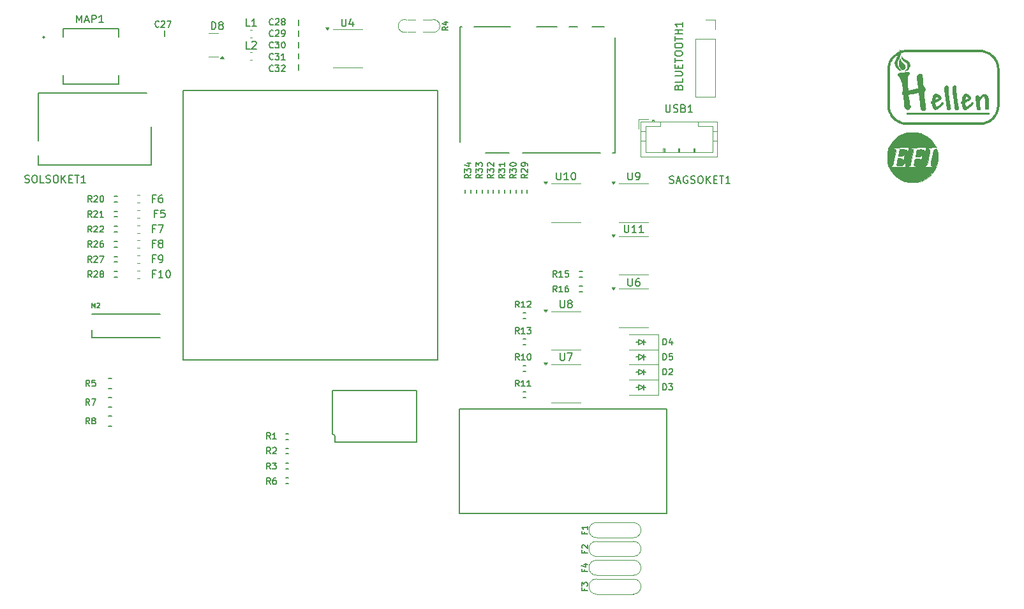
<source format=gbr>
%TF.GenerationSoftware,KiCad,Pcbnew,8.0.7*%
%TF.CreationDate,2024-12-26T23:24:23+03:00*%
%TF.ProjectId,uaefi,75616566-692e-46b6-9963-61645f706362,D*%
%TF.SameCoordinates,Original*%
%TF.FileFunction,Legend,Top*%
%TF.FilePolarity,Positive*%
%FSLAX46Y46*%
G04 Gerber Fmt 4.6, Leading zero omitted, Abs format (unit mm)*
G04 Created by KiCad (PCBNEW 8.0.7) date 2024-12-26 23:24:23*
%MOMM*%
%LPD*%
G01*
G04 APERTURE LIST*
%ADD10C,0.170000*%
%ADD11C,0.150000*%
%ADD12C,0.127000*%
%ADD13C,0.200000*%
%ADD14C,0.203200*%
%ADD15C,0.120000*%
%ADD16C,0.099060*%
%ADD17C,0.002540*%
%ADD18C,0.000000*%
G04 APERTURE END LIST*
D10*
X106655651Y-46282712D02*
X106616603Y-46321760D01*
X106616603Y-46321760D02*
X106499460Y-46360807D01*
X106499460Y-46360807D02*
X106421365Y-46360807D01*
X106421365Y-46360807D02*
X106304222Y-46321760D01*
X106304222Y-46321760D02*
X106226127Y-46243664D01*
X106226127Y-46243664D02*
X106187079Y-46165569D01*
X106187079Y-46165569D02*
X106148031Y-46009378D01*
X106148031Y-46009378D02*
X106148031Y-45892235D01*
X106148031Y-45892235D02*
X106187079Y-45736045D01*
X106187079Y-45736045D02*
X106226127Y-45657949D01*
X106226127Y-45657949D02*
X106304222Y-45579854D01*
X106304222Y-45579854D02*
X106421365Y-45540806D01*
X106421365Y-45540806D02*
X106499460Y-45540806D01*
X106499460Y-45540806D02*
X106616603Y-45579854D01*
X106616603Y-45579854D02*
X106655651Y-45618902D01*
X106968032Y-45618902D02*
X107007080Y-45579854D01*
X107007080Y-45579854D02*
X107085175Y-45540806D01*
X107085175Y-45540806D02*
X107280414Y-45540806D01*
X107280414Y-45540806D02*
X107358509Y-45579854D01*
X107358509Y-45579854D02*
X107397557Y-45618902D01*
X107397557Y-45618902D02*
X107436604Y-45696997D01*
X107436604Y-45696997D02*
X107436604Y-45775092D01*
X107436604Y-45775092D02*
X107397557Y-45892235D01*
X107397557Y-45892235D02*
X106928985Y-46360807D01*
X106928985Y-46360807D02*
X107436604Y-46360807D01*
X107905176Y-45892235D02*
X107827081Y-45853188D01*
X107827081Y-45853188D02*
X107788033Y-45814140D01*
X107788033Y-45814140D02*
X107748985Y-45736045D01*
X107748985Y-45736045D02*
X107748985Y-45696997D01*
X107748985Y-45696997D02*
X107788033Y-45618902D01*
X107788033Y-45618902D02*
X107827081Y-45579854D01*
X107827081Y-45579854D02*
X107905176Y-45540806D01*
X107905176Y-45540806D02*
X108061367Y-45540806D01*
X108061367Y-45540806D02*
X108139462Y-45579854D01*
X108139462Y-45579854D02*
X108178510Y-45618902D01*
X108178510Y-45618902D02*
X108217557Y-45696997D01*
X108217557Y-45696997D02*
X108217557Y-45736045D01*
X108217557Y-45736045D02*
X108178510Y-45814140D01*
X108178510Y-45814140D02*
X108139462Y-45853188D01*
X108139462Y-45853188D02*
X108061367Y-45892235D01*
X108061367Y-45892235D02*
X107905176Y-45892235D01*
X107905176Y-45892235D02*
X107827081Y-45931283D01*
X107827081Y-45931283D02*
X107788033Y-45970331D01*
X107788033Y-45970331D02*
X107748985Y-46048426D01*
X107748985Y-46048426D02*
X107748985Y-46204617D01*
X107748985Y-46204617D02*
X107788033Y-46282712D01*
X107788033Y-46282712D02*
X107827081Y-46321760D01*
X107827081Y-46321760D02*
X107905176Y-46360807D01*
X107905176Y-46360807D02*
X108061367Y-46360807D01*
X108061367Y-46360807D02*
X108139462Y-46321760D01*
X108139462Y-46321760D02*
X108178510Y-46282712D01*
X108178510Y-46282712D02*
X108217557Y-46204617D01*
X108217557Y-46204617D02*
X108217557Y-46048426D01*
X108217557Y-46048426D02*
X108178510Y-45970331D01*
X108178510Y-45970331D02*
X108139462Y-45931283D01*
X108139462Y-45931283D02*
X108061367Y-45892235D01*
X139275651Y-83890808D02*
X139002318Y-83500332D01*
X138807080Y-83890808D02*
X138807080Y-83070808D01*
X138807080Y-83070808D02*
X139119461Y-83070808D01*
X139119461Y-83070808D02*
X139197556Y-83109856D01*
X139197556Y-83109856D02*
X139236603Y-83148903D01*
X139236603Y-83148903D02*
X139275651Y-83226999D01*
X139275651Y-83226999D02*
X139275651Y-83344141D01*
X139275651Y-83344141D02*
X139236603Y-83422237D01*
X139236603Y-83422237D02*
X139197556Y-83461284D01*
X139197556Y-83461284D02*
X139119461Y-83500332D01*
X139119461Y-83500332D02*
X138807080Y-83500332D01*
X140056603Y-83890808D02*
X139588032Y-83890808D01*
X139822318Y-83890808D02*
X139822318Y-83070808D01*
X139822318Y-83070808D02*
X139744222Y-83187951D01*
X139744222Y-83187951D02*
X139666127Y-83266046D01*
X139666127Y-83266046D02*
X139588032Y-83305094D01*
X140368984Y-83148903D02*
X140408032Y-83109856D01*
X140408032Y-83109856D02*
X140486127Y-83070808D01*
X140486127Y-83070808D02*
X140681365Y-83070808D01*
X140681365Y-83070808D02*
X140759460Y-83109856D01*
X140759460Y-83109856D02*
X140798508Y-83148903D01*
X140798508Y-83148903D02*
X140837555Y-83226999D01*
X140837555Y-83226999D02*
X140837555Y-83305094D01*
X140837555Y-83305094D02*
X140798508Y-83422237D01*
X140798508Y-83422237D02*
X140329936Y-83890808D01*
X140329936Y-83890808D02*
X140837555Y-83890808D01*
D11*
X90954166Y-69431009D02*
X90620833Y-69431009D01*
X90620833Y-69954819D02*
X90620833Y-68954819D01*
X90620833Y-68954819D02*
X91097023Y-68954819D01*
X91906547Y-68954819D02*
X91716071Y-68954819D01*
X91716071Y-68954819D02*
X91620833Y-69002438D01*
X91620833Y-69002438D02*
X91573214Y-69050057D01*
X91573214Y-69050057D02*
X91477976Y-69192914D01*
X91477976Y-69192914D02*
X91430357Y-69383390D01*
X91430357Y-69383390D02*
X91430357Y-69764342D01*
X91430357Y-69764342D02*
X91477976Y-69859580D01*
X91477976Y-69859580D02*
X91525595Y-69907200D01*
X91525595Y-69907200D02*
X91620833Y-69954819D01*
X91620833Y-69954819D02*
X91811309Y-69954819D01*
X91811309Y-69954819D02*
X91906547Y-69907200D01*
X91906547Y-69907200D02*
X91954166Y-69859580D01*
X91954166Y-69859580D02*
X92001785Y-69764342D01*
X92001785Y-69764342D02*
X92001785Y-69526247D01*
X92001785Y-69526247D02*
X91954166Y-69431009D01*
X91954166Y-69431009D02*
X91906547Y-69383390D01*
X91906547Y-69383390D02*
X91811309Y-69335771D01*
X91811309Y-69335771D02*
X91620833Y-69335771D01*
X91620833Y-69335771D02*
X91525595Y-69383390D01*
X91525595Y-69383390D02*
X91477976Y-69431009D01*
X91477976Y-69431009D02*
X91430357Y-69526247D01*
D10*
X134390808Y-66224348D02*
X134000332Y-66497681D01*
X134390808Y-66692919D02*
X133570808Y-66692919D01*
X133570808Y-66692919D02*
X133570808Y-66380538D01*
X133570808Y-66380538D02*
X133609856Y-66302443D01*
X133609856Y-66302443D02*
X133648903Y-66263396D01*
X133648903Y-66263396D02*
X133726999Y-66224348D01*
X133726999Y-66224348D02*
X133844141Y-66224348D01*
X133844141Y-66224348D02*
X133922237Y-66263396D01*
X133922237Y-66263396D02*
X133961284Y-66302443D01*
X133961284Y-66302443D02*
X134000332Y-66380538D01*
X134000332Y-66380538D02*
X134000332Y-66692919D01*
X133570808Y-65951015D02*
X133570808Y-65443396D01*
X133570808Y-65443396D02*
X133883189Y-65716729D01*
X133883189Y-65716729D02*
X133883189Y-65599586D01*
X133883189Y-65599586D02*
X133922237Y-65521491D01*
X133922237Y-65521491D02*
X133961284Y-65482443D01*
X133961284Y-65482443D02*
X134039380Y-65443396D01*
X134039380Y-65443396D02*
X134234618Y-65443396D01*
X134234618Y-65443396D02*
X134312713Y-65482443D01*
X134312713Y-65482443D02*
X134351761Y-65521491D01*
X134351761Y-65521491D02*
X134390808Y-65599586D01*
X134390808Y-65599586D02*
X134390808Y-65833872D01*
X134390808Y-65833872D02*
X134351761Y-65911967D01*
X134351761Y-65911967D02*
X134312713Y-65951015D01*
X133570808Y-65170063D02*
X133570808Y-64662444D01*
X133570808Y-64662444D02*
X133883189Y-64935777D01*
X133883189Y-64935777D02*
X133883189Y-64818634D01*
X133883189Y-64818634D02*
X133922237Y-64740539D01*
X133922237Y-64740539D02*
X133961284Y-64701491D01*
X133961284Y-64701491D02*
X134039380Y-64662444D01*
X134039380Y-64662444D02*
X134234618Y-64662444D01*
X134234618Y-64662444D02*
X134312713Y-64701491D01*
X134312713Y-64701491D02*
X134351761Y-64740539D01*
X134351761Y-64740539D02*
X134390808Y-64818634D01*
X134390808Y-64818634D02*
X134390808Y-65052920D01*
X134390808Y-65052920D02*
X134351761Y-65131015D01*
X134351761Y-65131015D02*
X134312713Y-65170063D01*
D11*
X160431009Y-54619047D02*
X160478628Y-54476190D01*
X160478628Y-54476190D02*
X160526247Y-54428571D01*
X160526247Y-54428571D02*
X160621485Y-54380952D01*
X160621485Y-54380952D02*
X160764342Y-54380952D01*
X160764342Y-54380952D02*
X160859580Y-54428571D01*
X160859580Y-54428571D02*
X160907200Y-54476190D01*
X160907200Y-54476190D02*
X160954819Y-54571428D01*
X160954819Y-54571428D02*
X160954819Y-54952380D01*
X160954819Y-54952380D02*
X159954819Y-54952380D01*
X159954819Y-54952380D02*
X159954819Y-54619047D01*
X159954819Y-54619047D02*
X160002438Y-54523809D01*
X160002438Y-54523809D02*
X160050057Y-54476190D01*
X160050057Y-54476190D02*
X160145295Y-54428571D01*
X160145295Y-54428571D02*
X160240533Y-54428571D01*
X160240533Y-54428571D02*
X160335771Y-54476190D01*
X160335771Y-54476190D02*
X160383390Y-54523809D01*
X160383390Y-54523809D02*
X160431009Y-54619047D01*
X160431009Y-54619047D02*
X160431009Y-54952380D01*
X160954819Y-53476190D02*
X160954819Y-53952380D01*
X160954819Y-53952380D02*
X159954819Y-53952380D01*
X159954819Y-53142856D02*
X160764342Y-53142856D01*
X160764342Y-53142856D02*
X160859580Y-53095237D01*
X160859580Y-53095237D02*
X160907200Y-53047618D01*
X160907200Y-53047618D02*
X160954819Y-52952380D01*
X160954819Y-52952380D02*
X160954819Y-52761904D01*
X160954819Y-52761904D02*
X160907200Y-52666666D01*
X160907200Y-52666666D02*
X160859580Y-52619047D01*
X160859580Y-52619047D02*
X160764342Y-52571428D01*
X160764342Y-52571428D02*
X159954819Y-52571428D01*
X160431009Y-52095237D02*
X160431009Y-51761904D01*
X160954819Y-51619047D02*
X160954819Y-52095237D01*
X160954819Y-52095237D02*
X159954819Y-52095237D01*
X159954819Y-52095237D02*
X159954819Y-51619047D01*
X159954819Y-51333332D02*
X159954819Y-50761904D01*
X160954819Y-51047618D02*
X159954819Y-51047618D01*
X159954819Y-50238094D02*
X159954819Y-50047618D01*
X159954819Y-50047618D02*
X160002438Y-49952380D01*
X160002438Y-49952380D02*
X160097676Y-49857142D01*
X160097676Y-49857142D02*
X160288152Y-49809523D01*
X160288152Y-49809523D02*
X160621485Y-49809523D01*
X160621485Y-49809523D02*
X160811961Y-49857142D01*
X160811961Y-49857142D02*
X160907200Y-49952380D01*
X160907200Y-49952380D02*
X160954819Y-50047618D01*
X160954819Y-50047618D02*
X160954819Y-50238094D01*
X160954819Y-50238094D02*
X160907200Y-50333332D01*
X160907200Y-50333332D02*
X160811961Y-50428570D01*
X160811961Y-50428570D02*
X160621485Y-50476189D01*
X160621485Y-50476189D02*
X160288152Y-50476189D01*
X160288152Y-50476189D02*
X160097676Y-50428570D01*
X160097676Y-50428570D02*
X160002438Y-50333332D01*
X160002438Y-50333332D02*
X159954819Y-50238094D01*
X159954819Y-49190475D02*
X159954819Y-48999999D01*
X159954819Y-48999999D02*
X160002438Y-48904761D01*
X160002438Y-48904761D02*
X160097676Y-48809523D01*
X160097676Y-48809523D02*
X160288152Y-48761904D01*
X160288152Y-48761904D02*
X160621485Y-48761904D01*
X160621485Y-48761904D02*
X160811961Y-48809523D01*
X160811961Y-48809523D02*
X160907200Y-48904761D01*
X160907200Y-48904761D02*
X160954819Y-48999999D01*
X160954819Y-48999999D02*
X160954819Y-49190475D01*
X160954819Y-49190475D02*
X160907200Y-49285713D01*
X160907200Y-49285713D02*
X160811961Y-49380951D01*
X160811961Y-49380951D02*
X160621485Y-49428570D01*
X160621485Y-49428570D02*
X160288152Y-49428570D01*
X160288152Y-49428570D02*
X160097676Y-49380951D01*
X160097676Y-49380951D02*
X160002438Y-49285713D01*
X160002438Y-49285713D02*
X159954819Y-49190475D01*
X159954819Y-48476189D02*
X159954819Y-47904761D01*
X160954819Y-48190475D02*
X159954819Y-48190475D01*
X160954819Y-47571427D02*
X159954819Y-47571427D01*
X160431009Y-47571427D02*
X160431009Y-46999999D01*
X160954819Y-46999999D02*
X159954819Y-46999999D01*
X160954819Y-45999999D02*
X160954819Y-46571427D01*
X160954819Y-46285713D02*
X159954819Y-46285713D01*
X159954819Y-46285713D02*
X160097676Y-46380951D01*
X160097676Y-46380951D02*
X160192914Y-46476189D01*
X160192914Y-46476189D02*
X160240533Y-46571427D01*
D10*
X139275651Y-90890808D02*
X139002318Y-90500332D01*
X138807080Y-90890808D02*
X138807080Y-90070808D01*
X138807080Y-90070808D02*
X139119461Y-90070808D01*
X139119461Y-90070808D02*
X139197556Y-90109856D01*
X139197556Y-90109856D02*
X139236603Y-90148903D01*
X139236603Y-90148903D02*
X139275651Y-90226999D01*
X139275651Y-90226999D02*
X139275651Y-90344141D01*
X139275651Y-90344141D02*
X139236603Y-90422237D01*
X139236603Y-90422237D02*
X139197556Y-90461284D01*
X139197556Y-90461284D02*
X139119461Y-90500332D01*
X139119461Y-90500332D02*
X138807080Y-90500332D01*
X140056603Y-90890808D02*
X139588032Y-90890808D01*
X139822318Y-90890808D02*
X139822318Y-90070808D01*
X139822318Y-90070808D02*
X139744222Y-90187951D01*
X139744222Y-90187951D02*
X139666127Y-90266046D01*
X139666127Y-90266046D02*
X139588032Y-90305094D01*
X140564222Y-90070808D02*
X140642317Y-90070808D01*
X140642317Y-90070808D02*
X140720413Y-90109856D01*
X140720413Y-90109856D02*
X140759460Y-90148903D01*
X140759460Y-90148903D02*
X140798508Y-90226999D01*
X140798508Y-90226999D02*
X140837555Y-90383189D01*
X140837555Y-90383189D02*
X140837555Y-90578427D01*
X140837555Y-90578427D02*
X140798508Y-90734618D01*
X140798508Y-90734618D02*
X140759460Y-90812713D01*
X140759460Y-90812713D02*
X140720413Y-90851761D01*
X140720413Y-90851761D02*
X140642317Y-90890808D01*
X140642317Y-90890808D02*
X140564222Y-90890808D01*
X140564222Y-90890808D02*
X140486127Y-90851761D01*
X140486127Y-90851761D02*
X140447079Y-90812713D01*
X140447079Y-90812713D02*
X140408032Y-90734618D01*
X140408032Y-90734618D02*
X140368984Y-90578427D01*
X140368984Y-90578427D02*
X140368984Y-90383189D01*
X140368984Y-90383189D02*
X140408032Y-90226999D01*
X140408032Y-90226999D02*
X140447079Y-90148903D01*
X140447079Y-90148903D02*
X140486127Y-90109856D01*
X140486127Y-90109856D02*
X140564222Y-90070808D01*
D11*
X103545833Y-46524819D02*
X103069643Y-46524819D01*
X103069643Y-46524819D02*
X103069643Y-45524819D01*
X104402976Y-46524819D02*
X103831548Y-46524819D01*
X104117262Y-46524819D02*
X104117262Y-45524819D01*
X104117262Y-45524819D02*
X104022024Y-45667676D01*
X104022024Y-45667676D02*
X103926786Y-45762914D01*
X103926786Y-45762914D02*
X103831548Y-45810533D01*
X158761905Y-56954819D02*
X158761905Y-57764342D01*
X158761905Y-57764342D02*
X158809524Y-57859580D01*
X158809524Y-57859580D02*
X158857143Y-57907200D01*
X158857143Y-57907200D02*
X158952381Y-57954819D01*
X158952381Y-57954819D02*
X159142857Y-57954819D01*
X159142857Y-57954819D02*
X159238095Y-57907200D01*
X159238095Y-57907200D02*
X159285714Y-57859580D01*
X159285714Y-57859580D02*
X159333333Y-57764342D01*
X159333333Y-57764342D02*
X159333333Y-56954819D01*
X159761905Y-57907200D02*
X159904762Y-57954819D01*
X159904762Y-57954819D02*
X160142857Y-57954819D01*
X160142857Y-57954819D02*
X160238095Y-57907200D01*
X160238095Y-57907200D02*
X160285714Y-57859580D01*
X160285714Y-57859580D02*
X160333333Y-57764342D01*
X160333333Y-57764342D02*
X160333333Y-57669104D01*
X160333333Y-57669104D02*
X160285714Y-57573866D01*
X160285714Y-57573866D02*
X160238095Y-57526247D01*
X160238095Y-57526247D02*
X160142857Y-57478628D01*
X160142857Y-57478628D02*
X159952381Y-57431009D01*
X159952381Y-57431009D02*
X159857143Y-57383390D01*
X159857143Y-57383390D02*
X159809524Y-57335771D01*
X159809524Y-57335771D02*
X159761905Y-57240533D01*
X159761905Y-57240533D02*
X159761905Y-57145295D01*
X159761905Y-57145295D02*
X159809524Y-57050057D01*
X159809524Y-57050057D02*
X159857143Y-57002438D01*
X159857143Y-57002438D02*
X159952381Y-56954819D01*
X159952381Y-56954819D02*
X160190476Y-56954819D01*
X160190476Y-56954819D02*
X160333333Y-57002438D01*
X161095238Y-57431009D02*
X161238095Y-57478628D01*
X161238095Y-57478628D02*
X161285714Y-57526247D01*
X161285714Y-57526247D02*
X161333333Y-57621485D01*
X161333333Y-57621485D02*
X161333333Y-57764342D01*
X161333333Y-57764342D02*
X161285714Y-57859580D01*
X161285714Y-57859580D02*
X161238095Y-57907200D01*
X161238095Y-57907200D02*
X161142857Y-57954819D01*
X161142857Y-57954819D02*
X160761905Y-57954819D01*
X160761905Y-57954819D02*
X160761905Y-56954819D01*
X160761905Y-56954819D02*
X161095238Y-56954819D01*
X161095238Y-56954819D02*
X161190476Y-57002438D01*
X161190476Y-57002438D02*
X161238095Y-57050057D01*
X161238095Y-57050057D02*
X161285714Y-57145295D01*
X161285714Y-57145295D02*
X161285714Y-57240533D01*
X161285714Y-57240533D02*
X161238095Y-57335771D01*
X161238095Y-57335771D02*
X161190476Y-57383390D01*
X161190476Y-57383390D02*
X161095238Y-57431009D01*
X161095238Y-57431009D02*
X160761905Y-57431009D01*
X162285714Y-57954819D02*
X161714286Y-57954819D01*
X162000000Y-57954819D02*
X162000000Y-56954819D01*
X162000000Y-56954819D02*
X161904762Y-57097676D01*
X161904762Y-57097676D02*
X161809524Y-57192914D01*
X161809524Y-57192914D02*
X161714286Y-57240533D01*
D10*
X106655651Y-50902757D02*
X106616603Y-50941805D01*
X106616603Y-50941805D02*
X106499460Y-50980852D01*
X106499460Y-50980852D02*
X106421365Y-50980852D01*
X106421365Y-50980852D02*
X106304222Y-50941805D01*
X106304222Y-50941805D02*
X106226127Y-50863709D01*
X106226127Y-50863709D02*
X106187079Y-50785614D01*
X106187079Y-50785614D02*
X106148031Y-50629423D01*
X106148031Y-50629423D02*
X106148031Y-50512280D01*
X106148031Y-50512280D02*
X106187079Y-50356090D01*
X106187079Y-50356090D02*
X106226127Y-50277994D01*
X106226127Y-50277994D02*
X106304222Y-50199899D01*
X106304222Y-50199899D02*
X106421365Y-50160851D01*
X106421365Y-50160851D02*
X106499460Y-50160851D01*
X106499460Y-50160851D02*
X106616603Y-50199899D01*
X106616603Y-50199899D02*
X106655651Y-50238947D01*
X106928985Y-50160851D02*
X107436604Y-50160851D01*
X107436604Y-50160851D02*
X107163271Y-50473233D01*
X107163271Y-50473233D02*
X107280414Y-50473233D01*
X107280414Y-50473233D02*
X107358509Y-50512280D01*
X107358509Y-50512280D02*
X107397557Y-50551328D01*
X107397557Y-50551328D02*
X107436604Y-50629423D01*
X107436604Y-50629423D02*
X107436604Y-50824662D01*
X107436604Y-50824662D02*
X107397557Y-50902757D01*
X107397557Y-50902757D02*
X107358509Y-50941805D01*
X107358509Y-50941805D02*
X107280414Y-50980852D01*
X107280414Y-50980852D02*
X107046128Y-50980852D01*
X107046128Y-50980852D02*
X106968032Y-50941805D01*
X106968032Y-50941805D02*
X106928985Y-50902757D01*
X108217557Y-50980852D02*
X107748985Y-50980852D01*
X107983271Y-50980852D02*
X107983271Y-50160851D01*
X107983271Y-50160851D02*
X107905176Y-50277994D01*
X107905176Y-50277994D02*
X107827081Y-50356090D01*
X107827081Y-50356090D02*
X107748985Y-50395137D01*
X82275652Y-99390807D02*
X82002318Y-99000331D01*
X81807080Y-99390807D02*
X81807080Y-98570806D01*
X81807080Y-98570806D02*
X82119461Y-98570806D01*
X82119461Y-98570806D02*
X82197557Y-98609854D01*
X82197557Y-98609854D02*
X82236604Y-98648902D01*
X82236604Y-98648902D02*
X82275652Y-98726997D01*
X82275652Y-98726997D02*
X82275652Y-98844140D01*
X82275652Y-98844140D02*
X82236604Y-98922235D01*
X82236604Y-98922235D02*
X82197557Y-98961283D01*
X82197557Y-98961283D02*
X82119461Y-99000331D01*
X82119461Y-99000331D02*
X81807080Y-99000331D01*
X82744224Y-98922235D02*
X82666129Y-98883188D01*
X82666129Y-98883188D02*
X82627081Y-98844140D01*
X82627081Y-98844140D02*
X82588033Y-98766045D01*
X82588033Y-98766045D02*
X82588033Y-98726997D01*
X82588033Y-98726997D02*
X82627081Y-98648902D01*
X82627081Y-98648902D02*
X82666129Y-98609854D01*
X82666129Y-98609854D02*
X82744224Y-98570806D01*
X82744224Y-98570806D02*
X82900415Y-98570806D01*
X82900415Y-98570806D02*
X82978510Y-98609854D01*
X82978510Y-98609854D02*
X83017558Y-98648902D01*
X83017558Y-98648902D02*
X83056605Y-98726997D01*
X83056605Y-98726997D02*
X83056605Y-98766045D01*
X83056605Y-98766045D02*
X83017558Y-98844140D01*
X83017558Y-98844140D02*
X82978510Y-98883188D01*
X82978510Y-98883188D02*
X82900415Y-98922235D01*
X82900415Y-98922235D02*
X82744224Y-98922235D01*
X82744224Y-98922235D02*
X82666129Y-98961283D01*
X82666129Y-98961283D02*
X82627081Y-99000331D01*
X82627081Y-99000331D02*
X82588033Y-99078426D01*
X82588033Y-99078426D02*
X82588033Y-99234617D01*
X82588033Y-99234617D02*
X82627081Y-99312712D01*
X82627081Y-99312712D02*
X82666129Y-99351760D01*
X82666129Y-99351760D02*
X82744224Y-99390807D01*
X82744224Y-99390807D02*
X82900415Y-99390807D01*
X82900415Y-99390807D02*
X82978510Y-99351760D01*
X82978510Y-99351760D02*
X83017558Y-99312712D01*
X83017558Y-99312712D02*
X83056605Y-99234617D01*
X83056605Y-99234617D02*
X83056605Y-99078426D01*
X83056605Y-99078426D02*
X83017558Y-99000331D01*
X83017558Y-99000331D02*
X82978510Y-98961283D01*
X82978510Y-98961283D02*
X82900415Y-98922235D01*
X106655651Y-47802727D02*
X106616603Y-47841775D01*
X106616603Y-47841775D02*
X106499460Y-47880822D01*
X106499460Y-47880822D02*
X106421365Y-47880822D01*
X106421365Y-47880822D02*
X106304222Y-47841775D01*
X106304222Y-47841775D02*
X106226127Y-47763679D01*
X106226127Y-47763679D02*
X106187079Y-47685584D01*
X106187079Y-47685584D02*
X106148031Y-47529393D01*
X106148031Y-47529393D02*
X106148031Y-47412250D01*
X106148031Y-47412250D02*
X106187079Y-47256060D01*
X106187079Y-47256060D02*
X106226127Y-47177964D01*
X106226127Y-47177964D02*
X106304222Y-47099869D01*
X106304222Y-47099869D02*
X106421365Y-47060821D01*
X106421365Y-47060821D02*
X106499460Y-47060821D01*
X106499460Y-47060821D02*
X106616603Y-47099869D01*
X106616603Y-47099869D02*
X106655651Y-47138917D01*
X106968032Y-47138917D02*
X107007080Y-47099869D01*
X107007080Y-47099869D02*
X107085175Y-47060821D01*
X107085175Y-47060821D02*
X107280414Y-47060821D01*
X107280414Y-47060821D02*
X107358509Y-47099869D01*
X107358509Y-47099869D02*
X107397557Y-47138917D01*
X107397557Y-47138917D02*
X107436604Y-47217012D01*
X107436604Y-47217012D02*
X107436604Y-47295107D01*
X107436604Y-47295107D02*
X107397557Y-47412250D01*
X107397557Y-47412250D02*
X106928985Y-47880822D01*
X106928985Y-47880822D02*
X107436604Y-47880822D01*
X107827081Y-47880822D02*
X107983271Y-47880822D01*
X107983271Y-47880822D02*
X108061367Y-47841775D01*
X108061367Y-47841775D02*
X108100414Y-47802727D01*
X108100414Y-47802727D02*
X108178510Y-47685584D01*
X108178510Y-47685584D02*
X108217557Y-47529393D01*
X108217557Y-47529393D02*
X108217557Y-47217012D01*
X108217557Y-47217012D02*
X108178510Y-47138917D01*
X108178510Y-47138917D02*
X108139462Y-47099869D01*
X108139462Y-47099869D02*
X108061367Y-47060821D01*
X108061367Y-47060821D02*
X107905176Y-47060821D01*
X107905176Y-47060821D02*
X107827081Y-47099869D01*
X107827081Y-47099869D02*
X107788033Y-47138917D01*
X107788033Y-47138917D02*
X107748985Y-47217012D01*
X107748985Y-47217012D02*
X107748985Y-47412250D01*
X107748985Y-47412250D02*
X107788033Y-47490346D01*
X107788033Y-47490346D02*
X107827081Y-47529393D01*
X107827081Y-47529393D02*
X107905176Y-47568441D01*
X107905176Y-47568441D02*
X108061367Y-47568441D01*
X108061367Y-47568441D02*
X108139462Y-47529393D01*
X108139462Y-47529393D02*
X108178510Y-47490346D01*
X108178510Y-47490346D02*
X108217557Y-47412250D01*
X106655651Y-49352742D02*
X106616603Y-49391790D01*
X106616603Y-49391790D02*
X106499460Y-49430837D01*
X106499460Y-49430837D02*
X106421365Y-49430837D01*
X106421365Y-49430837D02*
X106304222Y-49391790D01*
X106304222Y-49391790D02*
X106226127Y-49313694D01*
X106226127Y-49313694D02*
X106187079Y-49235599D01*
X106187079Y-49235599D02*
X106148031Y-49079408D01*
X106148031Y-49079408D02*
X106148031Y-48962265D01*
X106148031Y-48962265D02*
X106187079Y-48806075D01*
X106187079Y-48806075D02*
X106226127Y-48727979D01*
X106226127Y-48727979D02*
X106304222Y-48649884D01*
X106304222Y-48649884D02*
X106421365Y-48610836D01*
X106421365Y-48610836D02*
X106499460Y-48610836D01*
X106499460Y-48610836D02*
X106616603Y-48649884D01*
X106616603Y-48649884D02*
X106655651Y-48688932D01*
X106928985Y-48610836D02*
X107436604Y-48610836D01*
X107436604Y-48610836D02*
X107163271Y-48923218D01*
X107163271Y-48923218D02*
X107280414Y-48923218D01*
X107280414Y-48923218D02*
X107358509Y-48962265D01*
X107358509Y-48962265D02*
X107397557Y-49001313D01*
X107397557Y-49001313D02*
X107436604Y-49079408D01*
X107436604Y-49079408D02*
X107436604Y-49274647D01*
X107436604Y-49274647D02*
X107397557Y-49352742D01*
X107397557Y-49352742D02*
X107358509Y-49391790D01*
X107358509Y-49391790D02*
X107280414Y-49430837D01*
X107280414Y-49430837D02*
X107046128Y-49430837D01*
X107046128Y-49430837D02*
X106968032Y-49391790D01*
X106968032Y-49391790D02*
X106928985Y-49352742D01*
X107944224Y-48610836D02*
X108022319Y-48610836D01*
X108022319Y-48610836D02*
X108100414Y-48649884D01*
X108100414Y-48649884D02*
X108139462Y-48688932D01*
X108139462Y-48688932D02*
X108178510Y-48767027D01*
X108178510Y-48767027D02*
X108217557Y-48923218D01*
X108217557Y-48923218D02*
X108217557Y-49118456D01*
X108217557Y-49118456D02*
X108178510Y-49274647D01*
X108178510Y-49274647D02*
X108139462Y-49352742D01*
X108139462Y-49352742D02*
X108100414Y-49391790D01*
X108100414Y-49391790D02*
X108022319Y-49430837D01*
X108022319Y-49430837D02*
X107944224Y-49430837D01*
X107944224Y-49430837D02*
X107866128Y-49391790D01*
X107866128Y-49391790D02*
X107827081Y-49352742D01*
X107827081Y-49352742D02*
X107788033Y-49274647D01*
X107788033Y-49274647D02*
X107748985Y-49118456D01*
X107748985Y-49118456D02*
X107748985Y-48923218D01*
X107748985Y-48923218D02*
X107788033Y-48767027D01*
X107788033Y-48767027D02*
X107827081Y-48688932D01*
X107827081Y-48688932D02*
X107866128Y-48649884D01*
X107866128Y-48649884D02*
X107944224Y-48610836D01*
D11*
X153738095Y-65954819D02*
X153738095Y-66764342D01*
X153738095Y-66764342D02*
X153785714Y-66859580D01*
X153785714Y-66859580D02*
X153833333Y-66907200D01*
X153833333Y-66907200D02*
X153928571Y-66954819D01*
X153928571Y-66954819D02*
X154119047Y-66954819D01*
X154119047Y-66954819D02*
X154214285Y-66907200D01*
X154214285Y-66907200D02*
X154261904Y-66859580D01*
X154261904Y-66859580D02*
X154309523Y-66764342D01*
X154309523Y-66764342D02*
X154309523Y-65954819D01*
X154833333Y-66954819D02*
X155023809Y-66954819D01*
X155023809Y-66954819D02*
X155119047Y-66907200D01*
X155119047Y-66907200D02*
X155166666Y-66859580D01*
X155166666Y-66859580D02*
X155261904Y-66716723D01*
X155261904Y-66716723D02*
X155309523Y-66526247D01*
X155309523Y-66526247D02*
X155309523Y-66145295D01*
X155309523Y-66145295D02*
X155261904Y-66050057D01*
X155261904Y-66050057D02*
X155214285Y-66002438D01*
X155214285Y-66002438D02*
X155119047Y-65954819D01*
X155119047Y-65954819D02*
X154928571Y-65954819D01*
X154928571Y-65954819D02*
X154833333Y-66002438D01*
X154833333Y-66002438D02*
X154785714Y-66050057D01*
X154785714Y-66050057D02*
X154738095Y-66145295D01*
X154738095Y-66145295D02*
X154738095Y-66383390D01*
X154738095Y-66383390D02*
X154785714Y-66478628D01*
X154785714Y-66478628D02*
X154833333Y-66526247D01*
X154833333Y-66526247D02*
X154928571Y-66573866D01*
X154928571Y-66573866D02*
X155119047Y-66573866D01*
X155119047Y-66573866D02*
X155214285Y-66526247D01*
X155214285Y-66526247D02*
X155261904Y-66478628D01*
X155261904Y-66478628D02*
X155309523Y-66383390D01*
X153738095Y-80054819D02*
X153738095Y-80864342D01*
X153738095Y-80864342D02*
X153785714Y-80959580D01*
X153785714Y-80959580D02*
X153833333Y-81007200D01*
X153833333Y-81007200D02*
X153928571Y-81054819D01*
X153928571Y-81054819D02*
X154119047Y-81054819D01*
X154119047Y-81054819D02*
X154214285Y-81007200D01*
X154214285Y-81007200D02*
X154261904Y-80959580D01*
X154261904Y-80959580D02*
X154309523Y-80864342D01*
X154309523Y-80864342D02*
X154309523Y-80054819D01*
X155214285Y-80054819D02*
X155023809Y-80054819D01*
X155023809Y-80054819D02*
X154928571Y-80102438D01*
X154928571Y-80102438D02*
X154880952Y-80150057D01*
X154880952Y-80150057D02*
X154785714Y-80292914D01*
X154785714Y-80292914D02*
X154738095Y-80483390D01*
X154738095Y-80483390D02*
X154738095Y-80864342D01*
X154738095Y-80864342D02*
X154785714Y-80959580D01*
X154785714Y-80959580D02*
X154833333Y-81007200D01*
X154833333Y-81007200D02*
X154928571Y-81054819D01*
X154928571Y-81054819D02*
X155119047Y-81054819D01*
X155119047Y-81054819D02*
X155214285Y-81007200D01*
X155214285Y-81007200D02*
X155261904Y-80959580D01*
X155261904Y-80959580D02*
X155309523Y-80864342D01*
X155309523Y-80864342D02*
X155309523Y-80626247D01*
X155309523Y-80626247D02*
X155261904Y-80531009D01*
X155261904Y-80531009D02*
X155214285Y-80483390D01*
X155214285Y-80483390D02*
X155119047Y-80435771D01*
X155119047Y-80435771D02*
X154928571Y-80435771D01*
X154928571Y-80435771D02*
X154833333Y-80483390D01*
X154833333Y-80483390D02*
X154785714Y-80531009D01*
X154785714Y-80531009D02*
X154738095Y-80626247D01*
D10*
X140390808Y-66224348D02*
X140000332Y-66497681D01*
X140390808Y-66692919D02*
X139570808Y-66692919D01*
X139570808Y-66692919D02*
X139570808Y-66380538D01*
X139570808Y-66380538D02*
X139609856Y-66302443D01*
X139609856Y-66302443D02*
X139648903Y-66263396D01*
X139648903Y-66263396D02*
X139726999Y-66224348D01*
X139726999Y-66224348D02*
X139844141Y-66224348D01*
X139844141Y-66224348D02*
X139922237Y-66263396D01*
X139922237Y-66263396D02*
X139961284Y-66302443D01*
X139961284Y-66302443D02*
X140000332Y-66380538D01*
X140000332Y-66380538D02*
X140000332Y-66692919D01*
X139648903Y-65911967D02*
X139609856Y-65872919D01*
X139609856Y-65872919D02*
X139570808Y-65794824D01*
X139570808Y-65794824D02*
X139570808Y-65599586D01*
X139570808Y-65599586D02*
X139609856Y-65521491D01*
X139609856Y-65521491D02*
X139648903Y-65482443D01*
X139648903Y-65482443D02*
X139726999Y-65443396D01*
X139726999Y-65443396D02*
X139805094Y-65443396D01*
X139805094Y-65443396D02*
X139922237Y-65482443D01*
X139922237Y-65482443D02*
X140390808Y-65951015D01*
X140390808Y-65951015D02*
X140390808Y-65443396D01*
X140390808Y-65052920D02*
X140390808Y-64896729D01*
X140390808Y-64896729D02*
X140351761Y-64818634D01*
X140351761Y-64818634D02*
X140312713Y-64779586D01*
X140312713Y-64779586D02*
X140195570Y-64701491D01*
X140195570Y-64701491D02*
X140039380Y-64662444D01*
X140039380Y-64662444D02*
X139726999Y-64662444D01*
X139726999Y-64662444D02*
X139648903Y-64701491D01*
X139648903Y-64701491D02*
X139609856Y-64740539D01*
X139609856Y-64740539D02*
X139570808Y-64818634D01*
X139570808Y-64818634D02*
X139570808Y-64974825D01*
X139570808Y-64974825D02*
X139609856Y-65052920D01*
X139609856Y-65052920D02*
X139648903Y-65091967D01*
X139648903Y-65091967D02*
X139726999Y-65131015D01*
X139726999Y-65131015D02*
X139922237Y-65131015D01*
X139922237Y-65131015D02*
X140000332Y-65091967D01*
X140000332Y-65091967D02*
X140039380Y-65052920D01*
X140039380Y-65052920D02*
X140078427Y-64974825D01*
X140078427Y-64974825D02*
X140078427Y-64818634D01*
X140078427Y-64818634D02*
X140039380Y-64740539D01*
X140039380Y-64740539D02*
X140000332Y-64701491D01*
X140000332Y-64701491D02*
X139922237Y-64662444D01*
X158394762Y-90870508D02*
X158394762Y-90050508D01*
X158394762Y-90050508D02*
X158590000Y-90050508D01*
X158590000Y-90050508D02*
X158707143Y-90089556D01*
X158707143Y-90089556D02*
X158785238Y-90167651D01*
X158785238Y-90167651D02*
X158824285Y-90245746D01*
X158824285Y-90245746D02*
X158863333Y-90401937D01*
X158863333Y-90401937D02*
X158863333Y-90519080D01*
X158863333Y-90519080D02*
X158824285Y-90675270D01*
X158824285Y-90675270D02*
X158785238Y-90753365D01*
X158785238Y-90753365D02*
X158707143Y-90831461D01*
X158707143Y-90831461D02*
X158590000Y-90870508D01*
X158590000Y-90870508D02*
X158394762Y-90870508D01*
X159605238Y-90050508D02*
X159214762Y-90050508D01*
X159214762Y-90050508D02*
X159175714Y-90440984D01*
X159175714Y-90440984D02*
X159214762Y-90401937D01*
X159214762Y-90401937D02*
X159292857Y-90362889D01*
X159292857Y-90362889D02*
X159488095Y-90362889D01*
X159488095Y-90362889D02*
X159566190Y-90401937D01*
X159566190Y-90401937D02*
X159605238Y-90440984D01*
X159605238Y-90440984D02*
X159644285Y-90519080D01*
X159644285Y-90519080D02*
X159644285Y-90714318D01*
X159644285Y-90714318D02*
X159605238Y-90792413D01*
X159605238Y-90792413D02*
X159566190Y-90831461D01*
X159566190Y-90831461D02*
X159488095Y-90870508D01*
X159488095Y-90870508D02*
X159292857Y-90870508D01*
X159292857Y-90870508D02*
X159214762Y-90831461D01*
X159214762Y-90831461D02*
X159175714Y-90792413D01*
X82275652Y-96890807D02*
X82002318Y-96500331D01*
X81807080Y-96890807D02*
X81807080Y-96070806D01*
X81807080Y-96070806D02*
X82119461Y-96070806D01*
X82119461Y-96070806D02*
X82197557Y-96109854D01*
X82197557Y-96109854D02*
X82236604Y-96148902D01*
X82236604Y-96148902D02*
X82275652Y-96226997D01*
X82275652Y-96226997D02*
X82275652Y-96344140D01*
X82275652Y-96344140D02*
X82236604Y-96422235D01*
X82236604Y-96422235D02*
X82197557Y-96461283D01*
X82197557Y-96461283D02*
X82119461Y-96500331D01*
X82119461Y-96500331D02*
X81807080Y-96500331D01*
X82548986Y-96070806D02*
X83095653Y-96070806D01*
X83095653Y-96070806D02*
X82744224Y-96890807D01*
D11*
X82616741Y-83905573D02*
X82616741Y-83305573D01*
X82616741Y-83305573D02*
X82816741Y-83734144D01*
X82816741Y-83734144D02*
X83016741Y-83305573D01*
X83016741Y-83305573D02*
X83016741Y-83905573D01*
X83273883Y-83362716D02*
X83302455Y-83334144D01*
X83302455Y-83334144D02*
X83359598Y-83305573D01*
X83359598Y-83305573D02*
X83502455Y-83305573D01*
X83502455Y-83305573D02*
X83559598Y-83334144D01*
X83559598Y-83334144D02*
X83588169Y-83362716D01*
X83588169Y-83362716D02*
X83616740Y-83419859D01*
X83616740Y-83419859D02*
X83616740Y-83477002D01*
X83616740Y-83477002D02*
X83588169Y-83562716D01*
X83588169Y-83562716D02*
X83245312Y-83905573D01*
X83245312Y-83905573D02*
X83616740Y-83905573D01*
D10*
X82563151Y-71890808D02*
X82289818Y-71500332D01*
X82094580Y-71890808D02*
X82094580Y-71070808D01*
X82094580Y-71070808D02*
X82406961Y-71070808D01*
X82406961Y-71070808D02*
X82485056Y-71109856D01*
X82485056Y-71109856D02*
X82524103Y-71148903D01*
X82524103Y-71148903D02*
X82563151Y-71226999D01*
X82563151Y-71226999D02*
X82563151Y-71344141D01*
X82563151Y-71344141D02*
X82524103Y-71422237D01*
X82524103Y-71422237D02*
X82485056Y-71461284D01*
X82485056Y-71461284D02*
X82406961Y-71500332D01*
X82406961Y-71500332D02*
X82094580Y-71500332D01*
X82875532Y-71148903D02*
X82914580Y-71109856D01*
X82914580Y-71109856D02*
X82992675Y-71070808D01*
X82992675Y-71070808D02*
X83187913Y-71070808D01*
X83187913Y-71070808D02*
X83266008Y-71109856D01*
X83266008Y-71109856D02*
X83305056Y-71148903D01*
X83305056Y-71148903D02*
X83344103Y-71226999D01*
X83344103Y-71226999D02*
X83344103Y-71305094D01*
X83344103Y-71305094D02*
X83305056Y-71422237D01*
X83305056Y-71422237D02*
X82836484Y-71890808D01*
X82836484Y-71890808D02*
X83344103Y-71890808D01*
X84125055Y-71890808D02*
X83656484Y-71890808D01*
X83890770Y-71890808D02*
X83890770Y-71070808D01*
X83890770Y-71070808D02*
X83812674Y-71187951D01*
X83812674Y-71187951D02*
X83734579Y-71266046D01*
X83734579Y-71266046D02*
X83656484Y-71305094D01*
X137390808Y-66224348D02*
X137000332Y-66497681D01*
X137390808Y-66692919D02*
X136570808Y-66692919D01*
X136570808Y-66692919D02*
X136570808Y-66380538D01*
X136570808Y-66380538D02*
X136609856Y-66302443D01*
X136609856Y-66302443D02*
X136648903Y-66263396D01*
X136648903Y-66263396D02*
X136726999Y-66224348D01*
X136726999Y-66224348D02*
X136844141Y-66224348D01*
X136844141Y-66224348D02*
X136922237Y-66263396D01*
X136922237Y-66263396D02*
X136961284Y-66302443D01*
X136961284Y-66302443D02*
X137000332Y-66380538D01*
X137000332Y-66380538D02*
X137000332Y-66692919D01*
X136570808Y-65951015D02*
X136570808Y-65443396D01*
X136570808Y-65443396D02*
X136883189Y-65716729D01*
X136883189Y-65716729D02*
X136883189Y-65599586D01*
X136883189Y-65599586D02*
X136922237Y-65521491D01*
X136922237Y-65521491D02*
X136961284Y-65482443D01*
X136961284Y-65482443D02*
X137039380Y-65443396D01*
X137039380Y-65443396D02*
X137234618Y-65443396D01*
X137234618Y-65443396D02*
X137312713Y-65482443D01*
X137312713Y-65482443D02*
X137351761Y-65521491D01*
X137351761Y-65521491D02*
X137390808Y-65599586D01*
X137390808Y-65599586D02*
X137390808Y-65833872D01*
X137390808Y-65833872D02*
X137351761Y-65911967D01*
X137351761Y-65911967D02*
X137312713Y-65951015D01*
X137390808Y-64662444D02*
X137390808Y-65131015D01*
X137390808Y-64896729D02*
X136570808Y-64896729D01*
X136570808Y-64896729D02*
X136687951Y-64974825D01*
X136687951Y-64974825D02*
X136766046Y-65052920D01*
X136766046Y-65052920D02*
X136805094Y-65131015D01*
X158394762Y-88870508D02*
X158394762Y-88050508D01*
X158394762Y-88050508D02*
X158590000Y-88050508D01*
X158590000Y-88050508D02*
X158707143Y-88089556D01*
X158707143Y-88089556D02*
X158785238Y-88167651D01*
X158785238Y-88167651D02*
X158824285Y-88245746D01*
X158824285Y-88245746D02*
X158863333Y-88401937D01*
X158863333Y-88401937D02*
X158863333Y-88519080D01*
X158863333Y-88519080D02*
X158824285Y-88675270D01*
X158824285Y-88675270D02*
X158785238Y-88753365D01*
X158785238Y-88753365D02*
X158707143Y-88831461D01*
X158707143Y-88831461D02*
X158590000Y-88870508D01*
X158590000Y-88870508D02*
X158394762Y-88870508D01*
X159566190Y-88323841D02*
X159566190Y-88870508D01*
X159370952Y-88011461D02*
X159175714Y-88597175D01*
X159175714Y-88597175D02*
X159683333Y-88597175D01*
X91485651Y-46572582D02*
X91446603Y-46611630D01*
X91446603Y-46611630D02*
X91329460Y-46650677D01*
X91329460Y-46650677D02*
X91251365Y-46650677D01*
X91251365Y-46650677D02*
X91134222Y-46611630D01*
X91134222Y-46611630D02*
X91056127Y-46533534D01*
X91056127Y-46533534D02*
X91017079Y-46455439D01*
X91017079Y-46455439D02*
X90978031Y-46299248D01*
X90978031Y-46299248D02*
X90978031Y-46182105D01*
X90978031Y-46182105D02*
X91017079Y-46025915D01*
X91017079Y-46025915D02*
X91056127Y-45947819D01*
X91056127Y-45947819D02*
X91134222Y-45869724D01*
X91134222Y-45869724D02*
X91251365Y-45830676D01*
X91251365Y-45830676D02*
X91329460Y-45830676D01*
X91329460Y-45830676D02*
X91446603Y-45869724D01*
X91446603Y-45869724D02*
X91485651Y-45908772D01*
X91798032Y-45908772D02*
X91837080Y-45869724D01*
X91837080Y-45869724D02*
X91915175Y-45830676D01*
X91915175Y-45830676D02*
X92110414Y-45830676D01*
X92110414Y-45830676D02*
X92188509Y-45869724D01*
X92188509Y-45869724D02*
X92227557Y-45908772D01*
X92227557Y-45908772D02*
X92266604Y-45986867D01*
X92266604Y-45986867D02*
X92266604Y-46064962D01*
X92266604Y-46064962D02*
X92227557Y-46182105D01*
X92227557Y-46182105D02*
X91758985Y-46650677D01*
X91758985Y-46650677D02*
X92266604Y-46650677D01*
X92539938Y-45830676D02*
X93086605Y-45830676D01*
X93086605Y-45830676D02*
X92735176Y-46650677D01*
D11*
X153261905Y-72954819D02*
X153261905Y-73764342D01*
X153261905Y-73764342D02*
X153309524Y-73859580D01*
X153309524Y-73859580D02*
X153357143Y-73907200D01*
X153357143Y-73907200D02*
X153452381Y-73954819D01*
X153452381Y-73954819D02*
X153642857Y-73954819D01*
X153642857Y-73954819D02*
X153738095Y-73907200D01*
X153738095Y-73907200D02*
X153785714Y-73859580D01*
X153785714Y-73859580D02*
X153833333Y-73764342D01*
X153833333Y-73764342D02*
X153833333Y-72954819D01*
X154833333Y-73954819D02*
X154261905Y-73954819D01*
X154547619Y-73954819D02*
X154547619Y-72954819D01*
X154547619Y-72954819D02*
X154452381Y-73097676D01*
X154452381Y-73097676D02*
X154357143Y-73192914D01*
X154357143Y-73192914D02*
X154261905Y-73240533D01*
X155785714Y-73954819D02*
X155214286Y-73954819D01*
X155500000Y-73954819D02*
X155500000Y-72954819D01*
X155500000Y-72954819D02*
X155404762Y-73097676D01*
X155404762Y-73097676D02*
X155309524Y-73192914D01*
X155309524Y-73192914D02*
X155214286Y-73240533D01*
D12*
X147946768Y-113753999D02*
X147946768Y-114007999D01*
X148345911Y-114007999D02*
X147583911Y-114007999D01*
X147583911Y-114007999D02*
X147583911Y-113645142D01*
X148345911Y-112955713D02*
X148345911Y-113391142D01*
X148345911Y-113173427D02*
X147583911Y-113173427D01*
X147583911Y-113173427D02*
X147692768Y-113245999D01*
X147692768Y-113245999D02*
X147765340Y-113318570D01*
X147765340Y-113318570D02*
X147801626Y-113391142D01*
D11*
X115738095Y-45554819D02*
X115738095Y-46364342D01*
X115738095Y-46364342D02*
X115785714Y-46459580D01*
X115785714Y-46459580D02*
X115833333Y-46507200D01*
X115833333Y-46507200D02*
X115928571Y-46554819D01*
X115928571Y-46554819D02*
X116119047Y-46554819D01*
X116119047Y-46554819D02*
X116214285Y-46507200D01*
X116214285Y-46507200D02*
X116261904Y-46459580D01*
X116261904Y-46459580D02*
X116309523Y-46364342D01*
X116309523Y-46364342D02*
X116309523Y-45554819D01*
X117214285Y-45888152D02*
X117214285Y-46554819D01*
X116976190Y-45507200D02*
X116738095Y-46221485D01*
X116738095Y-46221485D02*
X117357142Y-46221485D01*
X98474405Y-46954819D02*
X98474405Y-45954819D01*
X98474405Y-45954819D02*
X98712500Y-45954819D01*
X98712500Y-45954819D02*
X98855357Y-46002438D01*
X98855357Y-46002438D02*
X98950595Y-46097676D01*
X98950595Y-46097676D02*
X98998214Y-46192914D01*
X98998214Y-46192914D02*
X99045833Y-46383390D01*
X99045833Y-46383390D02*
X99045833Y-46526247D01*
X99045833Y-46526247D02*
X98998214Y-46716723D01*
X98998214Y-46716723D02*
X98950595Y-46811961D01*
X98950595Y-46811961D02*
X98855357Y-46907200D01*
X98855357Y-46907200D02*
X98712500Y-46954819D01*
X98712500Y-46954819D02*
X98474405Y-46954819D01*
X99617262Y-46383390D02*
X99522024Y-46335771D01*
X99522024Y-46335771D02*
X99474405Y-46288152D01*
X99474405Y-46288152D02*
X99426786Y-46192914D01*
X99426786Y-46192914D02*
X99426786Y-46145295D01*
X99426786Y-46145295D02*
X99474405Y-46050057D01*
X99474405Y-46050057D02*
X99522024Y-46002438D01*
X99522024Y-46002438D02*
X99617262Y-45954819D01*
X99617262Y-45954819D02*
X99807738Y-45954819D01*
X99807738Y-45954819D02*
X99902976Y-46002438D01*
X99902976Y-46002438D02*
X99950595Y-46050057D01*
X99950595Y-46050057D02*
X99998214Y-46145295D01*
X99998214Y-46145295D02*
X99998214Y-46192914D01*
X99998214Y-46192914D02*
X99950595Y-46288152D01*
X99950595Y-46288152D02*
X99902976Y-46335771D01*
X99902976Y-46335771D02*
X99807738Y-46383390D01*
X99807738Y-46383390D02*
X99617262Y-46383390D01*
X99617262Y-46383390D02*
X99522024Y-46431009D01*
X99522024Y-46431009D02*
X99474405Y-46478628D01*
X99474405Y-46478628D02*
X99426786Y-46573866D01*
X99426786Y-46573866D02*
X99426786Y-46764342D01*
X99426786Y-46764342D02*
X99474405Y-46859580D01*
X99474405Y-46859580D02*
X99522024Y-46907200D01*
X99522024Y-46907200D02*
X99617262Y-46954819D01*
X99617262Y-46954819D02*
X99807738Y-46954819D01*
X99807738Y-46954819D02*
X99902976Y-46907200D01*
X99902976Y-46907200D02*
X99950595Y-46859580D01*
X99950595Y-46859580D02*
X99998214Y-46764342D01*
X99998214Y-46764342D02*
X99998214Y-46573866D01*
X99998214Y-46573866D02*
X99950595Y-46478628D01*
X99950595Y-46478628D02*
X99902976Y-46431009D01*
X99902976Y-46431009D02*
X99807738Y-46383390D01*
X103545833Y-49524819D02*
X103069643Y-49524819D01*
X103069643Y-49524819D02*
X103069643Y-48524819D01*
X103831548Y-48620057D02*
X103879167Y-48572438D01*
X103879167Y-48572438D02*
X103974405Y-48524819D01*
X103974405Y-48524819D02*
X104212500Y-48524819D01*
X104212500Y-48524819D02*
X104307738Y-48572438D01*
X104307738Y-48572438D02*
X104355357Y-48620057D01*
X104355357Y-48620057D02*
X104402976Y-48715295D01*
X104402976Y-48715295D02*
X104402976Y-48810533D01*
X104402976Y-48810533D02*
X104355357Y-48953390D01*
X104355357Y-48953390D02*
X103783929Y-49524819D01*
X103783929Y-49524819D02*
X104402976Y-49524819D01*
X144738095Y-89954819D02*
X144738095Y-90764342D01*
X144738095Y-90764342D02*
X144785714Y-90859580D01*
X144785714Y-90859580D02*
X144833333Y-90907200D01*
X144833333Y-90907200D02*
X144928571Y-90954819D01*
X144928571Y-90954819D02*
X145119047Y-90954819D01*
X145119047Y-90954819D02*
X145214285Y-90907200D01*
X145214285Y-90907200D02*
X145261904Y-90859580D01*
X145261904Y-90859580D02*
X145309523Y-90764342D01*
X145309523Y-90764342D02*
X145309523Y-89954819D01*
X145690476Y-89954819D02*
X146357142Y-89954819D01*
X146357142Y-89954819D02*
X145928571Y-90954819D01*
X90954166Y-73431009D02*
X90620833Y-73431009D01*
X90620833Y-73954819D02*
X90620833Y-72954819D01*
X90620833Y-72954819D02*
X91097023Y-72954819D01*
X91382738Y-72954819D02*
X92049404Y-72954819D01*
X92049404Y-72954819D02*
X91620833Y-73954819D01*
D12*
X129845911Y-46626999D02*
X129483054Y-46880999D01*
X129845911Y-47062428D02*
X129083911Y-47062428D01*
X129083911Y-47062428D02*
X129083911Y-46772142D01*
X129083911Y-46772142D02*
X129120197Y-46699571D01*
X129120197Y-46699571D02*
X129156483Y-46663285D01*
X129156483Y-46663285D02*
X129229054Y-46626999D01*
X129229054Y-46626999D02*
X129337911Y-46626999D01*
X129337911Y-46626999D02*
X129410483Y-46663285D01*
X129410483Y-46663285D02*
X129446768Y-46699571D01*
X129446768Y-46699571D02*
X129483054Y-46772142D01*
X129483054Y-46772142D02*
X129483054Y-47062428D01*
X129337911Y-45973857D02*
X129845911Y-45973857D01*
X129047626Y-46155285D02*
X129591911Y-46336714D01*
X129591911Y-46336714D02*
X129591911Y-45864999D01*
D10*
X106275651Y-103339854D02*
X106002318Y-102949378D01*
X105807080Y-103339854D02*
X105807080Y-102519854D01*
X105807080Y-102519854D02*
X106119461Y-102519854D01*
X106119461Y-102519854D02*
X106197556Y-102558902D01*
X106197556Y-102558902D02*
X106236603Y-102597949D01*
X106236603Y-102597949D02*
X106275651Y-102676045D01*
X106275651Y-102676045D02*
X106275651Y-102793187D01*
X106275651Y-102793187D02*
X106236603Y-102871283D01*
X106236603Y-102871283D02*
X106197556Y-102910330D01*
X106197556Y-102910330D02*
X106119461Y-102949378D01*
X106119461Y-102949378D02*
X105807080Y-102949378D01*
X106588032Y-102597949D02*
X106627080Y-102558902D01*
X106627080Y-102558902D02*
X106705175Y-102519854D01*
X106705175Y-102519854D02*
X106900413Y-102519854D01*
X106900413Y-102519854D02*
X106978508Y-102558902D01*
X106978508Y-102558902D02*
X107017556Y-102597949D01*
X107017556Y-102597949D02*
X107056603Y-102676045D01*
X107056603Y-102676045D02*
X107056603Y-102754140D01*
X107056603Y-102754140D02*
X107017556Y-102871283D01*
X107017556Y-102871283D02*
X106548984Y-103339854D01*
X106548984Y-103339854D02*
X107056603Y-103339854D01*
X106275651Y-107390808D02*
X106002318Y-107000332D01*
X105807080Y-107390808D02*
X105807080Y-106570808D01*
X105807080Y-106570808D02*
X106119461Y-106570808D01*
X106119461Y-106570808D02*
X106197556Y-106609856D01*
X106197556Y-106609856D02*
X106236603Y-106648903D01*
X106236603Y-106648903D02*
X106275651Y-106726999D01*
X106275651Y-106726999D02*
X106275651Y-106844141D01*
X106275651Y-106844141D02*
X106236603Y-106922237D01*
X106236603Y-106922237D02*
X106197556Y-106961284D01*
X106197556Y-106961284D02*
X106119461Y-107000332D01*
X106119461Y-107000332D02*
X105807080Y-107000332D01*
X106978508Y-106570808D02*
X106822318Y-106570808D01*
X106822318Y-106570808D02*
X106744222Y-106609856D01*
X106744222Y-106609856D02*
X106705175Y-106648903D01*
X106705175Y-106648903D02*
X106627080Y-106766046D01*
X106627080Y-106766046D02*
X106588032Y-106922237D01*
X106588032Y-106922237D02*
X106588032Y-107234618D01*
X106588032Y-107234618D02*
X106627080Y-107312713D01*
X106627080Y-107312713D02*
X106666127Y-107351761D01*
X106666127Y-107351761D02*
X106744222Y-107390808D01*
X106744222Y-107390808D02*
X106900413Y-107390808D01*
X106900413Y-107390808D02*
X106978508Y-107351761D01*
X106978508Y-107351761D02*
X107017556Y-107312713D01*
X107017556Y-107312713D02*
X107056603Y-107234618D01*
X107056603Y-107234618D02*
X107056603Y-107039380D01*
X107056603Y-107039380D02*
X107017556Y-106961284D01*
X107017556Y-106961284D02*
X106978508Y-106922237D01*
X106978508Y-106922237D02*
X106900413Y-106883189D01*
X106900413Y-106883189D02*
X106744222Y-106883189D01*
X106744222Y-106883189D02*
X106666127Y-106922237D01*
X106666127Y-106922237D02*
X106627080Y-106961284D01*
X106627080Y-106961284D02*
X106588032Y-107039380D01*
X82563151Y-69890808D02*
X82289818Y-69500332D01*
X82094580Y-69890808D02*
X82094580Y-69070808D01*
X82094580Y-69070808D02*
X82406961Y-69070808D01*
X82406961Y-69070808D02*
X82485056Y-69109856D01*
X82485056Y-69109856D02*
X82524103Y-69148903D01*
X82524103Y-69148903D02*
X82563151Y-69226999D01*
X82563151Y-69226999D02*
X82563151Y-69344141D01*
X82563151Y-69344141D02*
X82524103Y-69422237D01*
X82524103Y-69422237D02*
X82485056Y-69461284D01*
X82485056Y-69461284D02*
X82406961Y-69500332D01*
X82406961Y-69500332D02*
X82094580Y-69500332D01*
X82875532Y-69148903D02*
X82914580Y-69109856D01*
X82914580Y-69109856D02*
X82992675Y-69070808D01*
X82992675Y-69070808D02*
X83187913Y-69070808D01*
X83187913Y-69070808D02*
X83266008Y-69109856D01*
X83266008Y-69109856D02*
X83305056Y-69148903D01*
X83305056Y-69148903D02*
X83344103Y-69226999D01*
X83344103Y-69226999D02*
X83344103Y-69305094D01*
X83344103Y-69305094D02*
X83305056Y-69422237D01*
X83305056Y-69422237D02*
X82836484Y-69890808D01*
X82836484Y-69890808D02*
X83344103Y-69890808D01*
X83851722Y-69070808D02*
X83929817Y-69070808D01*
X83929817Y-69070808D02*
X84007913Y-69109856D01*
X84007913Y-69109856D02*
X84046960Y-69148903D01*
X84046960Y-69148903D02*
X84086008Y-69226999D01*
X84086008Y-69226999D02*
X84125055Y-69383189D01*
X84125055Y-69383189D02*
X84125055Y-69578427D01*
X84125055Y-69578427D02*
X84086008Y-69734618D01*
X84086008Y-69734618D02*
X84046960Y-69812713D01*
X84046960Y-69812713D02*
X84007913Y-69851761D01*
X84007913Y-69851761D02*
X83929817Y-69890808D01*
X83929817Y-69890808D02*
X83851722Y-69890808D01*
X83851722Y-69890808D02*
X83773627Y-69851761D01*
X83773627Y-69851761D02*
X83734579Y-69812713D01*
X83734579Y-69812713D02*
X83695532Y-69734618D01*
X83695532Y-69734618D02*
X83656484Y-69578427D01*
X83656484Y-69578427D02*
X83656484Y-69383189D01*
X83656484Y-69383189D02*
X83695532Y-69226999D01*
X83695532Y-69226999D02*
X83734579Y-69148903D01*
X83734579Y-69148903D02*
X83773627Y-69109856D01*
X83773627Y-69109856D02*
X83851722Y-69070808D01*
X138890808Y-66224348D02*
X138500332Y-66497681D01*
X138890808Y-66692919D02*
X138070808Y-66692919D01*
X138070808Y-66692919D02*
X138070808Y-66380538D01*
X138070808Y-66380538D02*
X138109856Y-66302443D01*
X138109856Y-66302443D02*
X138148903Y-66263396D01*
X138148903Y-66263396D02*
X138226999Y-66224348D01*
X138226999Y-66224348D02*
X138344141Y-66224348D01*
X138344141Y-66224348D02*
X138422237Y-66263396D01*
X138422237Y-66263396D02*
X138461284Y-66302443D01*
X138461284Y-66302443D02*
X138500332Y-66380538D01*
X138500332Y-66380538D02*
X138500332Y-66692919D01*
X138070808Y-65951015D02*
X138070808Y-65443396D01*
X138070808Y-65443396D02*
X138383189Y-65716729D01*
X138383189Y-65716729D02*
X138383189Y-65599586D01*
X138383189Y-65599586D02*
X138422237Y-65521491D01*
X138422237Y-65521491D02*
X138461284Y-65482443D01*
X138461284Y-65482443D02*
X138539380Y-65443396D01*
X138539380Y-65443396D02*
X138734618Y-65443396D01*
X138734618Y-65443396D02*
X138812713Y-65482443D01*
X138812713Y-65482443D02*
X138851761Y-65521491D01*
X138851761Y-65521491D02*
X138890808Y-65599586D01*
X138890808Y-65599586D02*
X138890808Y-65833872D01*
X138890808Y-65833872D02*
X138851761Y-65911967D01*
X138851761Y-65911967D02*
X138812713Y-65951015D01*
X138070808Y-64935777D02*
X138070808Y-64857682D01*
X138070808Y-64857682D02*
X138109856Y-64779586D01*
X138109856Y-64779586D02*
X138148903Y-64740539D01*
X138148903Y-64740539D02*
X138226999Y-64701491D01*
X138226999Y-64701491D02*
X138383189Y-64662444D01*
X138383189Y-64662444D02*
X138578427Y-64662444D01*
X138578427Y-64662444D02*
X138734618Y-64701491D01*
X138734618Y-64701491D02*
X138812713Y-64740539D01*
X138812713Y-64740539D02*
X138851761Y-64779586D01*
X138851761Y-64779586D02*
X138890808Y-64857682D01*
X138890808Y-64857682D02*
X138890808Y-64935777D01*
X138890808Y-64935777D02*
X138851761Y-65013872D01*
X138851761Y-65013872D02*
X138812713Y-65052920D01*
X138812713Y-65052920D02*
X138734618Y-65091967D01*
X138734618Y-65091967D02*
X138578427Y-65131015D01*
X138578427Y-65131015D02*
X138383189Y-65131015D01*
X138383189Y-65131015D02*
X138226999Y-65091967D01*
X138226999Y-65091967D02*
X138148903Y-65052920D01*
X138148903Y-65052920D02*
X138109856Y-65013872D01*
X138109856Y-65013872D02*
X138070808Y-64935777D01*
X144275651Y-79839854D02*
X144002318Y-79449378D01*
X143807080Y-79839854D02*
X143807080Y-79019854D01*
X143807080Y-79019854D02*
X144119461Y-79019854D01*
X144119461Y-79019854D02*
X144197556Y-79058902D01*
X144197556Y-79058902D02*
X144236603Y-79097949D01*
X144236603Y-79097949D02*
X144275651Y-79176045D01*
X144275651Y-79176045D02*
X144275651Y-79293187D01*
X144275651Y-79293187D02*
X144236603Y-79371283D01*
X144236603Y-79371283D02*
X144197556Y-79410330D01*
X144197556Y-79410330D02*
X144119461Y-79449378D01*
X144119461Y-79449378D02*
X143807080Y-79449378D01*
X145056603Y-79839854D02*
X144588032Y-79839854D01*
X144822318Y-79839854D02*
X144822318Y-79019854D01*
X144822318Y-79019854D02*
X144744222Y-79136997D01*
X144744222Y-79136997D02*
X144666127Y-79215092D01*
X144666127Y-79215092D02*
X144588032Y-79254140D01*
X145798508Y-79019854D02*
X145408032Y-79019854D01*
X145408032Y-79019854D02*
X145368984Y-79410330D01*
X145368984Y-79410330D02*
X145408032Y-79371283D01*
X145408032Y-79371283D02*
X145486127Y-79332235D01*
X145486127Y-79332235D02*
X145681365Y-79332235D01*
X145681365Y-79332235D02*
X145759460Y-79371283D01*
X145759460Y-79371283D02*
X145798508Y-79410330D01*
X145798508Y-79410330D02*
X145837555Y-79488426D01*
X145837555Y-79488426D02*
X145837555Y-79683664D01*
X145837555Y-79683664D02*
X145798508Y-79761759D01*
X145798508Y-79761759D02*
X145759460Y-79800807D01*
X145759460Y-79800807D02*
X145681365Y-79839854D01*
X145681365Y-79839854D02*
X145486127Y-79839854D01*
X145486127Y-79839854D02*
X145408032Y-79800807D01*
X145408032Y-79800807D02*
X145368984Y-79761759D01*
X139275651Y-94390808D02*
X139002318Y-94000332D01*
X138807080Y-94390808D02*
X138807080Y-93570808D01*
X138807080Y-93570808D02*
X139119461Y-93570808D01*
X139119461Y-93570808D02*
X139197556Y-93609856D01*
X139197556Y-93609856D02*
X139236603Y-93648903D01*
X139236603Y-93648903D02*
X139275651Y-93726999D01*
X139275651Y-93726999D02*
X139275651Y-93844141D01*
X139275651Y-93844141D02*
X139236603Y-93922237D01*
X139236603Y-93922237D02*
X139197556Y-93961284D01*
X139197556Y-93961284D02*
X139119461Y-94000332D01*
X139119461Y-94000332D02*
X138807080Y-94000332D01*
X140056603Y-94390808D02*
X139588032Y-94390808D01*
X139822318Y-94390808D02*
X139822318Y-93570808D01*
X139822318Y-93570808D02*
X139744222Y-93687951D01*
X139744222Y-93687951D02*
X139666127Y-93766046D01*
X139666127Y-93766046D02*
X139588032Y-93805094D01*
X140837555Y-94390808D02*
X140368984Y-94390808D01*
X140603270Y-94390808D02*
X140603270Y-93570808D01*
X140603270Y-93570808D02*
X140525174Y-93687951D01*
X140525174Y-93687951D02*
X140447079Y-93766046D01*
X140447079Y-93766046D02*
X140368984Y-93805094D01*
X82563151Y-75890808D02*
X82289818Y-75500332D01*
X82094580Y-75890808D02*
X82094580Y-75070808D01*
X82094580Y-75070808D02*
X82406961Y-75070808D01*
X82406961Y-75070808D02*
X82485056Y-75109856D01*
X82485056Y-75109856D02*
X82524103Y-75148903D01*
X82524103Y-75148903D02*
X82563151Y-75226999D01*
X82563151Y-75226999D02*
X82563151Y-75344141D01*
X82563151Y-75344141D02*
X82524103Y-75422237D01*
X82524103Y-75422237D02*
X82485056Y-75461284D01*
X82485056Y-75461284D02*
X82406961Y-75500332D01*
X82406961Y-75500332D02*
X82094580Y-75500332D01*
X82875532Y-75148903D02*
X82914580Y-75109856D01*
X82914580Y-75109856D02*
X82992675Y-75070808D01*
X82992675Y-75070808D02*
X83187913Y-75070808D01*
X83187913Y-75070808D02*
X83266008Y-75109856D01*
X83266008Y-75109856D02*
X83305056Y-75148903D01*
X83305056Y-75148903D02*
X83344103Y-75226999D01*
X83344103Y-75226999D02*
X83344103Y-75305094D01*
X83344103Y-75305094D02*
X83305056Y-75422237D01*
X83305056Y-75422237D02*
X82836484Y-75890808D01*
X82836484Y-75890808D02*
X83344103Y-75890808D01*
X84046960Y-75070808D02*
X83890770Y-75070808D01*
X83890770Y-75070808D02*
X83812674Y-75109856D01*
X83812674Y-75109856D02*
X83773627Y-75148903D01*
X83773627Y-75148903D02*
X83695532Y-75266046D01*
X83695532Y-75266046D02*
X83656484Y-75422237D01*
X83656484Y-75422237D02*
X83656484Y-75734618D01*
X83656484Y-75734618D02*
X83695532Y-75812713D01*
X83695532Y-75812713D02*
X83734579Y-75851761D01*
X83734579Y-75851761D02*
X83812674Y-75890808D01*
X83812674Y-75890808D02*
X83968865Y-75890808D01*
X83968865Y-75890808D02*
X84046960Y-75851761D01*
X84046960Y-75851761D02*
X84086008Y-75812713D01*
X84086008Y-75812713D02*
X84125055Y-75734618D01*
X84125055Y-75734618D02*
X84125055Y-75539380D01*
X84125055Y-75539380D02*
X84086008Y-75461284D01*
X84086008Y-75461284D02*
X84046960Y-75422237D01*
X84046960Y-75422237D02*
X83968865Y-75383189D01*
X83968865Y-75383189D02*
X83812674Y-75383189D01*
X83812674Y-75383189D02*
X83734579Y-75422237D01*
X83734579Y-75422237D02*
X83695532Y-75461284D01*
X83695532Y-75461284D02*
X83656484Y-75539380D01*
X82563151Y-79890808D02*
X82289818Y-79500332D01*
X82094580Y-79890808D02*
X82094580Y-79070808D01*
X82094580Y-79070808D02*
X82406961Y-79070808D01*
X82406961Y-79070808D02*
X82485056Y-79109856D01*
X82485056Y-79109856D02*
X82524103Y-79148903D01*
X82524103Y-79148903D02*
X82563151Y-79226999D01*
X82563151Y-79226999D02*
X82563151Y-79344141D01*
X82563151Y-79344141D02*
X82524103Y-79422237D01*
X82524103Y-79422237D02*
X82485056Y-79461284D01*
X82485056Y-79461284D02*
X82406961Y-79500332D01*
X82406961Y-79500332D02*
X82094580Y-79500332D01*
X82875532Y-79148903D02*
X82914580Y-79109856D01*
X82914580Y-79109856D02*
X82992675Y-79070808D01*
X82992675Y-79070808D02*
X83187913Y-79070808D01*
X83187913Y-79070808D02*
X83266008Y-79109856D01*
X83266008Y-79109856D02*
X83305056Y-79148903D01*
X83305056Y-79148903D02*
X83344103Y-79226999D01*
X83344103Y-79226999D02*
X83344103Y-79305094D01*
X83344103Y-79305094D02*
X83305056Y-79422237D01*
X83305056Y-79422237D02*
X82836484Y-79890808D01*
X82836484Y-79890808D02*
X83344103Y-79890808D01*
X83812674Y-79422237D02*
X83734579Y-79383189D01*
X83734579Y-79383189D02*
X83695532Y-79344141D01*
X83695532Y-79344141D02*
X83656484Y-79266046D01*
X83656484Y-79266046D02*
X83656484Y-79226999D01*
X83656484Y-79226999D02*
X83695532Y-79148903D01*
X83695532Y-79148903D02*
X83734579Y-79109856D01*
X83734579Y-79109856D02*
X83812674Y-79070808D01*
X83812674Y-79070808D02*
X83968865Y-79070808D01*
X83968865Y-79070808D02*
X84046960Y-79109856D01*
X84046960Y-79109856D02*
X84086008Y-79148903D01*
X84086008Y-79148903D02*
X84125055Y-79226999D01*
X84125055Y-79226999D02*
X84125055Y-79266046D01*
X84125055Y-79266046D02*
X84086008Y-79344141D01*
X84086008Y-79344141D02*
X84046960Y-79383189D01*
X84046960Y-79383189D02*
X83968865Y-79422237D01*
X83968865Y-79422237D02*
X83812674Y-79422237D01*
X83812674Y-79422237D02*
X83734579Y-79461284D01*
X83734579Y-79461284D02*
X83695532Y-79500332D01*
X83695532Y-79500332D02*
X83656484Y-79578427D01*
X83656484Y-79578427D02*
X83656484Y-79734618D01*
X83656484Y-79734618D02*
X83695532Y-79812713D01*
X83695532Y-79812713D02*
X83734579Y-79851761D01*
X83734579Y-79851761D02*
X83812674Y-79890808D01*
X83812674Y-79890808D02*
X83968865Y-79890808D01*
X83968865Y-79890808D02*
X84046960Y-79851761D01*
X84046960Y-79851761D02*
X84086008Y-79812713D01*
X84086008Y-79812713D02*
X84125055Y-79734618D01*
X84125055Y-79734618D02*
X84125055Y-79578427D01*
X84125055Y-79578427D02*
X84086008Y-79500332D01*
X84086008Y-79500332D02*
X84046960Y-79461284D01*
X84046960Y-79461284D02*
X83968865Y-79422237D01*
X132890808Y-66224348D02*
X132500332Y-66497681D01*
X132890808Y-66692919D02*
X132070808Y-66692919D01*
X132070808Y-66692919D02*
X132070808Y-66380538D01*
X132070808Y-66380538D02*
X132109856Y-66302443D01*
X132109856Y-66302443D02*
X132148903Y-66263396D01*
X132148903Y-66263396D02*
X132226999Y-66224348D01*
X132226999Y-66224348D02*
X132344141Y-66224348D01*
X132344141Y-66224348D02*
X132422237Y-66263396D01*
X132422237Y-66263396D02*
X132461284Y-66302443D01*
X132461284Y-66302443D02*
X132500332Y-66380538D01*
X132500332Y-66380538D02*
X132500332Y-66692919D01*
X132070808Y-65951015D02*
X132070808Y-65443396D01*
X132070808Y-65443396D02*
X132383189Y-65716729D01*
X132383189Y-65716729D02*
X132383189Y-65599586D01*
X132383189Y-65599586D02*
X132422237Y-65521491D01*
X132422237Y-65521491D02*
X132461284Y-65482443D01*
X132461284Y-65482443D02*
X132539380Y-65443396D01*
X132539380Y-65443396D02*
X132734618Y-65443396D01*
X132734618Y-65443396D02*
X132812713Y-65482443D01*
X132812713Y-65482443D02*
X132851761Y-65521491D01*
X132851761Y-65521491D02*
X132890808Y-65599586D01*
X132890808Y-65599586D02*
X132890808Y-65833872D01*
X132890808Y-65833872D02*
X132851761Y-65911967D01*
X132851761Y-65911967D02*
X132812713Y-65951015D01*
X132344141Y-64740539D02*
X132890808Y-64740539D01*
X132031761Y-64935777D02*
X132617475Y-65131015D01*
X132617475Y-65131015D02*
X132617475Y-64623396D01*
D11*
X144261905Y-65954819D02*
X144261905Y-66764342D01*
X144261905Y-66764342D02*
X144309524Y-66859580D01*
X144309524Y-66859580D02*
X144357143Y-66907200D01*
X144357143Y-66907200D02*
X144452381Y-66954819D01*
X144452381Y-66954819D02*
X144642857Y-66954819D01*
X144642857Y-66954819D02*
X144738095Y-66907200D01*
X144738095Y-66907200D02*
X144785714Y-66859580D01*
X144785714Y-66859580D02*
X144833333Y-66764342D01*
X144833333Y-66764342D02*
X144833333Y-65954819D01*
X145833333Y-66954819D02*
X145261905Y-66954819D01*
X145547619Y-66954819D02*
X145547619Y-65954819D01*
X145547619Y-65954819D02*
X145452381Y-66097676D01*
X145452381Y-66097676D02*
X145357143Y-66192914D01*
X145357143Y-66192914D02*
X145261905Y-66240533D01*
X146452381Y-65954819D02*
X146547619Y-65954819D01*
X146547619Y-65954819D02*
X146642857Y-66002438D01*
X146642857Y-66002438D02*
X146690476Y-66050057D01*
X146690476Y-66050057D02*
X146738095Y-66145295D01*
X146738095Y-66145295D02*
X146785714Y-66335771D01*
X146785714Y-66335771D02*
X146785714Y-66573866D01*
X146785714Y-66573866D02*
X146738095Y-66764342D01*
X146738095Y-66764342D02*
X146690476Y-66859580D01*
X146690476Y-66859580D02*
X146642857Y-66907200D01*
X146642857Y-66907200D02*
X146547619Y-66954819D01*
X146547619Y-66954819D02*
X146452381Y-66954819D01*
X146452381Y-66954819D02*
X146357143Y-66907200D01*
X146357143Y-66907200D02*
X146309524Y-66859580D01*
X146309524Y-66859580D02*
X146261905Y-66764342D01*
X146261905Y-66764342D02*
X146214286Y-66573866D01*
X146214286Y-66573866D02*
X146214286Y-66335771D01*
X146214286Y-66335771D02*
X146261905Y-66145295D01*
X146261905Y-66145295D02*
X146309524Y-66050057D01*
X146309524Y-66050057D02*
X146357143Y-66002438D01*
X146357143Y-66002438D02*
X146452381Y-65954819D01*
D10*
X82563151Y-73890808D02*
X82289818Y-73500332D01*
X82094580Y-73890808D02*
X82094580Y-73070808D01*
X82094580Y-73070808D02*
X82406961Y-73070808D01*
X82406961Y-73070808D02*
X82485056Y-73109856D01*
X82485056Y-73109856D02*
X82524103Y-73148903D01*
X82524103Y-73148903D02*
X82563151Y-73226999D01*
X82563151Y-73226999D02*
X82563151Y-73344141D01*
X82563151Y-73344141D02*
X82524103Y-73422237D01*
X82524103Y-73422237D02*
X82485056Y-73461284D01*
X82485056Y-73461284D02*
X82406961Y-73500332D01*
X82406961Y-73500332D02*
X82094580Y-73500332D01*
X82875532Y-73148903D02*
X82914580Y-73109856D01*
X82914580Y-73109856D02*
X82992675Y-73070808D01*
X82992675Y-73070808D02*
X83187913Y-73070808D01*
X83187913Y-73070808D02*
X83266008Y-73109856D01*
X83266008Y-73109856D02*
X83305056Y-73148903D01*
X83305056Y-73148903D02*
X83344103Y-73226999D01*
X83344103Y-73226999D02*
X83344103Y-73305094D01*
X83344103Y-73305094D02*
X83305056Y-73422237D01*
X83305056Y-73422237D02*
X82836484Y-73890808D01*
X82836484Y-73890808D02*
X83344103Y-73890808D01*
X83656484Y-73148903D02*
X83695532Y-73109856D01*
X83695532Y-73109856D02*
X83773627Y-73070808D01*
X83773627Y-73070808D02*
X83968865Y-73070808D01*
X83968865Y-73070808D02*
X84046960Y-73109856D01*
X84046960Y-73109856D02*
X84086008Y-73148903D01*
X84086008Y-73148903D02*
X84125055Y-73226999D01*
X84125055Y-73226999D02*
X84125055Y-73305094D01*
X84125055Y-73305094D02*
X84086008Y-73422237D01*
X84086008Y-73422237D02*
X83617436Y-73890808D01*
X83617436Y-73890808D02*
X84125055Y-73890808D01*
X144275651Y-81839854D02*
X144002318Y-81449378D01*
X143807080Y-81839854D02*
X143807080Y-81019854D01*
X143807080Y-81019854D02*
X144119461Y-81019854D01*
X144119461Y-81019854D02*
X144197556Y-81058902D01*
X144197556Y-81058902D02*
X144236603Y-81097949D01*
X144236603Y-81097949D02*
X144275651Y-81176045D01*
X144275651Y-81176045D02*
X144275651Y-81293187D01*
X144275651Y-81293187D02*
X144236603Y-81371283D01*
X144236603Y-81371283D02*
X144197556Y-81410330D01*
X144197556Y-81410330D02*
X144119461Y-81449378D01*
X144119461Y-81449378D02*
X143807080Y-81449378D01*
X145056603Y-81839854D02*
X144588032Y-81839854D01*
X144822318Y-81839854D02*
X144822318Y-81019854D01*
X144822318Y-81019854D02*
X144744222Y-81136997D01*
X144744222Y-81136997D02*
X144666127Y-81215092D01*
X144666127Y-81215092D02*
X144588032Y-81254140D01*
X145759460Y-81019854D02*
X145603270Y-81019854D01*
X145603270Y-81019854D02*
X145525174Y-81058902D01*
X145525174Y-81058902D02*
X145486127Y-81097949D01*
X145486127Y-81097949D02*
X145408032Y-81215092D01*
X145408032Y-81215092D02*
X145368984Y-81371283D01*
X145368984Y-81371283D02*
X145368984Y-81683664D01*
X145368984Y-81683664D02*
X145408032Y-81761759D01*
X145408032Y-81761759D02*
X145447079Y-81800807D01*
X145447079Y-81800807D02*
X145525174Y-81839854D01*
X145525174Y-81839854D02*
X145681365Y-81839854D01*
X145681365Y-81839854D02*
X145759460Y-81800807D01*
X145759460Y-81800807D02*
X145798508Y-81761759D01*
X145798508Y-81761759D02*
X145837555Y-81683664D01*
X145837555Y-81683664D02*
X145837555Y-81488426D01*
X145837555Y-81488426D02*
X145798508Y-81410330D01*
X145798508Y-81410330D02*
X145759460Y-81371283D01*
X145759460Y-81371283D02*
X145681365Y-81332235D01*
X145681365Y-81332235D02*
X145525174Y-81332235D01*
X145525174Y-81332235D02*
X145447079Y-81371283D01*
X145447079Y-81371283D02*
X145408032Y-81410330D01*
X145408032Y-81410330D02*
X145368984Y-81488426D01*
X135890808Y-66224348D02*
X135500332Y-66497681D01*
X135890808Y-66692919D02*
X135070808Y-66692919D01*
X135070808Y-66692919D02*
X135070808Y-66380538D01*
X135070808Y-66380538D02*
X135109856Y-66302443D01*
X135109856Y-66302443D02*
X135148903Y-66263396D01*
X135148903Y-66263396D02*
X135226999Y-66224348D01*
X135226999Y-66224348D02*
X135344141Y-66224348D01*
X135344141Y-66224348D02*
X135422237Y-66263396D01*
X135422237Y-66263396D02*
X135461284Y-66302443D01*
X135461284Y-66302443D02*
X135500332Y-66380538D01*
X135500332Y-66380538D02*
X135500332Y-66692919D01*
X135070808Y-65951015D02*
X135070808Y-65443396D01*
X135070808Y-65443396D02*
X135383189Y-65716729D01*
X135383189Y-65716729D02*
X135383189Y-65599586D01*
X135383189Y-65599586D02*
X135422237Y-65521491D01*
X135422237Y-65521491D02*
X135461284Y-65482443D01*
X135461284Y-65482443D02*
X135539380Y-65443396D01*
X135539380Y-65443396D02*
X135734618Y-65443396D01*
X135734618Y-65443396D02*
X135812713Y-65482443D01*
X135812713Y-65482443D02*
X135851761Y-65521491D01*
X135851761Y-65521491D02*
X135890808Y-65599586D01*
X135890808Y-65599586D02*
X135890808Y-65833872D01*
X135890808Y-65833872D02*
X135851761Y-65911967D01*
X135851761Y-65911967D02*
X135812713Y-65951015D01*
X135148903Y-65131015D02*
X135109856Y-65091967D01*
X135109856Y-65091967D02*
X135070808Y-65013872D01*
X135070808Y-65013872D02*
X135070808Y-64818634D01*
X135070808Y-64818634D02*
X135109856Y-64740539D01*
X135109856Y-64740539D02*
X135148903Y-64701491D01*
X135148903Y-64701491D02*
X135226999Y-64662444D01*
X135226999Y-64662444D02*
X135305094Y-64662444D01*
X135305094Y-64662444D02*
X135422237Y-64701491D01*
X135422237Y-64701491D02*
X135890808Y-65170063D01*
X135890808Y-65170063D02*
X135890808Y-64662444D01*
D11*
X90954166Y-75431009D02*
X90620833Y-75431009D01*
X90620833Y-75954819D02*
X90620833Y-74954819D01*
X90620833Y-74954819D02*
X91097023Y-74954819D01*
X91620833Y-75383390D02*
X91525595Y-75335771D01*
X91525595Y-75335771D02*
X91477976Y-75288152D01*
X91477976Y-75288152D02*
X91430357Y-75192914D01*
X91430357Y-75192914D02*
X91430357Y-75145295D01*
X91430357Y-75145295D02*
X91477976Y-75050057D01*
X91477976Y-75050057D02*
X91525595Y-75002438D01*
X91525595Y-75002438D02*
X91620833Y-74954819D01*
X91620833Y-74954819D02*
X91811309Y-74954819D01*
X91811309Y-74954819D02*
X91906547Y-75002438D01*
X91906547Y-75002438D02*
X91954166Y-75050057D01*
X91954166Y-75050057D02*
X92001785Y-75145295D01*
X92001785Y-75145295D02*
X92001785Y-75192914D01*
X92001785Y-75192914D02*
X91954166Y-75288152D01*
X91954166Y-75288152D02*
X91906547Y-75335771D01*
X91906547Y-75335771D02*
X91811309Y-75383390D01*
X91811309Y-75383390D02*
X91620833Y-75383390D01*
X91620833Y-75383390D02*
X91525595Y-75431009D01*
X91525595Y-75431009D02*
X91477976Y-75478628D01*
X91477976Y-75478628D02*
X91430357Y-75573866D01*
X91430357Y-75573866D02*
X91430357Y-75764342D01*
X91430357Y-75764342D02*
X91477976Y-75859580D01*
X91477976Y-75859580D02*
X91525595Y-75907200D01*
X91525595Y-75907200D02*
X91620833Y-75954819D01*
X91620833Y-75954819D02*
X91811309Y-75954819D01*
X91811309Y-75954819D02*
X91906547Y-75907200D01*
X91906547Y-75907200D02*
X91954166Y-75859580D01*
X91954166Y-75859580D02*
X92001785Y-75764342D01*
X92001785Y-75764342D02*
X92001785Y-75573866D01*
X92001785Y-75573866D02*
X91954166Y-75478628D01*
X91954166Y-75478628D02*
X91906547Y-75431009D01*
X91906547Y-75431009D02*
X91811309Y-75383390D01*
D10*
X106655651Y-52452772D02*
X106616603Y-52491820D01*
X106616603Y-52491820D02*
X106499460Y-52530867D01*
X106499460Y-52530867D02*
X106421365Y-52530867D01*
X106421365Y-52530867D02*
X106304222Y-52491820D01*
X106304222Y-52491820D02*
X106226127Y-52413724D01*
X106226127Y-52413724D02*
X106187079Y-52335629D01*
X106187079Y-52335629D02*
X106148031Y-52179438D01*
X106148031Y-52179438D02*
X106148031Y-52062295D01*
X106148031Y-52062295D02*
X106187079Y-51906105D01*
X106187079Y-51906105D02*
X106226127Y-51828009D01*
X106226127Y-51828009D02*
X106304222Y-51749914D01*
X106304222Y-51749914D02*
X106421365Y-51710866D01*
X106421365Y-51710866D02*
X106499460Y-51710866D01*
X106499460Y-51710866D02*
X106616603Y-51749914D01*
X106616603Y-51749914D02*
X106655651Y-51788962D01*
X106928985Y-51710866D02*
X107436604Y-51710866D01*
X107436604Y-51710866D02*
X107163271Y-52023248D01*
X107163271Y-52023248D02*
X107280414Y-52023248D01*
X107280414Y-52023248D02*
X107358509Y-52062295D01*
X107358509Y-52062295D02*
X107397557Y-52101343D01*
X107397557Y-52101343D02*
X107436604Y-52179438D01*
X107436604Y-52179438D02*
X107436604Y-52374677D01*
X107436604Y-52374677D02*
X107397557Y-52452772D01*
X107397557Y-52452772D02*
X107358509Y-52491820D01*
X107358509Y-52491820D02*
X107280414Y-52530867D01*
X107280414Y-52530867D02*
X107046128Y-52530867D01*
X107046128Y-52530867D02*
X106968032Y-52491820D01*
X106968032Y-52491820D02*
X106928985Y-52452772D01*
X107748985Y-51788962D02*
X107788033Y-51749914D01*
X107788033Y-51749914D02*
X107866128Y-51710866D01*
X107866128Y-51710866D02*
X108061367Y-51710866D01*
X108061367Y-51710866D02*
X108139462Y-51749914D01*
X108139462Y-51749914D02*
X108178510Y-51788962D01*
X108178510Y-51788962D02*
X108217557Y-51867057D01*
X108217557Y-51867057D02*
X108217557Y-51945152D01*
X108217557Y-51945152D02*
X108178510Y-52062295D01*
X108178510Y-52062295D02*
X107709938Y-52530867D01*
X107709938Y-52530867D02*
X108217557Y-52530867D01*
D11*
X80581905Y-46049819D02*
X80581905Y-45049819D01*
X80581905Y-45049819D02*
X80915238Y-45764104D01*
X80915238Y-45764104D02*
X81248571Y-45049819D01*
X81248571Y-45049819D02*
X81248571Y-46049819D01*
X81677143Y-45764104D02*
X82153333Y-45764104D01*
X81581905Y-46049819D02*
X81915238Y-45049819D01*
X81915238Y-45049819D02*
X82248571Y-46049819D01*
X82581905Y-46049819D02*
X82581905Y-45049819D01*
X82581905Y-45049819D02*
X82962857Y-45049819D01*
X82962857Y-45049819D02*
X83058095Y-45097438D01*
X83058095Y-45097438D02*
X83105714Y-45145057D01*
X83105714Y-45145057D02*
X83153333Y-45240295D01*
X83153333Y-45240295D02*
X83153333Y-45383152D01*
X83153333Y-45383152D02*
X83105714Y-45478390D01*
X83105714Y-45478390D02*
X83058095Y-45526009D01*
X83058095Y-45526009D02*
X82962857Y-45573628D01*
X82962857Y-45573628D02*
X82581905Y-45573628D01*
X84105714Y-46049819D02*
X83534286Y-46049819D01*
X83820000Y-46049819D02*
X83820000Y-45049819D01*
X83820000Y-45049819D02*
X83724762Y-45192676D01*
X83724762Y-45192676D02*
X83629524Y-45287914D01*
X83629524Y-45287914D02*
X83534286Y-45335533D01*
D10*
X106275651Y-105390808D02*
X106002318Y-105000332D01*
X105807080Y-105390808D02*
X105807080Y-104570808D01*
X105807080Y-104570808D02*
X106119461Y-104570808D01*
X106119461Y-104570808D02*
X106197556Y-104609856D01*
X106197556Y-104609856D02*
X106236603Y-104648903D01*
X106236603Y-104648903D02*
X106275651Y-104726999D01*
X106275651Y-104726999D02*
X106275651Y-104844141D01*
X106275651Y-104844141D02*
X106236603Y-104922237D01*
X106236603Y-104922237D02*
X106197556Y-104961284D01*
X106197556Y-104961284D02*
X106119461Y-105000332D01*
X106119461Y-105000332D02*
X105807080Y-105000332D01*
X106548984Y-104570808D02*
X107056603Y-104570808D01*
X107056603Y-104570808D02*
X106783270Y-104883189D01*
X106783270Y-104883189D02*
X106900413Y-104883189D01*
X106900413Y-104883189D02*
X106978508Y-104922237D01*
X106978508Y-104922237D02*
X107017556Y-104961284D01*
X107017556Y-104961284D02*
X107056603Y-105039380D01*
X107056603Y-105039380D02*
X107056603Y-105234618D01*
X107056603Y-105234618D02*
X107017556Y-105312713D01*
X107017556Y-105312713D02*
X106978508Y-105351761D01*
X106978508Y-105351761D02*
X106900413Y-105390808D01*
X106900413Y-105390808D02*
X106666127Y-105390808D01*
X106666127Y-105390808D02*
X106588032Y-105351761D01*
X106588032Y-105351761D02*
X106548984Y-105312713D01*
X158394762Y-92870508D02*
X158394762Y-92050508D01*
X158394762Y-92050508D02*
X158590000Y-92050508D01*
X158590000Y-92050508D02*
X158707143Y-92089556D01*
X158707143Y-92089556D02*
X158785238Y-92167651D01*
X158785238Y-92167651D02*
X158824285Y-92245746D01*
X158824285Y-92245746D02*
X158863333Y-92401937D01*
X158863333Y-92401937D02*
X158863333Y-92519080D01*
X158863333Y-92519080D02*
X158824285Y-92675270D01*
X158824285Y-92675270D02*
X158785238Y-92753365D01*
X158785238Y-92753365D02*
X158707143Y-92831461D01*
X158707143Y-92831461D02*
X158590000Y-92870508D01*
X158590000Y-92870508D02*
X158394762Y-92870508D01*
X159175714Y-92128603D02*
X159214762Y-92089556D01*
X159214762Y-92089556D02*
X159292857Y-92050508D01*
X159292857Y-92050508D02*
X159488095Y-92050508D01*
X159488095Y-92050508D02*
X159566190Y-92089556D01*
X159566190Y-92089556D02*
X159605238Y-92128603D01*
X159605238Y-92128603D02*
X159644285Y-92206699D01*
X159644285Y-92206699D02*
X159644285Y-92284794D01*
X159644285Y-92284794D02*
X159605238Y-92401937D01*
X159605238Y-92401937D02*
X159136666Y-92870508D01*
X159136666Y-92870508D02*
X159644285Y-92870508D01*
D12*
X147946768Y-118753999D02*
X147946768Y-119007999D01*
X148345911Y-119007999D02*
X147583911Y-119007999D01*
X147583911Y-119007999D02*
X147583911Y-118645142D01*
X147837911Y-118028285D02*
X148345911Y-118028285D01*
X147547626Y-118209713D02*
X148091911Y-118391142D01*
X148091911Y-118391142D02*
X148091911Y-117919427D01*
D11*
X144738095Y-82954819D02*
X144738095Y-83764342D01*
X144738095Y-83764342D02*
X144785714Y-83859580D01*
X144785714Y-83859580D02*
X144833333Y-83907200D01*
X144833333Y-83907200D02*
X144928571Y-83954819D01*
X144928571Y-83954819D02*
X145119047Y-83954819D01*
X145119047Y-83954819D02*
X145214285Y-83907200D01*
X145214285Y-83907200D02*
X145261904Y-83859580D01*
X145261904Y-83859580D02*
X145309523Y-83764342D01*
X145309523Y-83764342D02*
X145309523Y-82954819D01*
X145928571Y-83383390D02*
X145833333Y-83335771D01*
X145833333Y-83335771D02*
X145785714Y-83288152D01*
X145785714Y-83288152D02*
X145738095Y-83192914D01*
X145738095Y-83192914D02*
X145738095Y-83145295D01*
X145738095Y-83145295D02*
X145785714Y-83050057D01*
X145785714Y-83050057D02*
X145833333Y-83002438D01*
X145833333Y-83002438D02*
X145928571Y-82954819D01*
X145928571Y-82954819D02*
X146119047Y-82954819D01*
X146119047Y-82954819D02*
X146214285Y-83002438D01*
X146214285Y-83002438D02*
X146261904Y-83050057D01*
X146261904Y-83050057D02*
X146309523Y-83145295D01*
X146309523Y-83145295D02*
X146309523Y-83192914D01*
X146309523Y-83192914D02*
X146261904Y-83288152D01*
X146261904Y-83288152D02*
X146214285Y-83335771D01*
X146214285Y-83335771D02*
X146119047Y-83383390D01*
X146119047Y-83383390D02*
X145928571Y-83383390D01*
X145928571Y-83383390D02*
X145833333Y-83431009D01*
X145833333Y-83431009D02*
X145785714Y-83478628D01*
X145785714Y-83478628D02*
X145738095Y-83573866D01*
X145738095Y-83573866D02*
X145738095Y-83764342D01*
X145738095Y-83764342D02*
X145785714Y-83859580D01*
X145785714Y-83859580D02*
X145833333Y-83907200D01*
X145833333Y-83907200D02*
X145928571Y-83954819D01*
X145928571Y-83954819D02*
X146119047Y-83954819D01*
X146119047Y-83954819D02*
X146214285Y-83907200D01*
X146214285Y-83907200D02*
X146261904Y-83859580D01*
X146261904Y-83859580D02*
X146309523Y-83764342D01*
X146309523Y-83764342D02*
X146309523Y-83573866D01*
X146309523Y-83573866D02*
X146261904Y-83478628D01*
X146261904Y-83478628D02*
X146214285Y-83431009D01*
X146214285Y-83431009D02*
X146119047Y-83383390D01*
X90954166Y-77431009D02*
X90620833Y-77431009D01*
X90620833Y-77954819D02*
X90620833Y-76954819D01*
X90620833Y-76954819D02*
X91097023Y-76954819D01*
X91525595Y-77954819D02*
X91716071Y-77954819D01*
X91716071Y-77954819D02*
X91811309Y-77907200D01*
X91811309Y-77907200D02*
X91858928Y-77859580D01*
X91858928Y-77859580D02*
X91954166Y-77716723D01*
X91954166Y-77716723D02*
X92001785Y-77526247D01*
X92001785Y-77526247D02*
X92001785Y-77145295D01*
X92001785Y-77145295D02*
X91954166Y-77050057D01*
X91954166Y-77050057D02*
X91906547Y-77002438D01*
X91906547Y-77002438D02*
X91811309Y-76954819D01*
X91811309Y-76954819D02*
X91620833Y-76954819D01*
X91620833Y-76954819D02*
X91525595Y-77002438D01*
X91525595Y-77002438D02*
X91477976Y-77050057D01*
X91477976Y-77050057D02*
X91430357Y-77145295D01*
X91430357Y-77145295D02*
X91430357Y-77383390D01*
X91430357Y-77383390D02*
X91477976Y-77478628D01*
X91477976Y-77478628D02*
X91525595Y-77526247D01*
X91525595Y-77526247D02*
X91620833Y-77573866D01*
X91620833Y-77573866D02*
X91811309Y-77573866D01*
X91811309Y-77573866D02*
X91906547Y-77526247D01*
X91906547Y-77526247D02*
X91954166Y-77478628D01*
X91954166Y-77478628D02*
X92001785Y-77383390D01*
D10*
X158394762Y-94870508D02*
X158394762Y-94050508D01*
X158394762Y-94050508D02*
X158590000Y-94050508D01*
X158590000Y-94050508D02*
X158707143Y-94089556D01*
X158707143Y-94089556D02*
X158785238Y-94167651D01*
X158785238Y-94167651D02*
X158824285Y-94245746D01*
X158824285Y-94245746D02*
X158863333Y-94401937D01*
X158863333Y-94401937D02*
X158863333Y-94519080D01*
X158863333Y-94519080D02*
X158824285Y-94675270D01*
X158824285Y-94675270D02*
X158785238Y-94753365D01*
X158785238Y-94753365D02*
X158707143Y-94831461D01*
X158707143Y-94831461D02*
X158590000Y-94870508D01*
X158590000Y-94870508D02*
X158394762Y-94870508D01*
X159136666Y-94050508D02*
X159644285Y-94050508D01*
X159644285Y-94050508D02*
X159370952Y-94362889D01*
X159370952Y-94362889D02*
X159488095Y-94362889D01*
X159488095Y-94362889D02*
X159566190Y-94401937D01*
X159566190Y-94401937D02*
X159605238Y-94440984D01*
X159605238Y-94440984D02*
X159644285Y-94519080D01*
X159644285Y-94519080D02*
X159644285Y-94714318D01*
X159644285Y-94714318D02*
X159605238Y-94792413D01*
X159605238Y-94792413D02*
X159566190Y-94831461D01*
X159566190Y-94831461D02*
X159488095Y-94870508D01*
X159488095Y-94870508D02*
X159253809Y-94870508D01*
X159253809Y-94870508D02*
X159175714Y-94831461D01*
X159175714Y-94831461D02*
X159136666Y-94792413D01*
D12*
X147946768Y-116253999D02*
X147946768Y-116507999D01*
X148345911Y-116507999D02*
X147583911Y-116507999D01*
X147583911Y-116507999D02*
X147583911Y-116145142D01*
X147656483Y-115891142D02*
X147620197Y-115854856D01*
X147620197Y-115854856D02*
X147583911Y-115782285D01*
X147583911Y-115782285D02*
X147583911Y-115600856D01*
X147583911Y-115600856D02*
X147620197Y-115528285D01*
X147620197Y-115528285D02*
X147656483Y-115491999D01*
X147656483Y-115491999D02*
X147729054Y-115455713D01*
X147729054Y-115455713D02*
X147801626Y-115455713D01*
X147801626Y-115455713D02*
X147910483Y-115491999D01*
X147910483Y-115491999D02*
X148345911Y-115927427D01*
X148345911Y-115927427D02*
X148345911Y-115455713D01*
X147946768Y-121253999D02*
X147946768Y-121507999D01*
X148345911Y-121507999D02*
X147583911Y-121507999D01*
X147583911Y-121507999D02*
X147583911Y-121145142D01*
X147583911Y-120927427D02*
X147583911Y-120455713D01*
X147583911Y-120455713D02*
X147874197Y-120709713D01*
X147874197Y-120709713D02*
X147874197Y-120600856D01*
X147874197Y-120600856D02*
X147910483Y-120528285D01*
X147910483Y-120528285D02*
X147946768Y-120491999D01*
X147946768Y-120491999D02*
X148019340Y-120455713D01*
X148019340Y-120455713D02*
X148200768Y-120455713D01*
X148200768Y-120455713D02*
X148273340Y-120491999D01*
X148273340Y-120491999D02*
X148309626Y-120528285D01*
X148309626Y-120528285D02*
X148345911Y-120600856D01*
X148345911Y-120600856D02*
X148345911Y-120818570D01*
X148345911Y-120818570D02*
X148309626Y-120891142D01*
X148309626Y-120891142D02*
X148273340Y-120927427D01*
D11*
X91241666Y-71431009D02*
X90908333Y-71431009D01*
X90908333Y-71954819D02*
X90908333Y-70954819D01*
X90908333Y-70954819D02*
X91384523Y-70954819D01*
X92241666Y-70954819D02*
X91765476Y-70954819D01*
X91765476Y-70954819D02*
X91717857Y-71431009D01*
X91717857Y-71431009D02*
X91765476Y-71383390D01*
X91765476Y-71383390D02*
X91860714Y-71335771D01*
X91860714Y-71335771D02*
X92098809Y-71335771D01*
X92098809Y-71335771D02*
X92194047Y-71383390D01*
X92194047Y-71383390D02*
X92241666Y-71431009D01*
X92241666Y-71431009D02*
X92289285Y-71526247D01*
X92289285Y-71526247D02*
X92289285Y-71764342D01*
X92289285Y-71764342D02*
X92241666Y-71859580D01*
X92241666Y-71859580D02*
X92194047Y-71907200D01*
X92194047Y-71907200D02*
X92098809Y-71954819D01*
X92098809Y-71954819D02*
X91860714Y-71954819D01*
X91860714Y-71954819D02*
X91765476Y-71907200D01*
X91765476Y-71907200D02*
X91717857Y-71859580D01*
D10*
X82563151Y-77890808D02*
X82289818Y-77500332D01*
X82094580Y-77890808D02*
X82094580Y-77070808D01*
X82094580Y-77070808D02*
X82406961Y-77070808D01*
X82406961Y-77070808D02*
X82485056Y-77109856D01*
X82485056Y-77109856D02*
X82524103Y-77148903D01*
X82524103Y-77148903D02*
X82563151Y-77226999D01*
X82563151Y-77226999D02*
X82563151Y-77344141D01*
X82563151Y-77344141D02*
X82524103Y-77422237D01*
X82524103Y-77422237D02*
X82485056Y-77461284D01*
X82485056Y-77461284D02*
X82406961Y-77500332D01*
X82406961Y-77500332D02*
X82094580Y-77500332D01*
X82875532Y-77148903D02*
X82914580Y-77109856D01*
X82914580Y-77109856D02*
X82992675Y-77070808D01*
X82992675Y-77070808D02*
X83187913Y-77070808D01*
X83187913Y-77070808D02*
X83266008Y-77109856D01*
X83266008Y-77109856D02*
X83305056Y-77148903D01*
X83305056Y-77148903D02*
X83344103Y-77226999D01*
X83344103Y-77226999D02*
X83344103Y-77305094D01*
X83344103Y-77305094D02*
X83305056Y-77422237D01*
X83305056Y-77422237D02*
X82836484Y-77890808D01*
X82836484Y-77890808D02*
X83344103Y-77890808D01*
X83617436Y-77070808D02*
X84164103Y-77070808D01*
X84164103Y-77070808D02*
X83812674Y-77890808D01*
X82275652Y-94390807D02*
X82002318Y-94000331D01*
X81807080Y-94390807D02*
X81807080Y-93570806D01*
X81807080Y-93570806D02*
X82119461Y-93570806D01*
X82119461Y-93570806D02*
X82197557Y-93609854D01*
X82197557Y-93609854D02*
X82236604Y-93648902D01*
X82236604Y-93648902D02*
X82275652Y-93726997D01*
X82275652Y-93726997D02*
X82275652Y-93844140D01*
X82275652Y-93844140D02*
X82236604Y-93922235D01*
X82236604Y-93922235D02*
X82197557Y-93961283D01*
X82197557Y-93961283D02*
X82119461Y-94000331D01*
X82119461Y-94000331D02*
X81807080Y-94000331D01*
X83017558Y-93570806D02*
X82627081Y-93570806D01*
X82627081Y-93570806D02*
X82588033Y-93961283D01*
X82588033Y-93961283D02*
X82627081Y-93922235D01*
X82627081Y-93922235D02*
X82705176Y-93883188D01*
X82705176Y-93883188D02*
X82900415Y-93883188D01*
X82900415Y-93883188D02*
X82978510Y-93922235D01*
X82978510Y-93922235D02*
X83017558Y-93961283D01*
X83017558Y-93961283D02*
X83056605Y-94039378D01*
X83056605Y-94039378D02*
X83056605Y-94234617D01*
X83056605Y-94234617D02*
X83017558Y-94312712D01*
X83017558Y-94312712D02*
X82978510Y-94351760D01*
X82978510Y-94351760D02*
X82900415Y-94390807D01*
X82900415Y-94390807D02*
X82705176Y-94390807D01*
X82705176Y-94390807D02*
X82627081Y-94351760D01*
X82627081Y-94351760D02*
X82588033Y-94312712D01*
D11*
X90977976Y-79431009D02*
X90644643Y-79431009D01*
X90644643Y-79954819D02*
X90644643Y-78954819D01*
X90644643Y-78954819D02*
X91120833Y-78954819D01*
X92025595Y-79954819D02*
X91454167Y-79954819D01*
X91739881Y-79954819D02*
X91739881Y-78954819D01*
X91739881Y-78954819D02*
X91644643Y-79097676D01*
X91644643Y-79097676D02*
X91549405Y-79192914D01*
X91549405Y-79192914D02*
X91454167Y-79240533D01*
X92644643Y-78954819D02*
X92739881Y-78954819D01*
X92739881Y-78954819D02*
X92835119Y-79002438D01*
X92835119Y-79002438D02*
X92882738Y-79050057D01*
X92882738Y-79050057D02*
X92930357Y-79145295D01*
X92930357Y-79145295D02*
X92977976Y-79335771D01*
X92977976Y-79335771D02*
X92977976Y-79573866D01*
X92977976Y-79573866D02*
X92930357Y-79764342D01*
X92930357Y-79764342D02*
X92882738Y-79859580D01*
X92882738Y-79859580D02*
X92835119Y-79907200D01*
X92835119Y-79907200D02*
X92739881Y-79954819D01*
X92739881Y-79954819D02*
X92644643Y-79954819D01*
X92644643Y-79954819D02*
X92549405Y-79907200D01*
X92549405Y-79907200D02*
X92501786Y-79859580D01*
X92501786Y-79859580D02*
X92454167Y-79764342D01*
X92454167Y-79764342D02*
X92406548Y-79573866D01*
X92406548Y-79573866D02*
X92406548Y-79335771D01*
X92406548Y-79335771D02*
X92454167Y-79145295D01*
X92454167Y-79145295D02*
X92501786Y-79050057D01*
X92501786Y-79050057D02*
X92549405Y-79002438D01*
X92549405Y-79002438D02*
X92644643Y-78954819D01*
D10*
X139275651Y-87390808D02*
X139002318Y-87000332D01*
X138807080Y-87390808D02*
X138807080Y-86570808D01*
X138807080Y-86570808D02*
X139119461Y-86570808D01*
X139119461Y-86570808D02*
X139197556Y-86609856D01*
X139197556Y-86609856D02*
X139236603Y-86648903D01*
X139236603Y-86648903D02*
X139275651Y-86726999D01*
X139275651Y-86726999D02*
X139275651Y-86844141D01*
X139275651Y-86844141D02*
X139236603Y-86922237D01*
X139236603Y-86922237D02*
X139197556Y-86961284D01*
X139197556Y-86961284D02*
X139119461Y-87000332D01*
X139119461Y-87000332D02*
X138807080Y-87000332D01*
X140056603Y-87390808D02*
X139588032Y-87390808D01*
X139822318Y-87390808D02*
X139822318Y-86570808D01*
X139822318Y-86570808D02*
X139744222Y-86687951D01*
X139744222Y-86687951D02*
X139666127Y-86766046D01*
X139666127Y-86766046D02*
X139588032Y-86805094D01*
X140329936Y-86570808D02*
X140837555Y-86570808D01*
X140837555Y-86570808D02*
X140564222Y-86883189D01*
X140564222Y-86883189D02*
X140681365Y-86883189D01*
X140681365Y-86883189D02*
X140759460Y-86922237D01*
X140759460Y-86922237D02*
X140798508Y-86961284D01*
X140798508Y-86961284D02*
X140837555Y-87039380D01*
X140837555Y-87039380D02*
X140837555Y-87234618D01*
X140837555Y-87234618D02*
X140798508Y-87312713D01*
X140798508Y-87312713D02*
X140759460Y-87351761D01*
X140759460Y-87351761D02*
X140681365Y-87390808D01*
X140681365Y-87390808D02*
X140447079Y-87390808D01*
X140447079Y-87390808D02*
X140368984Y-87351761D01*
X140368984Y-87351761D02*
X140329936Y-87312713D01*
X106275651Y-101390808D02*
X106002318Y-101000332D01*
X105807080Y-101390808D02*
X105807080Y-100570808D01*
X105807080Y-100570808D02*
X106119461Y-100570808D01*
X106119461Y-100570808D02*
X106197556Y-100609856D01*
X106197556Y-100609856D02*
X106236603Y-100648903D01*
X106236603Y-100648903D02*
X106275651Y-100726999D01*
X106275651Y-100726999D02*
X106275651Y-100844141D01*
X106275651Y-100844141D02*
X106236603Y-100922237D01*
X106236603Y-100922237D02*
X106197556Y-100961284D01*
X106197556Y-100961284D02*
X106119461Y-101000332D01*
X106119461Y-101000332D02*
X105807080Y-101000332D01*
X107056603Y-101390808D02*
X106588032Y-101390808D01*
X106822318Y-101390808D02*
X106822318Y-100570808D01*
X106822318Y-100570808D02*
X106744222Y-100687951D01*
X106744222Y-100687951D02*
X106666127Y-100766046D01*
X106666127Y-100766046D02*
X106588032Y-100805094D01*
D11*
X159246190Y-67367200D02*
X159389047Y-67414819D01*
X159389047Y-67414819D02*
X159627142Y-67414819D01*
X159627142Y-67414819D02*
X159722380Y-67367200D01*
X159722380Y-67367200D02*
X159769999Y-67319580D01*
X159769999Y-67319580D02*
X159817618Y-67224342D01*
X159817618Y-67224342D02*
X159817618Y-67129104D01*
X159817618Y-67129104D02*
X159769999Y-67033866D01*
X159769999Y-67033866D02*
X159722380Y-66986247D01*
X159722380Y-66986247D02*
X159627142Y-66938628D01*
X159627142Y-66938628D02*
X159436666Y-66891009D01*
X159436666Y-66891009D02*
X159341428Y-66843390D01*
X159341428Y-66843390D02*
X159293809Y-66795771D01*
X159293809Y-66795771D02*
X159246190Y-66700533D01*
X159246190Y-66700533D02*
X159246190Y-66605295D01*
X159246190Y-66605295D02*
X159293809Y-66510057D01*
X159293809Y-66510057D02*
X159341428Y-66462438D01*
X159341428Y-66462438D02*
X159436666Y-66414819D01*
X159436666Y-66414819D02*
X159674761Y-66414819D01*
X159674761Y-66414819D02*
X159817618Y-66462438D01*
X160198571Y-67129104D02*
X160674761Y-67129104D01*
X160103333Y-67414819D02*
X160436666Y-66414819D01*
X160436666Y-66414819D02*
X160769999Y-67414819D01*
X161627142Y-66462438D02*
X161531904Y-66414819D01*
X161531904Y-66414819D02*
X161389047Y-66414819D01*
X161389047Y-66414819D02*
X161246190Y-66462438D01*
X161246190Y-66462438D02*
X161150952Y-66557676D01*
X161150952Y-66557676D02*
X161103333Y-66652914D01*
X161103333Y-66652914D02*
X161055714Y-66843390D01*
X161055714Y-66843390D02*
X161055714Y-66986247D01*
X161055714Y-66986247D02*
X161103333Y-67176723D01*
X161103333Y-67176723D02*
X161150952Y-67271961D01*
X161150952Y-67271961D02*
X161246190Y-67367200D01*
X161246190Y-67367200D02*
X161389047Y-67414819D01*
X161389047Y-67414819D02*
X161484285Y-67414819D01*
X161484285Y-67414819D02*
X161627142Y-67367200D01*
X161627142Y-67367200D02*
X161674761Y-67319580D01*
X161674761Y-67319580D02*
X161674761Y-66986247D01*
X161674761Y-66986247D02*
X161484285Y-66986247D01*
X162055714Y-67367200D02*
X162198571Y-67414819D01*
X162198571Y-67414819D02*
X162436666Y-67414819D01*
X162436666Y-67414819D02*
X162531904Y-67367200D01*
X162531904Y-67367200D02*
X162579523Y-67319580D01*
X162579523Y-67319580D02*
X162627142Y-67224342D01*
X162627142Y-67224342D02*
X162627142Y-67129104D01*
X162627142Y-67129104D02*
X162579523Y-67033866D01*
X162579523Y-67033866D02*
X162531904Y-66986247D01*
X162531904Y-66986247D02*
X162436666Y-66938628D01*
X162436666Y-66938628D02*
X162246190Y-66891009D01*
X162246190Y-66891009D02*
X162150952Y-66843390D01*
X162150952Y-66843390D02*
X162103333Y-66795771D01*
X162103333Y-66795771D02*
X162055714Y-66700533D01*
X162055714Y-66700533D02*
X162055714Y-66605295D01*
X162055714Y-66605295D02*
X162103333Y-66510057D01*
X162103333Y-66510057D02*
X162150952Y-66462438D01*
X162150952Y-66462438D02*
X162246190Y-66414819D01*
X162246190Y-66414819D02*
X162484285Y-66414819D01*
X162484285Y-66414819D02*
X162627142Y-66462438D01*
X163246190Y-66414819D02*
X163436666Y-66414819D01*
X163436666Y-66414819D02*
X163531904Y-66462438D01*
X163531904Y-66462438D02*
X163627142Y-66557676D01*
X163627142Y-66557676D02*
X163674761Y-66748152D01*
X163674761Y-66748152D02*
X163674761Y-67081485D01*
X163674761Y-67081485D02*
X163627142Y-67271961D01*
X163627142Y-67271961D02*
X163531904Y-67367200D01*
X163531904Y-67367200D02*
X163436666Y-67414819D01*
X163436666Y-67414819D02*
X163246190Y-67414819D01*
X163246190Y-67414819D02*
X163150952Y-67367200D01*
X163150952Y-67367200D02*
X163055714Y-67271961D01*
X163055714Y-67271961D02*
X163008095Y-67081485D01*
X163008095Y-67081485D02*
X163008095Y-66748152D01*
X163008095Y-66748152D02*
X163055714Y-66557676D01*
X163055714Y-66557676D02*
X163150952Y-66462438D01*
X163150952Y-66462438D02*
X163246190Y-66414819D01*
X164103333Y-67414819D02*
X164103333Y-66414819D01*
X164674761Y-67414819D02*
X164246190Y-66843390D01*
X164674761Y-66414819D02*
X164103333Y-66986247D01*
X165103333Y-66891009D02*
X165436666Y-66891009D01*
X165579523Y-67414819D02*
X165103333Y-67414819D01*
X165103333Y-67414819D02*
X165103333Y-66414819D01*
X165103333Y-66414819D02*
X165579523Y-66414819D01*
X165865238Y-66414819D02*
X166436666Y-66414819D01*
X166150952Y-67414819D02*
X166150952Y-66414819D01*
X167293809Y-67414819D02*
X166722381Y-67414819D01*
X167008095Y-67414819D02*
X167008095Y-66414819D01*
X167008095Y-66414819D02*
X166912857Y-66557676D01*
X166912857Y-66557676D02*
X166817619Y-66652914D01*
X166817619Y-66652914D02*
X166722381Y-66700533D01*
X73706190Y-67287200D02*
X73849047Y-67334819D01*
X73849047Y-67334819D02*
X74087142Y-67334819D01*
X74087142Y-67334819D02*
X74182380Y-67287200D01*
X74182380Y-67287200D02*
X74229999Y-67239580D01*
X74229999Y-67239580D02*
X74277618Y-67144342D01*
X74277618Y-67144342D02*
X74277618Y-67049104D01*
X74277618Y-67049104D02*
X74229999Y-66953866D01*
X74229999Y-66953866D02*
X74182380Y-66906247D01*
X74182380Y-66906247D02*
X74087142Y-66858628D01*
X74087142Y-66858628D02*
X73896666Y-66811009D01*
X73896666Y-66811009D02*
X73801428Y-66763390D01*
X73801428Y-66763390D02*
X73753809Y-66715771D01*
X73753809Y-66715771D02*
X73706190Y-66620533D01*
X73706190Y-66620533D02*
X73706190Y-66525295D01*
X73706190Y-66525295D02*
X73753809Y-66430057D01*
X73753809Y-66430057D02*
X73801428Y-66382438D01*
X73801428Y-66382438D02*
X73896666Y-66334819D01*
X73896666Y-66334819D02*
X74134761Y-66334819D01*
X74134761Y-66334819D02*
X74277618Y-66382438D01*
X74896666Y-66334819D02*
X75087142Y-66334819D01*
X75087142Y-66334819D02*
X75182380Y-66382438D01*
X75182380Y-66382438D02*
X75277618Y-66477676D01*
X75277618Y-66477676D02*
X75325237Y-66668152D01*
X75325237Y-66668152D02*
X75325237Y-67001485D01*
X75325237Y-67001485D02*
X75277618Y-67191961D01*
X75277618Y-67191961D02*
X75182380Y-67287200D01*
X75182380Y-67287200D02*
X75087142Y-67334819D01*
X75087142Y-67334819D02*
X74896666Y-67334819D01*
X74896666Y-67334819D02*
X74801428Y-67287200D01*
X74801428Y-67287200D02*
X74706190Y-67191961D01*
X74706190Y-67191961D02*
X74658571Y-67001485D01*
X74658571Y-67001485D02*
X74658571Y-66668152D01*
X74658571Y-66668152D02*
X74706190Y-66477676D01*
X74706190Y-66477676D02*
X74801428Y-66382438D01*
X74801428Y-66382438D02*
X74896666Y-66334819D01*
X76229999Y-67334819D02*
X75753809Y-67334819D01*
X75753809Y-67334819D02*
X75753809Y-66334819D01*
X76515714Y-67287200D02*
X76658571Y-67334819D01*
X76658571Y-67334819D02*
X76896666Y-67334819D01*
X76896666Y-67334819D02*
X76991904Y-67287200D01*
X76991904Y-67287200D02*
X77039523Y-67239580D01*
X77039523Y-67239580D02*
X77087142Y-67144342D01*
X77087142Y-67144342D02*
X77087142Y-67049104D01*
X77087142Y-67049104D02*
X77039523Y-66953866D01*
X77039523Y-66953866D02*
X76991904Y-66906247D01*
X76991904Y-66906247D02*
X76896666Y-66858628D01*
X76896666Y-66858628D02*
X76706190Y-66811009D01*
X76706190Y-66811009D02*
X76610952Y-66763390D01*
X76610952Y-66763390D02*
X76563333Y-66715771D01*
X76563333Y-66715771D02*
X76515714Y-66620533D01*
X76515714Y-66620533D02*
X76515714Y-66525295D01*
X76515714Y-66525295D02*
X76563333Y-66430057D01*
X76563333Y-66430057D02*
X76610952Y-66382438D01*
X76610952Y-66382438D02*
X76706190Y-66334819D01*
X76706190Y-66334819D02*
X76944285Y-66334819D01*
X76944285Y-66334819D02*
X77087142Y-66382438D01*
X77706190Y-66334819D02*
X77896666Y-66334819D01*
X77896666Y-66334819D02*
X77991904Y-66382438D01*
X77991904Y-66382438D02*
X78087142Y-66477676D01*
X78087142Y-66477676D02*
X78134761Y-66668152D01*
X78134761Y-66668152D02*
X78134761Y-67001485D01*
X78134761Y-67001485D02*
X78087142Y-67191961D01*
X78087142Y-67191961D02*
X77991904Y-67287200D01*
X77991904Y-67287200D02*
X77896666Y-67334819D01*
X77896666Y-67334819D02*
X77706190Y-67334819D01*
X77706190Y-67334819D02*
X77610952Y-67287200D01*
X77610952Y-67287200D02*
X77515714Y-67191961D01*
X77515714Y-67191961D02*
X77468095Y-67001485D01*
X77468095Y-67001485D02*
X77468095Y-66668152D01*
X77468095Y-66668152D02*
X77515714Y-66477676D01*
X77515714Y-66477676D02*
X77610952Y-66382438D01*
X77610952Y-66382438D02*
X77706190Y-66334819D01*
X78563333Y-67334819D02*
X78563333Y-66334819D01*
X79134761Y-67334819D02*
X78706190Y-66763390D01*
X79134761Y-66334819D02*
X78563333Y-66906247D01*
X79563333Y-66811009D02*
X79896666Y-66811009D01*
X80039523Y-67334819D02*
X79563333Y-67334819D01*
X79563333Y-67334819D02*
X79563333Y-66334819D01*
X79563333Y-66334819D02*
X80039523Y-66334819D01*
X80325238Y-66334819D02*
X80896666Y-66334819D01*
X80610952Y-67334819D02*
X80610952Y-66334819D01*
X81753809Y-67334819D02*
X81182381Y-67334819D01*
X81468095Y-67334819D02*
X81468095Y-66334819D01*
X81468095Y-66334819D02*
X81372857Y-66477676D01*
X81372857Y-66477676D02*
X81277619Y-66572914D01*
X81277619Y-66572914D02*
X81182381Y-66620533D01*
D13*
%TO.C,C28*%
X110000000Y-45650014D02*
X110000000Y-46399999D01*
D14*
%TO.C,R12*%
X139798944Y-85370840D02*
X140198943Y-85370851D01*
X139800000Y-84625005D02*
X140200000Y-84625015D01*
D13*
%TO.C,M1*%
X131400002Y-61899998D02*
X131400000Y-46599999D01*
X131699998Y-46599999D02*
X131400000Y-46599999D01*
X138000000Y-63399998D02*
X134799997Y-63399998D01*
X138099998Y-46600001D02*
X133299998Y-46600001D01*
X144300000Y-46600001D02*
X141600000Y-46600001D01*
X146999998Y-46600001D02*
X145899995Y-46600001D01*
X150100000Y-63399998D02*
X139699998Y-63399998D01*
X150550000Y-46600001D02*
X149000000Y-46599996D01*
X152000000Y-63399998D02*
X151700000Y-63399998D01*
X152000000Y-63399998D02*
X152000000Y-47999998D01*
D15*
%TO.C,F6*%
X88624721Y-68990000D02*
X88950279Y-68990000D01*
X88624721Y-70010000D02*
X88950279Y-70010000D01*
D14*
%TO.C,R33*%
X133625005Y-68700000D02*
X133625015Y-68300000D01*
X134370840Y-68701056D02*
X134370851Y-68301057D01*
D15*
%TO.C,BLUETOOTH1*%
X162670000Y-48230000D02*
X162670000Y-55910000D01*
X162670000Y-48230000D02*
X165330000Y-48230000D01*
X162670000Y-55910000D02*
X165330000Y-55910000D01*
X164000000Y-45630000D02*
X165330000Y-45630000D01*
X165330000Y-45630000D02*
X165330000Y-46960000D01*
X165330000Y-48230000D02*
X165330000Y-55910000D01*
D14*
%TO.C,R10*%
X139798944Y-92370840D02*
X140198943Y-92370851D01*
X139800000Y-91625005D02*
X140200000Y-91625015D01*
D15*
%TO.C,L1*%
X103549721Y-46990000D02*
X103875279Y-46990000D01*
X103549721Y-48010000D02*
X103875279Y-48010000D01*
%TO.C,USB1*%
X155140000Y-58890000D02*
X155140000Y-60140000D01*
X155440000Y-59190000D02*
X155440000Y-63910000D01*
X155440000Y-60500000D02*
X156050000Y-60500000D01*
X155440000Y-61800000D02*
X156050000Y-61800000D01*
X155440000Y-63910000D02*
X165560000Y-63910000D01*
X156050000Y-59800000D02*
X156050000Y-63300000D01*
X156050000Y-63300000D02*
X164950000Y-63300000D01*
X156390000Y-58890000D02*
X155140000Y-58890000D01*
X156900000Y-58990000D02*
X156900000Y-59190000D01*
X157200000Y-58990000D02*
X156900000Y-58990000D01*
X157200000Y-59090000D02*
X156900000Y-59090000D01*
X157200000Y-59190000D02*
X157200000Y-58990000D01*
X158000000Y-59190000D02*
X158000000Y-59800000D01*
X158000000Y-59800000D02*
X156050000Y-59800000D01*
X158400000Y-62800000D02*
X158600000Y-62800000D01*
X158400000Y-63300000D02*
X158400000Y-62800000D01*
X158500000Y-63300000D02*
X158500000Y-62800000D01*
X158600000Y-62800000D02*
X158600000Y-63300000D01*
X160400000Y-62800000D02*
X160600000Y-62800000D01*
X160400000Y-63300000D02*
X160400000Y-62800000D01*
X160500000Y-63300000D02*
X160500000Y-62800000D01*
X160600000Y-62800000D02*
X160600000Y-63300000D01*
X162400000Y-62800000D02*
X162600000Y-62800000D01*
X162400000Y-63300000D02*
X162400000Y-62800000D01*
X162500000Y-63300000D02*
X162500000Y-62800000D01*
X162600000Y-62800000D02*
X162600000Y-63300000D01*
X163000000Y-59800000D02*
X163000000Y-59190000D01*
X164950000Y-59800000D02*
X163000000Y-59800000D01*
X164950000Y-63300000D02*
X164950000Y-59800000D01*
X165560000Y-59190000D02*
X155440000Y-59190000D01*
X165560000Y-60500000D02*
X164950000Y-60500000D01*
X165560000Y-61800000D02*
X164950000Y-61800000D01*
X165560000Y-63910000D02*
X165560000Y-59190000D01*
D13*
%TO.C,C31*%
X110000000Y-50120014D02*
X110000000Y-50869999D01*
%TO.C,R8*%
X84795611Y-99658783D02*
X85195611Y-99658783D01*
X84800000Y-98355855D02*
X85200000Y-98355855D01*
%TO.C,C29*%
X110000000Y-47120014D02*
X110000000Y-47869999D01*
%TO.C,C30*%
X110000000Y-48620014D02*
X110000000Y-49369999D01*
D15*
%TO.C,U9*%
X154500000Y-67440000D02*
X152550000Y-67440000D01*
X154500000Y-67440000D02*
X156450000Y-67440000D01*
X154500000Y-72560000D02*
X152550000Y-72560000D01*
X154500000Y-72560000D02*
X156450000Y-72560000D01*
X151800000Y-67535000D02*
X151560000Y-67205000D01*
X152040000Y-67205000D01*
X151800000Y-67535000D01*
G36*
X151800000Y-67535000D02*
G01*
X151560000Y-67205000D01*
X152040000Y-67205000D01*
X151800000Y-67535000D01*
G37*
%TO.C,U6*%
X154500000Y-81440000D02*
X152550000Y-81440000D01*
X154500000Y-81440000D02*
X156450000Y-81440000D01*
X154500000Y-86560000D02*
X152550000Y-86560000D01*
X154500000Y-86560000D02*
X156450000Y-86560000D01*
X151800000Y-81535000D02*
X151560000Y-81205000D01*
X152040000Y-81205000D01*
X151800000Y-81535000D01*
G36*
X151800000Y-81535000D02*
G01*
X151560000Y-81205000D01*
X152040000Y-81205000D01*
X151800000Y-81535000D01*
G37*
D14*
%TO.C,R29*%
X139625005Y-68700000D02*
X139625015Y-68300000D01*
X140370840Y-68701056D02*
X140370851Y-68301057D01*
D10*
%TO.C,D5*%
X155150000Y-90150000D02*
X155150000Y-90850000D01*
X155150000Y-90500000D02*
X154850000Y-90500000D01*
X155850000Y-90150000D02*
X155850000Y-90850000D01*
X155850000Y-90500000D02*
X155150000Y-90150000D01*
X155850000Y-90500000D02*
X155150000Y-90850000D01*
X156050000Y-90500000D02*
X155850000Y-90500000D01*
D15*
X157750000Y-89500000D02*
X153850000Y-89500000D01*
X157750000Y-91500000D02*
X153850000Y-91500000D01*
X157750000Y-91500000D02*
X157750000Y-89500000D01*
D13*
%TO.C,R7*%
X84795611Y-97155855D02*
X85195611Y-97155855D01*
X84800000Y-95852927D02*
X85200000Y-95852927D01*
%TO.C,M2*%
X82575000Y-84824999D02*
X91675000Y-84824999D01*
X82575000Y-87925002D02*
X82575000Y-86925000D01*
X82575000Y-87925002D02*
X91675000Y-87925002D01*
D14*
%TO.C,R21*%
X85586444Y-71870840D02*
X85986443Y-71870851D01*
X85587500Y-71125005D02*
X85987500Y-71125015D01*
%TO.C,R31*%
X136625005Y-68700000D02*
X136625015Y-68300000D01*
X137370840Y-68701056D02*
X137370851Y-68301057D01*
D10*
%TO.C,D4*%
X155150000Y-88150000D02*
X155150000Y-88850000D01*
X155150000Y-88500000D02*
X154850000Y-88500000D01*
X155850000Y-88150000D02*
X155850000Y-88850000D01*
X155850000Y-88500000D02*
X155150000Y-88150000D01*
X155850000Y-88500000D02*
X155150000Y-88850000D01*
X156050000Y-88500000D02*
X155850000Y-88500000D01*
D15*
X157750000Y-87500000D02*
X153850000Y-87500000D01*
X157750000Y-89500000D02*
X153850000Y-89500000D01*
X157750000Y-89500000D02*
X157750000Y-87500000D01*
D13*
%TO.C,C27*%
X92209999Y-47150014D02*
X92209999Y-47899999D01*
D15*
%TO.C,U11*%
X154500000Y-74440000D02*
X152550000Y-74440000D01*
X154500000Y-74440000D02*
X156450000Y-74440000D01*
X154500000Y-79560000D02*
X152550000Y-79560000D01*
X154500000Y-79560000D02*
X156450000Y-79560000D01*
X151800000Y-74535000D02*
X151560000Y-74205000D01*
X152040000Y-74205000D01*
X151800000Y-74535000D01*
G36*
X151800000Y-74535000D02*
G01*
X151560000Y-74205000D01*
X152040000Y-74205000D01*
X151800000Y-74535000D01*
G37*
%TO.C,F1*%
X154400000Y-112500000D02*
X149550000Y-112500000D01*
X154400000Y-114500000D02*
X149550000Y-114500000D01*
X149550000Y-114500000D02*
G75*
G02*
X149550000Y-112500000I0J1000000D01*
G01*
X154450000Y-112500000D02*
G75*
G02*
X154450000Y-114500000I0J-1000000D01*
G01*
%TO.C,U4*%
X116500000Y-46940000D02*
X114550000Y-46940000D01*
X116500000Y-46940000D02*
X118450000Y-46940000D01*
X116500000Y-52060000D02*
X114550000Y-52060000D01*
X116500000Y-52060000D02*
X118450000Y-52060000D01*
X113800000Y-47035000D02*
X113560000Y-46705000D01*
X114040000Y-46705000D01*
X113800000Y-47035000D01*
G36*
X113800000Y-47035000D02*
G01*
X113560000Y-46705000D01*
X114040000Y-46705000D01*
X113800000Y-47035000D01*
G37*
%TO.C,D8*%
X98712500Y-47440000D02*
X98062500Y-47440000D01*
X98712500Y-47440000D02*
X99362500Y-47440000D01*
X98712500Y-50560000D02*
X98062500Y-50560000D01*
X98712500Y-50560000D02*
X99362500Y-50560000D01*
X100115000Y-50840000D02*
X99635000Y-50840000D01*
X99875000Y-50510000D01*
X100115000Y-50840000D01*
G36*
X100115000Y-50840000D02*
G01*
X99635000Y-50840000D01*
X99875000Y-50510000D01*
X100115000Y-50840000D01*
G37*
%TO.C,L2*%
X103549721Y-49990000D02*
X103875279Y-49990000D01*
X103549721Y-51010000D02*
X103875279Y-51010000D01*
%TO.C,U7*%
X145500000Y-91440000D02*
X143550000Y-91440000D01*
X145500000Y-91440000D02*
X147450000Y-91440000D01*
X145500000Y-96560000D02*
X143550000Y-96560000D01*
X145500000Y-96560000D02*
X147450000Y-96560000D01*
X142800000Y-91535000D02*
X142560000Y-91205000D01*
X143040000Y-91205000D01*
X142800000Y-91535000D01*
G36*
X142800000Y-91535000D02*
G01*
X142560000Y-91205000D01*
X143040000Y-91205000D01*
X142800000Y-91535000D01*
G37*
D13*
%TO.C,CAN1*%
X114537499Y-94970858D02*
X125712499Y-94932011D01*
X114537499Y-100668339D02*
X114537499Y-94970858D01*
X114537499Y-100668339D02*
X114812503Y-100943343D01*
X114812503Y-101818337D02*
X114812503Y-100943343D01*
X114812503Y-101818337D02*
X114812505Y-101818340D01*
X114812505Y-101818340D02*
X125712499Y-101818340D01*
X125712499Y-101818340D02*
X125712499Y-94932011D01*
%TO.C,MCU1*%
X94699990Y-55100020D02*
X128500000Y-55100020D01*
X94699990Y-90900010D02*
X94699990Y-55100020D01*
X94699990Y-90900010D02*
X128499990Y-90900010D01*
X128500000Y-90900010D02*
X128500000Y-55100020D01*
D15*
%TO.C,F7*%
X88624721Y-72990000D02*
X88950279Y-72990000D01*
X88624721Y-74010000D02*
X88950279Y-74010000D01*
D16*
%TO.C,R4*%
X124476000Y-45700000D02*
X125492000Y-45700000D01*
X125492000Y-47300000D02*
X124476000Y-47300000D01*
X126508000Y-45700000D02*
X127524000Y-45700000D01*
X127524000Y-47300000D02*
X126508000Y-47300000D01*
D15*
X124425000Y-47300000D02*
G75*
G02*
X124421000Y-45698362I-330000J800000D01*
G01*
X127583602Y-45696505D02*
G75*
G02*
X127575000Y-47300000I321398J-803495D01*
G01*
D14*
%TO.C,R2*%
X108298944Y-103370840D02*
X108698943Y-103370851D01*
X108300000Y-102625005D02*
X108700000Y-102625015D01*
%TO.C,R6*%
X108298944Y-107319886D02*
X108698943Y-107319897D01*
X108300000Y-106574051D02*
X108700000Y-106574061D01*
%TO.C,R20*%
X85586444Y-69870840D02*
X85986443Y-69870851D01*
X85587500Y-69125005D02*
X85987500Y-69125015D01*
%TO.C,R30*%
X138125005Y-68700000D02*
X138125015Y-68300000D01*
X138870840Y-68701056D02*
X138870851Y-68301057D01*
%TO.C,R15*%
X147298944Y-79870840D02*
X147698943Y-79870851D01*
X147300000Y-79125005D02*
X147700000Y-79125015D01*
%TO.C,R11*%
X139798944Y-95870840D02*
X140198943Y-95870851D01*
X139800000Y-95125005D02*
X140200000Y-95125015D01*
%TO.C,R26*%
X85586444Y-75870840D02*
X85986443Y-75870851D01*
X85587500Y-75125005D02*
X85987500Y-75125015D01*
%TO.C,R28*%
X85586444Y-79870840D02*
X85986443Y-79870851D01*
X85587500Y-79125005D02*
X85987500Y-79125015D01*
%TO.C,R34*%
X132125005Y-68700000D02*
X132125015Y-68300000D01*
X132870840Y-68701056D02*
X132870851Y-68301057D01*
D15*
%TO.C,U10*%
X145500000Y-67440000D02*
X143550000Y-67440000D01*
X145500000Y-67440000D02*
X147450000Y-67440000D01*
X145500000Y-72560000D02*
X143550000Y-72560000D01*
X145500000Y-72560000D02*
X147450000Y-72560000D01*
X142800000Y-67535000D02*
X142560000Y-67205000D01*
X143040000Y-67205000D01*
X142800000Y-67535000D01*
G36*
X142800000Y-67535000D02*
G01*
X142560000Y-67205000D01*
X143040000Y-67205000D01*
X142800000Y-67535000D01*
G37*
D14*
%TO.C,R22*%
X85586444Y-73870840D02*
X85986443Y-73870851D01*
X85587500Y-73125005D02*
X85987500Y-73125015D01*
%TO.C,R16*%
X147298944Y-81819886D02*
X147698943Y-81819897D01*
X147300000Y-81074051D02*
X147700000Y-81074061D01*
%TO.C,R32*%
X135125005Y-68700000D02*
X135125015Y-68300000D01*
X135870840Y-68701056D02*
X135870851Y-68301057D01*
D15*
%TO.C,F8*%
X88624721Y-74990000D02*
X88950279Y-74990000D01*
X88624721Y-76010000D02*
X88950279Y-76010000D01*
D13*
%TO.C,C32*%
X110000000Y-51620014D02*
X110000000Y-52369999D01*
D12*
%TO.C,MAP1*%
X78817500Y-46817500D02*
X78817500Y-47980000D01*
X78817500Y-46817500D02*
X86182500Y-46817500D01*
X78817500Y-54182500D02*
X78817500Y-53020000D01*
X78817500Y-54182500D02*
X86182500Y-54182500D01*
X86182500Y-46817500D02*
X86182500Y-47980000D01*
X86182500Y-54182500D02*
X86182500Y-53020000D01*
D13*
X76300000Y-48005000D02*
G75*
G02*
X76100000Y-48005000I-100000J0D01*
G01*
X76100000Y-48005000D02*
G75*
G02*
X76300000Y-48005000I100000J0D01*
G01*
D14*
%TO.C,R3*%
X108298944Y-105370840D02*
X108698943Y-105370851D01*
X108300000Y-104625005D02*
X108700000Y-104625015D01*
D10*
%TO.C,D2*%
X155150000Y-92150000D02*
X155150000Y-92850000D01*
X155150000Y-92500000D02*
X154850000Y-92500000D01*
X155850000Y-92150000D02*
X155850000Y-92850000D01*
X155850000Y-92500000D02*
X155150000Y-92150000D01*
X155850000Y-92500000D02*
X155150000Y-92850000D01*
X156050000Y-92500000D02*
X155850000Y-92500000D01*
D15*
X157750000Y-91500000D02*
X153850000Y-91500000D01*
X157750000Y-93500000D02*
X153850000Y-93500000D01*
X157750000Y-93500000D02*
X157750000Y-91500000D01*
%TO.C,F4*%
X149600000Y-117500000D02*
X154450000Y-117500000D01*
X149600000Y-119500000D02*
X154450000Y-119500000D01*
X149550000Y-119500000D02*
G75*
G02*
X149550000Y-117500000I0J1000000D01*
G01*
X154450000Y-117500000D02*
G75*
G02*
X154450000Y-119500000I0J-1000000D01*
G01*
%TO.C,U8*%
X145500000Y-84440000D02*
X143550000Y-84440000D01*
X145500000Y-84440000D02*
X147450000Y-84440000D01*
X145500000Y-89560000D02*
X143550000Y-89560000D01*
X145500000Y-89560000D02*
X147450000Y-89560000D01*
X142800000Y-84535000D02*
X142560000Y-84205000D01*
X143040000Y-84205000D01*
X142800000Y-84535000D01*
G36*
X142800000Y-84535000D02*
G01*
X142560000Y-84205000D01*
X143040000Y-84205000D01*
X142800000Y-84535000D01*
G37*
%TO.C,F9*%
X88624721Y-76990000D02*
X88950279Y-76990000D01*
X88624721Y-78010000D02*
X88950279Y-78010000D01*
D10*
%TO.C,D3*%
X155150000Y-94150000D02*
X155150000Y-94850000D01*
X155150000Y-94500000D02*
X154850000Y-94500000D01*
X155850000Y-94150000D02*
X155850000Y-94850000D01*
X155850000Y-94500000D02*
X155150000Y-94150000D01*
X155850000Y-94500000D02*
X155150000Y-94850000D01*
X156050000Y-94500000D02*
X155850000Y-94500000D01*
D15*
X157750000Y-93500000D02*
X153850000Y-93500000D01*
X157750000Y-95500000D02*
X153850000Y-95500000D01*
X157750000Y-95500000D02*
X157750000Y-93500000D01*
D17*
%TO.C,G1*%
X191878460Y-60659900D02*
X192180720Y-60675140D01*
X192409320Y-60710700D01*
X192617600Y-60776740D01*
X192853820Y-60883420D01*
X192940180Y-60926600D01*
X193476120Y-61264420D01*
X193979040Y-61711460D01*
X194387980Y-62216920D01*
X194456560Y-62328680D01*
X194647060Y-62646180D01*
X194139060Y-62646180D01*
X193826640Y-62658880D01*
X193648840Y-62704600D01*
X193585340Y-62770640D01*
X193600580Y-62879860D01*
X193671700Y-62897640D01*
X193763140Y-62940820D01*
X193765680Y-63093220D01*
X193758060Y-63131320D01*
X193722500Y-63314200D01*
X193669160Y-63613920D01*
X193600580Y-63982220D01*
X193562480Y-64203200D01*
X193483740Y-64604520D01*
X193415160Y-64866140D01*
X193346580Y-65016000D01*
X193270380Y-65076960D01*
X193260220Y-65079500D01*
X193247520Y-65084580D01*
X193115440Y-65140460D01*
X193123060Y-65198880D01*
X193262760Y-65244600D01*
X193519300Y-65267460D01*
X193615820Y-65270000D01*
X193887600Y-65257300D01*
X194070480Y-65224280D01*
X194123820Y-65186180D01*
X194055240Y-65109980D01*
X193996820Y-65099820D01*
X193935860Y-65094740D01*
X193897760Y-65064260D01*
X193887600Y-64982980D01*
X193902840Y-64822960D01*
X193946020Y-64561340D01*
X194022220Y-64172720D01*
X194073020Y-63918720D01*
X194177160Y-63436120D01*
X194273680Y-63105920D01*
X194354960Y-62935740D01*
X194385440Y-62912880D01*
X194532760Y-62818900D01*
X194563240Y-62783340D01*
X194626740Y-62775720D01*
X194700400Y-62907800D01*
X194774060Y-63149100D01*
X194835020Y-63466600D01*
X194852800Y-63603760D01*
X194850260Y-64299720D01*
X194695320Y-64990600D01*
X194395600Y-65643380D01*
X193966340Y-66219960D01*
X193813940Y-66377440D01*
X193300860Y-66794000D01*
X192775080Y-67070860D01*
X192188340Y-67225800D01*
X191627000Y-67274060D01*
X191032640Y-67268980D01*
X190572900Y-67200400D01*
X190443360Y-67164840D01*
X189765180Y-66862580D01*
X189178440Y-66418080D01*
X188680600Y-65831340D01*
X188391040Y-65346200D01*
X188312891Y-65186180D01*
X188579000Y-65186180D01*
X188634880Y-65224280D01*
X188850780Y-65252220D01*
X189221620Y-65267460D01*
X189546740Y-65270000D01*
X190567820Y-65270000D01*
X190567820Y-65186180D01*
X190908180Y-65186180D01*
X190984380Y-65229360D01*
X191185040Y-65259840D01*
X191416180Y-65270000D01*
X191685420Y-65257300D01*
X191868300Y-65224280D01*
X191924180Y-65186180D01*
X191853060Y-65112520D01*
X191787020Y-65099820D01*
X191705740Y-65074420D01*
X191680340Y-64967740D01*
X191703200Y-64741680D01*
X191708280Y-64708660D01*
X191754000Y-64447040D01*
X191797180Y-64248920D01*
X191812420Y-64200660D01*
X191908940Y-64129540D01*
X192084200Y-64088900D01*
X192274700Y-64088900D01*
X192406780Y-64127000D01*
X192432180Y-64170180D01*
X192472820Y-64259080D01*
X192566800Y-64241300D01*
X192665860Y-64137160D01*
X192709040Y-64020320D01*
X192729360Y-63806960D01*
X192678560Y-63746000D01*
X192582040Y-63814580D01*
X192432180Y-63883160D01*
X192208660Y-63913640D01*
X192190880Y-63916180D01*
X191901320Y-63916180D01*
X191959740Y-63474220D01*
X192000380Y-63212600D01*
X192041020Y-63022100D01*
X192058800Y-62966220D01*
X192160400Y-62930660D01*
X192378840Y-62905260D01*
X192571880Y-62900180D01*
X192841120Y-62907800D01*
X192973200Y-62938280D01*
X193001140Y-62999240D01*
X192993520Y-63024640D01*
X193003680Y-63136400D01*
X193059560Y-63154180D01*
X193151000Y-63077980D01*
X193209420Y-62902720D01*
X193211960Y-62900180D01*
X193247520Y-62646180D01*
X192289940Y-62646180D01*
X191865760Y-62648720D01*
X191583820Y-62661420D01*
X191418720Y-62686820D01*
X191345060Y-62727460D01*
X191329820Y-62773180D01*
X191398400Y-62884940D01*
X191456820Y-62900180D01*
X191515240Y-62895100D01*
X191553340Y-62902720D01*
X191568580Y-62945900D01*
X191560960Y-63050040D01*
X191525400Y-63245620D01*
X191464440Y-63552960D01*
X191373000Y-64000000D01*
X191291720Y-64396240D01*
X191225680Y-64728980D01*
X191179960Y-64962660D01*
X191162180Y-65066800D01*
X191162180Y-65069340D01*
X191091060Y-65097280D01*
X191035180Y-65099820D01*
X190961520Y-65127760D01*
X190920880Y-65145540D01*
X190908180Y-65186180D01*
X190567820Y-65186180D01*
X190567820Y-65016000D01*
X190529720Y-64812800D01*
X190440820Y-64762000D01*
X190329060Y-64825500D01*
X190313820Y-64881380D01*
X190240160Y-64949960D01*
X190054740Y-65018540D01*
X189821060Y-65071880D01*
X189595000Y-65099820D01*
X189437520Y-65087120D01*
X189409580Y-65069340D01*
X189394340Y-64967740D01*
X189401960Y-64749300D01*
X189422280Y-64553720D01*
X189480700Y-64083820D01*
X189813440Y-64083820D01*
X190021720Y-64104140D01*
X190138560Y-64157480D01*
X190146180Y-64175260D01*
X190179200Y-64259080D01*
X190255400Y-64223520D01*
X190344300Y-64104140D01*
X190407800Y-63931420D01*
X190407800Y-63928880D01*
X190425580Y-63735840D01*
X190369700Y-63662180D01*
X190346840Y-63662180D01*
X190240160Y-63710440D01*
X190230000Y-63746000D01*
X190153800Y-63799340D01*
X189968380Y-63829820D01*
X189904880Y-63829820D01*
X189582300Y-63829820D01*
X189666120Y-63365000D01*
X189749940Y-62897640D01*
X190252860Y-62900180D01*
X190534800Y-62905260D01*
X190679580Y-62933200D01*
X190715140Y-62991620D01*
X190707520Y-63027180D01*
X190717680Y-63136400D01*
X190773560Y-63154180D01*
X190865000Y-63077980D01*
X190923420Y-62902720D01*
X190925960Y-62900180D01*
X190961520Y-62646180D01*
X190003940Y-62646180D01*
X189579760Y-62648720D01*
X189297820Y-62661420D01*
X189132720Y-62686820D01*
X189059060Y-62727460D01*
X189043820Y-62773180D01*
X189112400Y-62882400D01*
X189175900Y-62900180D01*
X189272420Y-62956060D01*
X189267340Y-63047500D01*
X189234320Y-63187200D01*
X189175900Y-63453900D01*
X189104780Y-63804420D01*
X189036200Y-64147320D01*
X188934600Y-64624840D01*
X188843160Y-64939800D01*
X188766960Y-65087120D01*
X188741560Y-65099820D01*
X188601860Y-65158240D01*
X188579000Y-65186180D01*
X188312891Y-65186180D01*
X188284360Y-65127760D01*
X188215780Y-64929640D01*
X188177680Y-64708660D01*
X188159900Y-64419100D01*
X188154820Y-64010160D01*
X188154820Y-63956820D01*
X188159900Y-63532640D01*
X188175140Y-63227840D01*
X188213240Y-62996700D01*
X188279280Y-62788420D01*
X188383420Y-62557280D01*
X188398660Y-62531880D01*
X188731400Y-62003560D01*
X189183520Y-61505720D01*
X189701680Y-61094240D01*
X190024260Y-60906280D01*
X190263020Y-60797060D01*
X190468760Y-60723400D01*
X190694820Y-60682760D01*
X190984380Y-60662440D01*
X191390780Y-60657360D01*
X191459360Y-60657360D01*
X191878460Y-60659900D01*
G36*
X191878460Y-60659900D02*
G01*
X192180720Y-60675140D01*
X192409320Y-60710700D01*
X192617600Y-60776740D01*
X192853820Y-60883420D01*
X192940180Y-60926600D01*
X193476120Y-61264420D01*
X193979040Y-61711460D01*
X194387980Y-62216920D01*
X194456560Y-62328680D01*
X194647060Y-62646180D01*
X194139060Y-62646180D01*
X193826640Y-62658880D01*
X193648840Y-62704600D01*
X193585340Y-62770640D01*
X193600580Y-62879860D01*
X193671700Y-62897640D01*
X193763140Y-62940820D01*
X193765680Y-63093220D01*
X193758060Y-63131320D01*
X193722500Y-63314200D01*
X193669160Y-63613920D01*
X193600580Y-63982220D01*
X193562480Y-64203200D01*
X193483740Y-64604520D01*
X193415160Y-64866140D01*
X193346580Y-65016000D01*
X193270380Y-65076960D01*
X193260220Y-65079500D01*
X193247520Y-65084580D01*
X193115440Y-65140460D01*
X193123060Y-65198880D01*
X193262760Y-65244600D01*
X193519300Y-65267460D01*
X193615820Y-65270000D01*
X193887600Y-65257300D01*
X194070480Y-65224280D01*
X194123820Y-65186180D01*
X194055240Y-65109980D01*
X193996820Y-65099820D01*
X193935860Y-65094740D01*
X193897760Y-65064260D01*
X193887600Y-64982980D01*
X193902840Y-64822960D01*
X193946020Y-64561340D01*
X194022220Y-64172720D01*
X194073020Y-63918720D01*
X194177160Y-63436120D01*
X194273680Y-63105920D01*
X194354960Y-62935740D01*
X194385440Y-62912880D01*
X194532760Y-62818900D01*
X194563240Y-62783340D01*
X194626740Y-62775720D01*
X194700400Y-62907800D01*
X194774060Y-63149100D01*
X194835020Y-63466600D01*
X194852800Y-63603760D01*
X194850260Y-64299720D01*
X194695320Y-64990600D01*
X194395600Y-65643380D01*
X193966340Y-66219960D01*
X193813940Y-66377440D01*
X193300860Y-66794000D01*
X192775080Y-67070860D01*
X192188340Y-67225800D01*
X191627000Y-67274060D01*
X191032640Y-67268980D01*
X190572900Y-67200400D01*
X190443360Y-67164840D01*
X189765180Y-66862580D01*
X189178440Y-66418080D01*
X188680600Y-65831340D01*
X188391040Y-65346200D01*
X188312891Y-65186180D01*
X188579000Y-65186180D01*
X188634880Y-65224280D01*
X188850780Y-65252220D01*
X189221620Y-65267460D01*
X189546740Y-65270000D01*
X190567820Y-65270000D01*
X190567820Y-65186180D01*
X190908180Y-65186180D01*
X190984380Y-65229360D01*
X191185040Y-65259840D01*
X191416180Y-65270000D01*
X191685420Y-65257300D01*
X191868300Y-65224280D01*
X191924180Y-65186180D01*
X191853060Y-65112520D01*
X191787020Y-65099820D01*
X191705740Y-65074420D01*
X191680340Y-64967740D01*
X191703200Y-64741680D01*
X191708280Y-64708660D01*
X191754000Y-64447040D01*
X191797180Y-64248920D01*
X191812420Y-64200660D01*
X191908940Y-64129540D01*
X192084200Y-64088900D01*
X192274700Y-64088900D01*
X192406780Y-64127000D01*
X192432180Y-64170180D01*
X192472820Y-64259080D01*
X192566800Y-64241300D01*
X192665860Y-64137160D01*
X192709040Y-64020320D01*
X192729360Y-63806960D01*
X192678560Y-63746000D01*
X192582040Y-63814580D01*
X192432180Y-63883160D01*
X192208660Y-63913640D01*
X192190880Y-63916180D01*
X191901320Y-63916180D01*
X191959740Y-63474220D01*
X192000380Y-63212600D01*
X192041020Y-63022100D01*
X192058800Y-62966220D01*
X192160400Y-62930660D01*
X192378840Y-62905260D01*
X192571880Y-62900180D01*
X192841120Y-62907800D01*
X192973200Y-62938280D01*
X193001140Y-62999240D01*
X192993520Y-63024640D01*
X193003680Y-63136400D01*
X193059560Y-63154180D01*
X193151000Y-63077980D01*
X193209420Y-62902720D01*
X193211960Y-62900180D01*
X193247520Y-62646180D01*
X192289940Y-62646180D01*
X191865760Y-62648720D01*
X191583820Y-62661420D01*
X191418720Y-62686820D01*
X191345060Y-62727460D01*
X191329820Y-62773180D01*
X191398400Y-62884940D01*
X191456820Y-62900180D01*
X191515240Y-62895100D01*
X191553340Y-62902720D01*
X191568580Y-62945900D01*
X191560960Y-63050040D01*
X191525400Y-63245620D01*
X191464440Y-63552960D01*
X191373000Y-64000000D01*
X191291720Y-64396240D01*
X191225680Y-64728980D01*
X191179960Y-64962660D01*
X191162180Y-65066800D01*
X191162180Y-65069340D01*
X191091060Y-65097280D01*
X191035180Y-65099820D01*
X190961520Y-65127760D01*
X190920880Y-65145540D01*
X190908180Y-65186180D01*
X190567820Y-65186180D01*
X190567820Y-65016000D01*
X190529720Y-64812800D01*
X190440820Y-64762000D01*
X190329060Y-64825500D01*
X190313820Y-64881380D01*
X190240160Y-64949960D01*
X190054740Y-65018540D01*
X189821060Y-65071880D01*
X189595000Y-65099820D01*
X189437520Y-65087120D01*
X189409580Y-65069340D01*
X189394340Y-64967740D01*
X189401960Y-64749300D01*
X189422280Y-64553720D01*
X189480700Y-64083820D01*
X189813440Y-64083820D01*
X190021720Y-64104140D01*
X190138560Y-64157480D01*
X190146180Y-64175260D01*
X190179200Y-64259080D01*
X190255400Y-64223520D01*
X190344300Y-64104140D01*
X190407800Y-63931420D01*
X190407800Y-63928880D01*
X190425580Y-63735840D01*
X190369700Y-63662180D01*
X190346840Y-63662180D01*
X190240160Y-63710440D01*
X190230000Y-63746000D01*
X190153800Y-63799340D01*
X189968380Y-63829820D01*
X189904880Y-63829820D01*
X189582300Y-63829820D01*
X189666120Y-63365000D01*
X189749940Y-62897640D01*
X190252860Y-62900180D01*
X190534800Y-62905260D01*
X190679580Y-62933200D01*
X190715140Y-62991620D01*
X190707520Y-63027180D01*
X190717680Y-63136400D01*
X190773560Y-63154180D01*
X190865000Y-63077980D01*
X190923420Y-62902720D01*
X190925960Y-62900180D01*
X190961520Y-62646180D01*
X190003940Y-62646180D01*
X189579760Y-62648720D01*
X189297820Y-62661420D01*
X189132720Y-62686820D01*
X189059060Y-62727460D01*
X189043820Y-62773180D01*
X189112400Y-62882400D01*
X189175900Y-62900180D01*
X189272420Y-62956060D01*
X189267340Y-63047500D01*
X189234320Y-63187200D01*
X189175900Y-63453900D01*
X189104780Y-63804420D01*
X189036200Y-64147320D01*
X188934600Y-64624840D01*
X188843160Y-64939800D01*
X188766960Y-65087120D01*
X188741560Y-65099820D01*
X188601860Y-65158240D01*
X188579000Y-65186180D01*
X188312891Y-65186180D01*
X188284360Y-65127760D01*
X188215780Y-64929640D01*
X188177680Y-64708660D01*
X188159900Y-64419100D01*
X188154820Y-64010160D01*
X188154820Y-63956820D01*
X188159900Y-63532640D01*
X188175140Y-63227840D01*
X188213240Y-62996700D01*
X188279280Y-62788420D01*
X188383420Y-62557280D01*
X188398660Y-62531880D01*
X188731400Y-62003560D01*
X189183520Y-61505720D01*
X189701680Y-61094240D01*
X190024260Y-60906280D01*
X190263020Y-60797060D01*
X190468760Y-60723400D01*
X190694820Y-60682760D01*
X190984380Y-60662440D01*
X191390780Y-60657360D01*
X191459360Y-60657360D01*
X191878460Y-60659900D01*
G37*
D15*
%TO.C,F2*%
X149600000Y-115000000D02*
X154450000Y-115000000D01*
X149600000Y-117000000D02*
X154450000Y-117000000D01*
X149550000Y-117000000D02*
G75*
G02*
X149550000Y-115000000I0J1000000D01*
G01*
X154450000Y-115000000D02*
G75*
G02*
X154450000Y-117000000I0J-1000000D01*
G01*
%TO.C,F3*%
X149600000Y-120000000D02*
X154450000Y-120000000D01*
X149600000Y-122000000D02*
X154450000Y-122000000D01*
X149550000Y-122000000D02*
G75*
G02*
X149550000Y-120000000I0J1000000D01*
G01*
X154450000Y-120000000D02*
G75*
G02*
X154450000Y-122000000I0J-1000000D01*
G01*
%TO.C,F5*%
X88624721Y-70990000D02*
X88950279Y-70990000D01*
X88624721Y-72010000D02*
X88950279Y-72010000D01*
D14*
%TO.C,R27*%
X85586444Y-77870840D02*
X85986443Y-77870851D01*
X85587500Y-77125005D02*
X85987500Y-77125015D01*
%TO.C,M3*%
D13*
X158875000Y-97425000D02*
X131375000Y-97425000D01*
X131375000Y-111325000D01*
X158875000Y-111325000D01*
X158875000Y-97425000D01*
D18*
%TO.C,G2*%
G36*
X189910758Y-50845979D02*
G01*
X189914868Y-50868810D01*
X189914900Y-50872326D01*
X189925493Y-50935377D01*
X189954937Y-51011910D01*
X189999727Y-51096837D01*
X190056358Y-51185070D01*
X190121327Y-51271522D01*
X190191127Y-51351105D01*
X190262255Y-51418732D01*
X190322285Y-51463750D01*
X190385163Y-51516508D01*
X190447137Y-51590839D01*
X190503219Y-51679541D01*
X190548420Y-51775413D01*
X190559902Y-51806812D01*
X190577826Y-51863046D01*
X190586430Y-51904104D01*
X190586766Y-51941959D01*
X190579889Y-51988581D01*
X190577172Y-52002980D01*
X190552078Y-52094508D01*
X190514965Y-52179460D01*
X190470103Y-52249072D01*
X190442999Y-52278261D01*
X190408837Y-52307128D01*
X190367238Y-52339408D01*
X190325167Y-52370073D01*
X190289588Y-52394098D01*
X190267468Y-52406457D01*
X190264411Y-52407131D01*
X190247443Y-52401644D01*
X190212745Y-52388456D01*
X190186373Y-52377927D01*
X190115453Y-52344846D01*
X190055505Y-52305551D01*
X189997886Y-52253428D01*
X189940773Y-52189960D01*
X189847251Y-52074230D01*
X189775229Y-51972880D01*
X189722853Y-51882996D01*
X189688268Y-51801665D01*
X189682931Y-51784859D01*
X189671353Y-51744570D01*
X189663708Y-51710805D01*
X189659832Y-51677238D01*
X189659564Y-51637545D01*
X189662742Y-51585401D01*
X189669203Y-51514480D01*
X189674600Y-51460157D01*
X189685375Y-51367435D01*
X189699138Y-51270431D01*
X189714269Y-51179525D01*
X189729145Y-51105099D01*
X189732001Y-51092878D01*
X189749045Y-51025462D01*
X189763654Y-50979130D01*
X189779375Y-50946528D01*
X189799755Y-50920300D01*
X189828341Y-50893092D01*
X189828357Y-50893078D01*
X189871005Y-50857274D01*
X189897305Y-50841854D01*
X189910758Y-50845979D01*
G37*
G36*
X196709018Y-57992250D02*
G01*
X197051840Y-57992425D01*
X197391573Y-57992688D01*
X197726979Y-57993038D01*
X198056823Y-57993476D01*
X198379867Y-57994001D01*
X198694876Y-57994614D01*
X199000612Y-57995314D01*
X199295840Y-57996102D01*
X199579321Y-57996978D01*
X199849821Y-57997941D01*
X200106102Y-57998991D01*
X200346927Y-58000130D01*
X200571061Y-58001355D01*
X200777266Y-58002669D01*
X200964306Y-58004070D01*
X201130945Y-58005558D01*
X201275945Y-58007134D01*
X201398070Y-58008798D01*
X201496084Y-58010549D01*
X201568750Y-58012388D01*
X201614832Y-58014314D01*
X201633092Y-58016328D01*
X201633104Y-58016335D01*
X201679256Y-58056750D01*
X201707087Y-58115825D01*
X201713984Y-58170154D01*
X201707665Y-58212668D01*
X201684789Y-58250712D01*
X201664579Y-58272592D01*
X201615174Y-58321997D01*
X190769316Y-58321997D01*
X190719911Y-58272592D01*
X190686192Y-58232090D01*
X190672063Y-58193404D01*
X190670506Y-58170154D01*
X190682006Y-58100927D01*
X190714334Y-58045590D01*
X190751386Y-58016335D01*
X190769556Y-58014320D01*
X190815551Y-58012394D01*
X190888135Y-58010555D01*
X190986070Y-58008803D01*
X191108121Y-58007139D01*
X191253051Y-58005563D01*
X191419622Y-58004074D01*
X191606600Y-58002673D01*
X191812746Y-58001359D01*
X192036825Y-58000133D01*
X192277599Y-57998995D01*
X192533833Y-57997944D01*
X192804289Y-57996981D01*
X193087732Y-57996105D01*
X193382924Y-57995317D01*
X193688629Y-57994616D01*
X194003610Y-57994003D01*
X194326631Y-57993477D01*
X194656455Y-57993039D01*
X194991846Y-57992689D01*
X195331567Y-57992426D01*
X195674381Y-57992251D01*
X196019052Y-57992163D01*
X196364343Y-57992163D01*
X196709018Y-57992250D01*
G37*
G36*
X190097145Y-50485911D02*
G01*
X190110072Y-50511534D01*
X190129766Y-50558513D01*
X190137508Y-50577218D01*
X190169170Y-50641858D01*
X190209901Y-50709944D01*
X190239780Y-50752103D01*
X190261583Y-50778960D01*
X190282779Y-50801428D01*
X190307381Y-50821962D01*
X190339404Y-50843016D01*
X190382861Y-50867046D01*
X190441767Y-50896507D01*
X190520134Y-50933854D01*
X190591984Y-50967529D01*
X190693554Y-51015592D01*
X190772211Y-51054379D01*
X190831759Y-51086050D01*
X190876004Y-51112762D01*
X190908750Y-51136676D01*
X190933802Y-51159948D01*
X190936823Y-51163182D01*
X191029164Y-51274319D01*
X191102803Y-51385524D01*
X191155870Y-51493168D01*
X191186497Y-51593619D01*
X191193618Y-51662153D01*
X191179820Y-51824141D01*
X191138791Y-51977150D01*
X191071082Y-52119479D01*
X191021584Y-52194062D01*
X190980964Y-52239504D01*
X190922506Y-52292819D01*
X190853201Y-52348769D01*
X190780040Y-52402116D01*
X190710013Y-52447622D01*
X190650111Y-52480048D01*
X190627741Y-52489178D01*
X190562629Y-52508081D01*
X190506847Y-52517692D01*
X190467394Y-52517040D01*
X190456508Y-52512929D01*
X190456183Y-52499415D01*
X190475457Y-52471036D01*
X190515346Y-52426507D01*
X190562967Y-52378210D01*
X190622435Y-52317425D01*
X190666322Y-52266359D01*
X190701233Y-52215961D01*
X190733774Y-52157181D01*
X190753388Y-52117306D01*
X190785084Y-52048398D01*
X190805523Y-51994802D01*
X190817590Y-51946441D01*
X190824172Y-51893240D01*
X190826231Y-51863015D01*
X190825694Y-51756532D01*
X190812844Y-51654220D01*
X190789196Y-51563527D01*
X190756267Y-51491897D01*
X190748215Y-51479834D01*
X190708504Y-51437951D01*
X190654193Y-51397456D01*
X190627636Y-51382065D01*
X190572008Y-51349620D01*
X190504437Y-51305149D01*
X190431010Y-51253214D01*
X190357817Y-51198379D01*
X190290946Y-51145205D01*
X190236485Y-51098256D01*
X190200522Y-51062094D01*
X190200273Y-51061797D01*
X190121653Y-50947544D01*
X190066204Y-50821725D01*
X190036116Y-50690165D01*
X190031147Y-50612024D01*
X190033389Y-50557194D01*
X190041585Y-50522494D01*
X190057936Y-50499237D01*
X190060298Y-50497031D01*
X190076123Y-50482674D01*
X190087117Y-50477629D01*
X190097145Y-50485911D01*
G37*
G36*
X196118879Y-54420753D02*
G01*
X196193830Y-54448968D01*
X196250422Y-54492905D01*
X196284517Y-54550233D01*
X196286067Y-54555058D01*
X196288262Y-54579001D01*
X196288698Y-54627119D01*
X196287475Y-54694584D01*
X196284694Y-54776568D01*
X196280457Y-54868244D01*
X196278938Y-54896534D01*
X196274894Y-54970026D01*
X196271748Y-55033809D01*
X196269773Y-55091107D01*
X196269242Y-55145144D01*
X196270425Y-55199146D01*
X196273597Y-55256336D01*
X196279030Y-55319939D01*
X196286995Y-55393179D01*
X196297766Y-55479281D01*
X196311615Y-55581469D01*
X196328814Y-55702968D01*
X196349635Y-55847003D01*
X196372535Y-56004320D01*
X196388017Y-56112462D01*
X196403064Y-56220912D01*
X196416803Y-56323127D01*
X196428361Y-56412560D01*
X196436865Y-56482668D01*
X196439408Y-56505636D01*
X196449159Y-56591297D01*
X196460406Y-56675188D01*
X196474111Y-56762999D01*
X196491236Y-56860422D01*
X196512746Y-56973149D01*
X196539602Y-57106870D01*
X196548356Y-57149554D01*
X196565317Y-57235697D01*
X196579871Y-57316758D01*
X196590992Y-57386436D01*
X196597652Y-57438428D01*
X196599110Y-57460905D01*
X196588330Y-57542895D01*
X196555880Y-57605724D01*
X196501596Y-57649527D01*
X196425314Y-57674443D01*
X196337554Y-57680831D01*
X196279577Y-57678459D01*
X196226254Y-57673510D01*
X196196242Y-57668529D01*
X196127653Y-57641635D01*
X196073465Y-57599632D01*
X196056103Y-57577086D01*
X196048676Y-57553487D01*
X196038819Y-57504346D01*
X196026977Y-57433042D01*
X196013595Y-57342953D01*
X195999119Y-57237457D01*
X195983995Y-57119931D01*
X195968668Y-56993755D01*
X195953584Y-56862305D01*
X195939188Y-56728961D01*
X195925926Y-56597099D01*
X195923554Y-56572312D01*
X195914839Y-56490546D01*
X195902381Y-56387583D01*
X195887171Y-56270900D01*
X195870200Y-56147973D01*
X195852460Y-56026278D01*
X195842647Y-55962014D01*
X195808795Y-55740538D01*
X195780370Y-55545567D01*
X195757199Y-55375089D01*
X195739109Y-55227092D01*
X195725927Y-55099563D01*
X195717479Y-54990491D01*
X195713593Y-54897864D01*
X195714096Y-54819670D01*
X195718814Y-54753896D01*
X195727574Y-54698530D01*
X195732233Y-54678609D01*
X195769285Y-54575319D01*
X195820765Y-54497194D01*
X195886861Y-54444063D01*
X195967762Y-54415757D01*
X196029704Y-54410592D01*
X196118879Y-54420753D01*
G37*
G36*
X197133474Y-54412446D02*
G01*
X197207391Y-54429308D01*
X197271265Y-54462613D01*
X197318894Y-54512146D01*
X197328998Y-54529955D01*
X197338026Y-54551003D01*
X197344064Y-54574186D01*
X197347257Y-54604391D01*
X197347755Y-54646507D01*
X197345706Y-54705422D01*
X197341257Y-54786026D01*
X197338234Y-54835104D01*
X197332681Y-54932881D01*
X197329299Y-55020574D01*
X197328395Y-55102749D01*
X197330273Y-55183973D01*
X197335236Y-55268814D01*
X197343589Y-55361837D01*
X197355637Y-55467610D01*
X197371684Y-55590699D01*
X197392034Y-55735672D01*
X197403573Y-55815418D01*
X197420793Y-55935187D01*
X197437381Y-56053402D01*
X197452642Y-56164891D01*
X197465879Y-56264478D01*
X197476397Y-56346991D01*
X197483499Y-56407254D01*
X197484681Y-56418450D01*
X197494822Y-56510034D01*
X197506898Y-56602094D01*
X197521768Y-56699850D01*
X197540294Y-56808524D01*
X197563336Y-56933336D01*
X197591754Y-57079507D01*
X197602566Y-57133861D01*
X197620285Y-57225303D01*
X197635778Y-57310543D01*
X197648138Y-57384158D01*
X197656459Y-57440725D01*
X197659835Y-57474820D01*
X197659865Y-57476821D01*
X197646367Y-57543136D01*
X197609681Y-57603730D01*
X197555518Y-57649813D01*
X197543100Y-57656511D01*
X197498970Y-57669806D01*
X197437068Y-57678210D01*
X197368378Y-57681048D01*
X197303880Y-57677644D01*
X197274797Y-57673002D01*
X197217275Y-57654747D01*
X197163720Y-57627881D01*
X197124514Y-57598008D01*
X197115536Y-57587031D01*
X197103621Y-57557189D01*
X197091529Y-57507804D01*
X197081462Y-57448298D01*
X197079513Y-57432887D01*
X197073330Y-57380528D01*
X197064478Y-57306046D01*
X197053760Y-57216171D01*
X197041977Y-57117633D01*
X197029934Y-57017163D01*
X197028708Y-57006951D01*
X197016400Y-56902407D01*
X197004192Y-56795069D01*
X196992953Y-56692828D01*
X196983548Y-56603574D01*
X196976845Y-56535198D01*
X196976799Y-56534697D01*
X196970462Y-56475432D01*
X196960343Y-56393151D01*
X196947212Y-56293540D01*
X196931839Y-56182286D01*
X196914991Y-56065077D01*
X196897438Y-55947600D01*
X196897224Y-55946196D01*
X196863905Y-55724998D01*
X196835682Y-55530299D01*
X196812501Y-55359994D01*
X196794311Y-55211979D01*
X196781058Y-55084151D01*
X196772691Y-54974405D01*
X196769157Y-54880638D01*
X196770403Y-54800746D01*
X196776378Y-54732625D01*
X196787028Y-54674171D01*
X196802301Y-54623279D01*
X196822144Y-54577847D01*
X196846506Y-54535770D01*
X196861501Y-54513731D01*
X196913530Y-54462669D01*
X196980339Y-54428911D01*
X197055722Y-54412242D01*
X197133474Y-54412446D01*
G37*
G36*
X201234023Y-55574118D02*
G01*
X201329698Y-55613001D01*
X201412142Y-55677641D01*
X201481206Y-55767903D01*
X201536739Y-55883654D01*
X201559434Y-55951210D01*
X201573498Y-56012538D01*
X201587421Y-56099806D01*
X201600886Y-56209892D01*
X201613575Y-56339674D01*
X201625172Y-56486030D01*
X201635358Y-56645840D01*
X201640938Y-56752661D01*
X201646092Y-56859217D01*
X201651487Y-56969078D01*
X201656725Y-57074245D01*
X201661406Y-57166718D01*
X201665133Y-57238498D01*
X201665263Y-57240944D01*
X201668178Y-57313042D01*
X201669113Y-57377576D01*
X201668068Y-57427281D01*
X201665241Y-57454154D01*
X201642819Y-57502011D01*
X201603438Y-57551724D01*
X201556306Y-57592500D01*
X201537684Y-57603716D01*
X201459719Y-57631960D01*
X201376531Y-57641773D01*
X201294663Y-57634291D01*
X201220658Y-57610653D01*
X201161059Y-57571996D01*
X201129086Y-57532686D01*
X201124361Y-57517008D01*
X201120452Y-57486613D01*
X201117304Y-57439446D01*
X201114858Y-57373454D01*
X201113057Y-57286582D01*
X201111845Y-57176775D01*
X201111162Y-57041979D01*
X201110952Y-56883439D01*
X201110837Y-56729576D01*
X201110417Y-56601680D01*
X201109579Y-56496657D01*
X201108212Y-56411415D01*
X201106203Y-56342858D01*
X201103441Y-56287892D01*
X201099814Y-56243425D01*
X201095209Y-56206362D01*
X201089514Y-56173609D01*
X201084373Y-56149629D01*
X201058591Y-56053394D01*
X201030835Y-55983924D01*
X200999773Y-55938930D01*
X200964078Y-55916122D01*
X200946625Y-55912531D01*
X200885541Y-55919727D01*
X200816734Y-55949581D01*
X200744647Y-55998358D01*
X200673721Y-56062320D01*
X200608396Y-56137731D01*
X200553114Y-56220856D01*
X200531928Y-56261393D01*
X200493612Y-56353883D01*
X200465501Y-56451066D01*
X200447423Y-56556474D01*
X200439207Y-56673637D01*
X200440682Y-56806086D01*
X200451677Y-56957351D01*
X200472022Y-57130963D01*
X200485302Y-57224915D01*
X200501859Y-57341369D01*
X200513138Y-57432875D01*
X200519265Y-57503039D01*
X200520368Y-57555466D01*
X200516572Y-57593764D01*
X200508006Y-57621538D01*
X200499773Y-57635895D01*
X200451263Y-57680767D01*
X200383892Y-57707565D01*
X200302432Y-57715128D01*
X200219245Y-57704122D01*
X200144960Y-57676846D01*
X200092680Y-57637112D01*
X200074419Y-57617280D01*
X200058509Y-57595553D01*
X200044436Y-57569359D01*
X200031690Y-57536123D01*
X200019756Y-57493272D01*
X200008124Y-57438234D01*
X199996280Y-57368433D01*
X199983712Y-57281298D01*
X199969909Y-57174253D01*
X199954357Y-57044727D01*
X199936545Y-56890144D01*
X199926728Y-56803519D01*
X199906252Y-56621065D01*
X199889084Y-56465383D01*
X199875032Y-56334396D01*
X199863905Y-56226025D01*
X199855510Y-56138192D01*
X199849655Y-56068819D01*
X199846147Y-56015829D01*
X199844796Y-55977144D01*
X199845408Y-55950684D01*
X199846790Y-55938931D01*
X199875844Y-55846324D01*
X199924605Y-55772583D01*
X199989977Y-55719866D01*
X200068861Y-55690328D01*
X200158160Y-55686128D01*
X200200140Y-55692904D01*
X200264344Y-55714886D01*
X200313513Y-55751116D01*
X200351279Y-55805924D01*
X200381271Y-55883638D01*
X200391711Y-55921351D01*
X200407639Y-55983691D01*
X200479941Y-55898194D01*
X200595871Y-55779238D01*
X200720815Y-55684951D01*
X200852663Y-55616436D01*
X200989301Y-55574797D01*
X201125268Y-55561128D01*
X201234023Y-55574118D01*
G37*
G36*
X194538013Y-55493966D02*
G01*
X194723609Y-55524318D01*
X194894048Y-55579466D01*
X195049333Y-55659412D01*
X195161753Y-55740481D01*
X195246477Y-55823032D01*
X195302818Y-55908179D01*
X195331442Y-55997704D01*
X195333015Y-56093386D01*
X195319367Y-56161470D01*
X195305099Y-56197856D01*
X195281260Y-56233550D01*
X195245082Y-56270757D01*
X195193800Y-56311682D01*
X195124648Y-56358528D01*
X195034860Y-56413502D01*
X194921668Y-56478807D01*
X194920011Y-56479745D01*
X194813684Y-56539678D01*
X194729736Y-56587022D01*
X194665553Y-56624021D01*
X194618518Y-56652915D01*
X194586019Y-56675947D01*
X194565441Y-56695359D01*
X194554168Y-56713392D01*
X194549588Y-56732288D01*
X194549084Y-56754290D01*
X194550042Y-56781639D01*
X194550254Y-56796804D01*
X194555066Y-56886516D01*
X194568390Y-56974285D01*
X194588560Y-57054701D01*
X194613907Y-57122356D01*
X194642764Y-57171841D01*
X194673466Y-57197745D01*
X194673883Y-57197908D01*
X194705879Y-57202596D01*
X194744571Y-57193177D01*
X194792036Y-57168203D01*
X194850354Y-57126228D01*
X194921601Y-57065806D01*
X195007858Y-56985489D01*
X195079098Y-56915845D01*
X195169382Y-56827245D01*
X195242764Y-56757796D01*
X195302111Y-56705345D01*
X195350290Y-56667740D01*
X195390167Y-56642827D01*
X195424608Y-56628454D01*
X195456480Y-56622468D01*
X195470446Y-56621937D01*
X195531322Y-56631243D01*
X195584629Y-56655915D01*
X195622248Y-56691251D01*
X195634217Y-56716783D01*
X195633781Y-56762119D01*
X195616917Y-56815317D01*
X195588217Y-56862306D01*
X195538501Y-56923071D01*
X195470664Y-56994865D01*
X195387598Y-57074944D01*
X195292197Y-57160561D01*
X195187354Y-57248970D01*
X195075963Y-57337425D01*
X195029774Y-57372540D01*
X194916763Y-57456866D01*
X194823815Y-57524766D01*
X194748108Y-57577726D01*
X194686818Y-57617230D01*
X194637124Y-57644764D01*
X194596203Y-57661814D01*
X194561231Y-57669865D01*
X194529387Y-57670401D01*
X194497847Y-57664910D01*
X194482263Y-57660650D01*
X194389600Y-57620688D01*
X194310198Y-57558571D01*
X194242381Y-57472508D01*
X194184477Y-57360707D01*
X194170904Y-57327369D01*
X194142778Y-57241927D01*
X194118004Y-57142713D01*
X194098811Y-57040890D01*
X194087426Y-56947618D01*
X194085266Y-56898445D01*
X194085266Y-56830072D01*
X194025440Y-56831326D01*
X193968618Y-56821120D01*
X193929597Y-56788225D01*
X193908943Y-56733353D01*
X193905757Y-56680757D01*
X193912113Y-56618448D01*
X193930384Y-56575176D01*
X193966243Y-56541593D01*
X194003602Y-56519503D01*
X194068837Y-56484896D01*
X194077862Y-56375386D01*
X194089287Y-56279246D01*
X194535723Y-56279246D01*
X194536439Y-56293752D01*
X194541398Y-56301558D01*
X194554814Y-56301587D01*
X194580906Y-56292757D01*
X194623887Y-56273992D01*
X194687975Y-56244210D01*
X194706461Y-56235539D01*
X194772463Y-56203798D01*
X194829890Y-56174732D01*
X194873013Y-56151344D01*
X194896101Y-56136634D01*
X194897252Y-56135596D01*
X194906268Y-56107995D01*
X194896432Y-56068317D01*
X194871358Y-56022922D01*
X194834658Y-55978172D01*
X194789946Y-55940426D01*
X194784287Y-55936716D01*
X194726086Y-55906261D01*
X194681185Y-55899518D01*
X194645255Y-55917096D01*
X194613967Y-55959602D01*
X194613350Y-55960727D01*
X194594289Y-56006114D01*
X194574489Y-56069958D01*
X194556489Y-56141840D01*
X194542829Y-56211340D01*
X194536047Y-56268040D01*
X194535723Y-56279246D01*
X194089287Y-56279246D01*
X194102544Y-56167681D01*
X194140343Y-55985485D01*
X194191433Y-55828285D01*
X194255989Y-55695569D01*
X194334187Y-55586825D01*
X194355117Y-55564120D01*
X194432559Y-55484165D01*
X194538013Y-55493966D01*
G37*
G36*
X198504640Y-55493938D02*
G01*
X198690242Y-55524256D01*
X198860609Y-55579307D01*
X199015807Y-55659119D01*
X199128686Y-55740481D01*
X199213411Y-55823032D01*
X199269751Y-55908179D01*
X199298375Y-55997704D01*
X199299949Y-56093386D01*
X199286301Y-56161470D01*
X199271721Y-56198463D01*
X199247278Y-56234741D01*
X199210182Y-56272538D01*
X199157644Y-56314086D01*
X199086875Y-56361617D01*
X198995086Y-56417364D01*
X198894292Y-56475225D01*
X198786827Y-56535668D01*
X198701817Y-56583593D01*
X198636655Y-56621198D01*
X198588733Y-56650680D01*
X198555445Y-56674235D01*
X198534183Y-56694060D01*
X198522342Y-56712352D01*
X198517313Y-56731308D01*
X198516490Y-56753125D01*
X198517266Y-56780000D01*
X198517440Y-56792803D01*
X198522650Y-56887671D01*
X198536721Y-56977583D01*
X198558057Y-57058142D01*
X198585063Y-57124951D01*
X198616143Y-57173616D01*
X198649701Y-57199740D01*
X198666336Y-57202982D01*
X198705825Y-57194391D01*
X198756635Y-57168174D01*
X198820221Y-57123233D01*
X198898041Y-57058471D01*
X198991550Y-56972791D01*
X199062096Y-56904712D01*
X199149168Y-56819812D01*
X199218906Y-56753438D01*
X199274400Y-56703442D01*
X199318744Y-56667680D01*
X199355030Y-56644002D01*
X199386349Y-56630264D01*
X199415793Y-56624318D01*
X199446454Y-56624017D01*
X199464365Y-56625423D01*
X199516992Y-56634273D01*
X199552522Y-56651716D01*
X199574944Y-56673416D01*
X199598471Y-56713070D01*
X199603204Y-56757626D01*
X199588108Y-56809089D01*
X199552145Y-56869465D01*
X199494276Y-56940760D01*
X199413466Y-57024979D01*
X199372716Y-57064419D01*
X199320828Y-57111205D01*
X199252525Y-57168964D01*
X199172122Y-57234395D01*
X199083932Y-57304200D01*
X198992268Y-57375080D01*
X198901445Y-57443735D01*
X198815774Y-57506867D01*
X198739570Y-57561176D01*
X198677147Y-57603363D01*
X198633676Y-57629672D01*
X198577075Y-57657880D01*
X198535008Y-57671779D01*
X198497765Y-57673089D01*
X198455636Y-57663527D01*
X198450793Y-57662043D01*
X198355223Y-57617380D01*
X198271066Y-57547266D01*
X198199243Y-57453348D01*
X198140673Y-57337278D01*
X198096278Y-57200704D01*
X198066978Y-57045276D01*
X198058062Y-56958210D01*
X198048410Y-56830352D01*
X197990479Y-56831466D01*
X197935048Y-56820867D01*
X197896786Y-56787172D01*
X197876377Y-56731221D01*
X197872985Y-56687272D01*
X197884457Y-56616943D01*
X197920143Y-56560219D01*
X197981950Y-56514098D01*
X197983554Y-56513215D01*
X198012065Y-56495863D01*
X198028694Y-56477300D01*
X198037741Y-56448823D01*
X198043508Y-56401733D01*
X198044611Y-56389702D01*
X198057647Y-56280808D01*
X198502657Y-56280808D01*
X198503624Y-56294541D01*
X198509320Y-56301543D01*
X198523940Y-56300685D01*
X198551679Y-56290839D01*
X198596731Y-56270879D01*
X198663291Y-56239675D01*
X198673395Y-56234898D01*
X198738949Y-56203983D01*
X198795798Y-56177329D01*
X198838354Y-56157547D01*
X198861026Y-56147245D01*
X198862297Y-56146707D01*
X198876679Y-56134814D01*
X198877657Y-56112423D01*
X198864673Y-56073737D01*
X198852661Y-56046226D01*
X198812733Y-55984595D01*
X198758594Y-55936929D01*
X198697875Y-55909022D01*
X198665758Y-55904228D01*
X198632252Y-55905524D01*
X198610628Y-55916447D01*
X198591771Y-55943723D01*
X198579346Y-55967993D01*
X198559226Y-56018569D01*
X198538856Y-56085705D01*
X198520880Y-56158625D01*
X198507937Y-56226550D01*
X198502672Y-56278704D01*
X198502657Y-56280808D01*
X198057647Y-56280808D01*
X198068547Y-56189752D01*
X198102265Y-56015569D01*
X198146372Y-55865349D01*
X198201475Y-55737284D01*
X198268179Y-55629568D01*
X198320844Y-55566631D01*
X198398880Y-55484108D01*
X198504640Y-55493938D01*
G37*
G36*
X191017154Y-52606195D02*
G01*
X191054840Y-52628853D01*
X191056175Y-52629983D01*
X191075310Y-52649169D01*
X191087604Y-52671630D01*
X191095233Y-52704805D01*
X191100375Y-52756132D01*
X191102532Y-52788313D01*
X191105095Y-52850347D01*
X191105039Y-52905124D01*
X191102441Y-52943223D01*
X191101163Y-52950055D01*
X191084489Y-52978895D01*
X191051224Y-53014100D01*
X191022865Y-53037362D01*
X190985023Y-53067373D01*
X190961048Y-53095309D01*
X190944614Y-53131277D01*
X190929397Y-53185381D01*
X190928848Y-53187572D01*
X190916184Y-53242715D01*
X190900849Y-53316319D01*
X190884907Y-53398175D01*
X190872270Y-53467467D01*
X190858829Y-53547860D01*
X190850958Y-53608173D01*
X190848227Y-53656761D01*
X190850208Y-53701982D01*
X190856473Y-53752191D01*
X190857360Y-53758084D01*
X190864305Y-53819412D01*
X190869856Y-53898298D01*
X190873337Y-53983246D01*
X190874178Y-54042649D01*
X190875483Y-54133071D01*
X190879118Y-54235390D01*
X190884738Y-54345655D01*
X190891993Y-54459917D01*
X190900537Y-54574225D01*
X190910022Y-54684630D01*
X190920099Y-54787182D01*
X190930422Y-54877930D01*
X190940643Y-54952924D01*
X190950414Y-55008216D01*
X190959388Y-55039854D01*
X190962374Y-55044711D01*
X190983026Y-55048529D01*
X191028136Y-55045694D01*
X191094067Y-55036996D01*
X191177182Y-55023222D01*
X191273846Y-55005161D01*
X191380422Y-54983601D01*
X191493275Y-54959329D01*
X191608768Y-54933135D01*
X191723264Y-54905806D01*
X191833129Y-54878131D01*
X191934724Y-54850897D01*
X192024416Y-54824894D01*
X192098566Y-54800910D01*
X192116330Y-54794560D01*
X192232577Y-54751852D01*
X192227890Y-54651541D01*
X192223698Y-54592505D01*
X192215692Y-54515701D01*
X192203604Y-54419163D01*
X192187168Y-54300927D01*
X192166115Y-54159028D01*
X192140179Y-53991501D01*
X192125260Y-53897286D01*
X192099120Y-53724530D01*
X192078643Y-53570422D01*
X192064033Y-53437016D01*
X192055494Y-53326366D01*
X192053231Y-53240524D01*
X192055483Y-53196373D01*
X192079630Y-53100268D01*
X192130958Y-53013618D01*
X192208953Y-52937074D01*
X192312497Y-52871596D01*
X192385963Y-52846506D01*
X192473304Y-52835925D01*
X192563232Y-52839852D01*
X192644456Y-52858287D01*
X192675769Y-52871629D01*
X192731778Y-52903217D01*
X192774665Y-52935761D01*
X192806492Y-52973823D01*
X192829317Y-53021965D01*
X192845201Y-53084748D01*
X192856203Y-53166735D01*
X192864385Y-53272487D01*
X192865572Y-53291952D01*
X192873794Y-53424277D01*
X192882632Y-53553908D01*
X192892550Y-53686729D01*
X192904014Y-53828623D01*
X192917487Y-53985475D01*
X192933435Y-54163166D01*
X192940038Y-54235184D01*
X192971161Y-54573027D01*
X193019126Y-54573027D01*
X193070877Y-54586573D01*
X193121027Y-54623462D01*
X193165659Y-54678064D01*
X193200853Y-54744752D01*
X193222689Y-54817900D01*
X193227943Y-54872852D01*
X193221752Y-54930795D01*
X193205030Y-54999870D01*
X193180552Y-55073273D01*
X193151094Y-55144204D01*
X193119429Y-55205862D01*
X193088335Y-55251445D01*
X193064997Y-55272172D01*
X193053287Y-55287275D01*
X193045578Y-55318714D01*
X193041978Y-55367640D01*
X193042596Y-55435202D01*
X193047540Y-55522551D01*
X193056917Y-55630837D01*
X193070837Y-55761210D01*
X193089408Y-55914820D01*
X193112737Y-56092818D01*
X193140934Y-56296354D01*
X193174106Y-56526577D01*
X193198902Y-56694537D01*
X193224956Y-56871273D01*
X193246482Y-57021838D01*
X193263644Y-57148738D01*
X193276608Y-57254483D01*
X193285539Y-57341581D01*
X193290604Y-57412539D01*
X193291968Y-57469867D01*
X193289797Y-57516071D01*
X193284257Y-57553661D01*
X193275513Y-57585144D01*
X193263730Y-57613029D01*
X193260056Y-57620255D01*
X193210872Y-57683162D01*
X193137917Y-57731348D01*
X193043145Y-57763613D01*
X193018209Y-57768702D01*
X192965036Y-57778094D01*
X192929076Y-57781988D01*
X192898882Y-57779684D01*
X192863003Y-57770485D01*
X192818893Y-57756531D01*
X192733098Y-57721904D01*
X192669132Y-57677970D01*
X192620070Y-57619647D01*
X192609773Y-57602993D01*
X192588292Y-57564004D01*
X192571624Y-57526352D01*
X192558627Y-57484763D01*
X192548156Y-57433966D01*
X192539067Y-57368689D01*
X192530215Y-57283658D01*
X192522989Y-57203118D01*
X192507780Y-57033210D01*
X192490995Y-56856188D01*
X192473124Y-56676581D01*
X192454659Y-56498917D01*
X192436091Y-56327723D01*
X192417909Y-56167526D01*
X192400606Y-56022855D01*
X192384670Y-55898237D01*
X192370998Y-55800887D01*
X192363827Y-55748959D01*
X192354958Y-55678808D01*
X192345714Y-55601118D01*
X192340014Y-55550572D01*
X192331922Y-55480051D01*
X192325180Y-55433724D01*
X192318335Y-55406862D01*
X192309935Y-55394733D01*
X192298529Y-55392606D01*
X192291865Y-55393685D01*
X192264049Y-55399214D01*
X192216478Y-55408464D01*
X192157947Y-55419730D01*
X192138126Y-55423522D01*
X191865825Y-55478213D01*
X191571610Y-55542344D01*
X191294846Y-55606613D01*
X190981943Y-55681248D01*
X190987306Y-55733802D01*
X190998933Y-55835143D01*
X191013199Y-55939837D01*
X191029058Y-56041660D01*
X191045467Y-56134390D01*
X191061381Y-56211803D01*
X191075755Y-56267675D01*
X191078190Y-56275237D01*
X191097838Y-56346643D01*
X191103130Y-56407591D01*
X191100762Y-56440247D01*
X191099865Y-56499631D01*
X191108028Y-56586407D01*
X191125228Y-56700360D01*
X191129257Y-56723599D01*
X191148890Y-56834788D01*
X191164342Y-56920786D01*
X191176519Y-56985014D01*
X191186329Y-57030894D01*
X191194680Y-57061847D01*
X191202479Y-57081294D01*
X191210633Y-57092658D01*
X191220049Y-57099359D01*
X191230173Y-57104150D01*
X191268552Y-57136296D01*
X191289564Y-57186011D01*
X191293124Y-57247497D01*
X191279149Y-57314959D01*
X191247554Y-57382601D01*
X191234515Y-57402217D01*
X191171545Y-57475300D01*
X191095278Y-57540887D01*
X191012244Y-57594920D01*
X190928971Y-57633344D01*
X190851987Y-57652104D01*
X190830346Y-57653292D01*
X190753978Y-57641465D01*
X190672913Y-57609009D01*
X190596987Y-57560463D01*
X190561781Y-57529351D01*
X190508692Y-57464835D01*
X190465687Y-57386096D01*
X190431766Y-57289962D01*
X190405933Y-57173259D01*
X190387189Y-57032816D01*
X190380083Y-56951623D01*
X190372884Y-56859194D01*
X190363982Y-56749997D01*
X190354389Y-56636196D01*
X190345118Y-56529960D01*
X190342936Y-56505636D01*
X190334122Y-56406239D01*
X190324013Y-56289319D01*
X190313585Y-56166326D01*
X190303811Y-56048708D01*
X190299014Y-55989789D01*
X190290378Y-55888610D01*
X190282685Y-55813013D01*
X190275402Y-55759558D01*
X190267997Y-55724800D01*
X190259938Y-55705300D01*
X190254089Y-55699171D01*
X190203096Y-55661969D01*
X190165173Y-55621072D01*
X190131861Y-55566437D01*
X190116900Y-55536331D01*
X190092320Y-55481164D01*
X190079638Y-55439030D01*
X190076306Y-55397742D01*
X190078900Y-55354480D01*
X190094411Y-55278892D01*
X190124182Y-55212243D01*
X190164221Y-55161509D01*
X190204078Y-55135827D01*
X190215185Y-55132504D01*
X190224198Y-55129812D01*
X190230898Y-55124983D01*
X190235063Y-55115252D01*
X190236474Y-55097852D01*
X190234909Y-55070017D01*
X190230148Y-55028981D01*
X190221970Y-54971978D01*
X190210156Y-54896241D01*
X190194483Y-54799005D01*
X190174732Y-54677503D01*
X190160568Y-54590170D01*
X190142772Y-54479180D01*
X190126599Y-54376345D01*
X190112623Y-54285473D01*
X190101418Y-54210373D01*
X190093559Y-54154854D01*
X190089620Y-54122725D01*
X190089270Y-54117372D01*
X190083449Y-54079036D01*
X190067259Y-54019416D01*
X190042612Y-53943567D01*
X190011418Y-53856546D01*
X189975589Y-53763407D01*
X189937036Y-53669206D01*
X189897669Y-53578999D01*
X189859400Y-53497842D01*
X189842565Y-53464702D01*
X189801680Y-53387361D01*
X189770149Y-53330966D01*
X189744285Y-53290491D01*
X189720404Y-53260908D01*
X189694822Y-53237192D01*
X189663853Y-53214314D01*
X189654135Y-53207660D01*
X189609251Y-53175694D01*
X189582998Y-53150690D01*
X189569242Y-53124401D01*
X189561848Y-53088582D01*
X189560989Y-53082464D01*
X189555984Y-53030397D01*
X189552587Y-52965304D01*
X189551627Y-52914477D01*
X189556307Y-52843873D01*
X189572377Y-52796323D01*
X189602884Y-52767044D01*
X189650875Y-52751252D01*
X189656166Y-52750327D01*
X189686375Y-52746033D01*
X189740555Y-52739069D01*
X189815071Y-52729857D01*
X189906290Y-52718818D01*
X190010575Y-52706373D01*
X190124293Y-52692944D01*
X190243808Y-52678951D01*
X190365485Y-52664818D01*
X190485691Y-52650963D01*
X190600789Y-52637810D01*
X190707146Y-52625780D01*
X190801126Y-52615292D01*
X190879095Y-52606770D01*
X190937418Y-52600635D01*
X190972460Y-52597307D01*
X190980378Y-52596825D01*
X191017154Y-52606195D01*
G37*
G36*
X189838958Y-49614016D02*
G01*
X189846751Y-49616943D01*
X189874824Y-49637622D01*
X189890423Y-49677515D01*
X189892064Y-49685965D01*
X189901401Y-49737669D01*
X189911134Y-49767463D01*
X189927810Y-49778778D01*
X189957975Y-49775043D01*
X190008174Y-49759686D01*
X190023453Y-49754805D01*
X190210045Y-49705416D01*
X190416433Y-49668843D01*
X190621174Y-49647336D01*
X190654555Y-49645992D01*
X190715658Y-49644712D01*
X190803144Y-49643496D01*
X190915675Y-49642342D01*
X191051909Y-49641252D01*
X191210510Y-49640226D01*
X191390136Y-49639262D01*
X191589449Y-49638363D01*
X191807109Y-49637526D01*
X192041778Y-49636753D01*
X192292115Y-49636043D01*
X192556783Y-49635397D01*
X192834440Y-49634814D01*
X193123749Y-49634294D01*
X193423369Y-49633838D01*
X193731962Y-49633445D01*
X194048189Y-49633116D01*
X194370709Y-49632849D01*
X194698184Y-49632647D01*
X195029274Y-49632507D01*
X195362641Y-49632431D01*
X195696944Y-49632419D01*
X196030845Y-49632469D01*
X196363005Y-49632583D01*
X196692083Y-49632761D01*
X197016741Y-49633002D01*
X197335640Y-49633306D01*
X197647440Y-49633674D01*
X197950802Y-49634105D01*
X198244386Y-49634599D01*
X198526854Y-49635157D01*
X198796865Y-49635778D01*
X199053082Y-49636462D01*
X199294164Y-49637210D01*
X199518773Y-49638021D01*
X199725568Y-49638896D01*
X199913211Y-49639834D01*
X200080363Y-49640835D01*
X200225683Y-49641900D01*
X200347834Y-49643028D01*
X200445475Y-49644219D01*
X200517267Y-49645474D01*
X200561872Y-49646792D01*
X200571783Y-49647336D01*
X200778100Y-49668737D01*
X200969845Y-49703173D01*
X201159513Y-49753096D01*
X201238243Y-49778167D01*
X201492812Y-49877863D01*
X201732816Y-50001850D01*
X201956941Y-50148553D01*
X202163870Y-50316395D01*
X202352286Y-50503802D01*
X202520874Y-50709197D01*
X202668316Y-50931004D01*
X202793297Y-51167647D01*
X202894500Y-51417552D01*
X202970609Y-51679142D01*
X203013711Y-51903548D01*
X203016579Y-51925457D01*
X203019199Y-51951715D01*
X203021584Y-51983626D01*
X203023743Y-52022498D01*
X203025687Y-52069634D01*
X203027429Y-52126339D01*
X203028978Y-52193920D01*
X203030345Y-52273681D01*
X203031542Y-52366928D01*
X203032579Y-52474965D01*
X203033467Y-52599098D01*
X203034217Y-52740633D01*
X203034841Y-52900874D01*
X203035348Y-53081127D01*
X203035751Y-53282696D01*
X203036059Y-53506888D01*
X203036284Y-53755007D01*
X203036437Y-54028359D01*
X203036529Y-54328248D01*
X203036569Y-54633367D01*
X203036510Y-55008209D01*
X203036282Y-55354218D01*
X203035884Y-55671621D01*
X203035313Y-55960645D01*
X203034570Y-56221519D01*
X203033653Y-56454470D01*
X203032559Y-56659725D01*
X203031289Y-56837513D01*
X203029841Y-56988061D01*
X203028213Y-57111596D01*
X203026404Y-57208346D01*
X203024413Y-57278539D01*
X203022238Y-57322403D01*
X203021164Y-57333896D01*
X202972665Y-57606738D01*
X202898080Y-57868901D01*
X202798724Y-58118957D01*
X202675918Y-58355482D01*
X202530978Y-58577049D01*
X202365224Y-58782232D01*
X202179973Y-58969605D01*
X201976543Y-59137742D01*
X201756254Y-59285217D01*
X201520422Y-59410604D01*
X201270366Y-59512476D01*
X201007404Y-59589408D01*
X200918144Y-59609054D01*
X200828406Y-59624928D01*
X200728742Y-59638911D01*
X200633247Y-59649184D01*
X200575820Y-59653223D01*
X200545171Y-59653991D01*
X200486947Y-59654733D01*
X200402468Y-59655449D01*
X200293056Y-59656137D01*
X200160031Y-59656797D01*
X200004714Y-59657429D01*
X199828426Y-59658033D01*
X199632486Y-59658607D01*
X199418217Y-59659152D01*
X199186939Y-59659668D01*
X198939972Y-59660152D01*
X198678637Y-59660607D01*
X198404255Y-59661030D01*
X198118147Y-59661421D01*
X197821633Y-59661780D01*
X197516034Y-59662107D01*
X197202671Y-59662402D01*
X196882864Y-59662662D01*
X196557934Y-59662890D01*
X196229203Y-59663082D01*
X195897990Y-59663241D01*
X195565616Y-59663364D01*
X195233403Y-59663452D01*
X194902670Y-59663504D01*
X194574739Y-59663520D01*
X194250929Y-59663499D01*
X193932563Y-59663441D01*
X193620961Y-59663345D01*
X193317443Y-59663212D01*
X193023330Y-59663039D01*
X192739943Y-59662828D01*
X192468602Y-59662578D01*
X192210629Y-59662288D01*
X191967343Y-59661958D01*
X191740067Y-59661587D01*
X191530119Y-59661176D01*
X191338822Y-59660723D01*
X191167496Y-59660228D01*
X191017461Y-59659690D01*
X190890039Y-59659110D01*
X190786549Y-59658487D01*
X190708313Y-59657821D01*
X190656652Y-59657110D01*
X190634179Y-59656445D01*
X190360908Y-59625888D01*
X190096749Y-59568616D01*
X189843138Y-59485941D01*
X189601512Y-59379178D01*
X189373307Y-59249642D01*
X189159961Y-59098646D01*
X188962910Y-58927504D01*
X188783592Y-58737532D01*
X188623442Y-58530041D01*
X188483898Y-58306348D01*
X188366396Y-58067765D01*
X188272373Y-57815607D01*
X188203267Y-57551189D01*
X188177726Y-57409747D01*
X188174676Y-57374977D01*
X188171833Y-57312982D01*
X188169198Y-57225596D01*
X188166770Y-57114656D01*
X188164548Y-56981997D01*
X188162531Y-56829453D01*
X188160720Y-56658861D01*
X188159113Y-56472056D01*
X188157711Y-56270873D01*
X188156512Y-56057149D01*
X188156018Y-55945831D01*
X188477590Y-55945831D01*
X188477714Y-56151086D01*
X188478088Y-56335446D01*
X188478742Y-56500273D01*
X188479707Y-56646929D01*
X188481015Y-56776773D01*
X188482699Y-56891168D01*
X188484788Y-56991474D01*
X188487315Y-57079053D01*
X188490311Y-57155265D01*
X188493808Y-57221474D01*
X188497836Y-57279038D01*
X188502429Y-57329320D01*
X188507616Y-57373681D01*
X188513430Y-57413481D01*
X188519902Y-57450083D01*
X188527064Y-57484848D01*
X188534947Y-57519136D01*
X188543582Y-57554308D01*
X188549442Y-57577610D01*
X188625875Y-57823261D01*
X188727017Y-58055505D01*
X188851228Y-58272939D01*
X188996868Y-58474159D01*
X189162298Y-58657761D01*
X189345875Y-58822343D01*
X189545961Y-58966499D01*
X189760915Y-59088826D01*
X189989097Y-59187921D01*
X190228866Y-59262379D01*
X190478583Y-59310797D01*
X190589270Y-59323320D01*
X190616436Y-59324440D01*
X190671345Y-59325510D01*
X190752680Y-59326532D01*
X190859123Y-59327503D01*
X190989355Y-59328426D01*
X191142059Y-59329298D01*
X191315917Y-59330121D01*
X191509611Y-59330894D01*
X191721823Y-59331617D01*
X191951235Y-59332290D01*
X192196528Y-59332913D01*
X192456386Y-59333485D01*
X192729489Y-59334006D01*
X193014520Y-59334477D01*
X193310161Y-59334897D01*
X193615094Y-59335266D01*
X193928001Y-59335584D01*
X194247564Y-59335851D01*
X194572464Y-59336066D01*
X194901385Y-59336230D01*
X195233008Y-59336343D01*
X195566014Y-59336403D01*
X195899087Y-59336412D01*
X196230908Y-59336369D01*
X196560159Y-59336274D01*
X196885521Y-59336126D01*
X197205678Y-59335926D01*
X197519311Y-59335674D01*
X197825102Y-59335369D01*
X198121733Y-59335011D01*
X198407886Y-59334600D01*
X198682243Y-59334136D01*
X198943486Y-59333620D01*
X199190298Y-59333049D01*
X199421359Y-59332426D01*
X199635353Y-59331749D01*
X199830961Y-59331018D01*
X200006865Y-59330233D01*
X200161747Y-59329395D01*
X200294290Y-59328502D01*
X200403175Y-59327555D01*
X200487083Y-59326554D01*
X200544698Y-59325498D01*
X200574702Y-59324388D01*
X200575781Y-59324304D01*
X200836309Y-59288480D01*
X201086513Y-59225754D01*
X201325389Y-59136575D01*
X201551929Y-59021394D01*
X201765127Y-58880660D01*
X201963976Y-58714822D01*
X201985488Y-58694535D01*
X202166566Y-58502546D01*
X202321975Y-58296965D01*
X202451580Y-58078077D01*
X202555244Y-57846169D01*
X202632833Y-57601527D01*
X202684210Y-57344438D01*
X202702748Y-57180069D01*
X202704795Y-57139134D01*
X202706633Y-57069660D01*
X202708259Y-56972172D01*
X202709672Y-56847191D01*
X202710869Y-56695241D01*
X202711850Y-56516845D01*
X202712612Y-56312526D01*
X202713153Y-56082806D01*
X202713471Y-55828209D01*
X202713565Y-55549257D01*
X202713432Y-55246475D01*
X202713071Y-54920383D01*
X202712480Y-54571507D01*
X202712358Y-54510877D01*
X202711724Y-54191518D01*
X202711160Y-53899828D01*
X202710623Y-53634415D01*
X202710068Y-53393888D01*
X202709450Y-53176854D01*
X202708726Y-52981920D01*
X202707851Y-52807695D01*
X202706780Y-52652787D01*
X202705470Y-52515803D01*
X202703877Y-52395351D01*
X202701955Y-52290040D01*
X202699661Y-52198477D01*
X202696950Y-52119269D01*
X202693778Y-52051026D01*
X202690101Y-51992354D01*
X202685874Y-51941861D01*
X202681053Y-51898156D01*
X202675594Y-51859846D01*
X202669453Y-51825539D01*
X202662585Y-51793843D01*
X202654946Y-51763366D01*
X202646492Y-51732716D01*
X202637178Y-51700500D01*
X202626960Y-51665326D01*
X202621175Y-51645052D01*
X202541207Y-51413994D01*
X202434819Y-51190101D01*
X202304452Y-50977138D01*
X202152548Y-50778870D01*
X201981549Y-50599061D01*
X201889642Y-50517247D01*
X201689760Y-50366225D01*
X201477547Y-50239233D01*
X201250689Y-50135183D01*
X201006868Y-50052989D01*
X200787811Y-50000153D01*
X200775116Y-49997804D01*
X200760378Y-49995599D01*
X200742665Y-49993533D01*
X200721049Y-49991599D01*
X200694601Y-49989793D01*
X200662390Y-49988109D01*
X200623488Y-49986541D01*
X200576964Y-49985084D01*
X200521890Y-49983732D01*
X200457335Y-49982480D01*
X200382371Y-49981321D01*
X200296068Y-49980251D01*
X200197496Y-49979264D01*
X200085726Y-49978354D01*
X199959829Y-49977515D01*
X199818874Y-49976743D01*
X199661933Y-49976031D01*
X199488077Y-49975374D01*
X199296374Y-49974767D01*
X199085897Y-49974203D01*
X198855715Y-49973678D01*
X198604900Y-49973185D01*
X198332521Y-49972719D01*
X198037649Y-49972275D01*
X197719355Y-49971847D01*
X197376710Y-49971429D01*
X197008782Y-49971016D01*
X196614645Y-49970602D01*
X196193367Y-49970182D01*
X195744019Y-49969750D01*
X195712726Y-49969720D01*
X195209500Y-49969278D01*
X194734903Y-49968934D01*
X194288501Y-49968688D01*
X193869863Y-49968542D01*
X193478555Y-49968496D01*
X193114145Y-49968552D01*
X192776200Y-49968709D01*
X192464286Y-49968971D01*
X192177971Y-49969336D01*
X191916822Y-49969806D01*
X191680407Y-49970383D01*
X191468293Y-49971067D01*
X191280046Y-49971858D01*
X191115233Y-49972759D01*
X190973423Y-49973769D01*
X190854183Y-49974890D01*
X190757078Y-49976123D01*
X190681677Y-49977469D01*
X190627547Y-49978928D01*
X190594255Y-49980502D01*
X190589518Y-49980879D01*
X190374436Y-50009758D01*
X190166411Y-50058098D01*
X190056576Y-50091780D01*
X190001101Y-50110613D01*
X189967698Y-50124799D01*
X189950771Y-50138587D01*
X189944724Y-50156228D01*
X189943961Y-50177337D01*
X189940634Y-50211552D01*
X189931654Y-50265594D01*
X189918519Y-50331122D01*
X189907512Y-50379973D01*
X189890967Y-50443727D01*
X189871313Y-50505256D01*
X189846120Y-50570589D01*
X189812958Y-50645758D01*
X189769395Y-50736793D01*
X189738873Y-50798302D01*
X189662594Y-50954620D01*
X189598850Y-51093578D01*
X189548294Y-51213582D01*
X189511577Y-51313039D01*
X189489350Y-51390358D01*
X189483621Y-51422194D01*
X189484293Y-51507454D01*
X189503819Y-51609130D01*
X189540302Y-51723291D01*
X189591846Y-51846005D01*
X189656555Y-51973340D01*
X189732533Y-52101366D01*
X189817883Y-52226150D01*
X189910710Y-52343760D01*
X189949218Y-52387595D01*
X189990224Y-52435065D01*
X190011964Y-52466695D01*
X190016682Y-52486188D01*
X190012969Y-52492944D01*
X189997691Y-52504631D01*
X189978719Y-52507886D01*
X189949590Y-52501751D01*
X189903842Y-52485271D01*
X189870180Y-52471826D01*
X189778862Y-52424337D01*
X189680364Y-52354714D01*
X189579216Y-52267421D01*
X189479951Y-52166921D01*
X189387098Y-52057677D01*
X189305190Y-51944155D01*
X189260690Y-51871464D01*
X189231262Y-51812680D01*
X189199586Y-51738485D01*
X189170925Y-51661541D01*
X189161234Y-51632036D01*
X189140622Y-51563376D01*
X189128200Y-51511070D01*
X189122573Y-51464040D01*
X189122344Y-51411203D01*
X189125614Y-51349306D01*
X189129562Y-51294715D01*
X189134852Y-51250951D01*
X189143563Y-51211359D01*
X189157769Y-51169282D01*
X189179549Y-51118065D01*
X189210978Y-51051053D01*
X189232820Y-51005693D01*
X189275862Y-50919379D01*
X189328328Y-50818446D01*
X189384732Y-50713217D01*
X189439583Y-50614016D01*
X189461919Y-50574751D01*
X189505139Y-50499476D01*
X189544243Y-50431155D01*
X189576540Y-50374503D01*
X189599341Y-50334239D01*
X189609324Y-50316273D01*
X189609636Y-50304608D01*
X189590409Y-50309593D01*
X189554498Y-50329350D01*
X189504759Y-50362007D01*
X189444046Y-50405687D01*
X189375214Y-50458515D01*
X189301118Y-50518617D01*
X189300634Y-50519021D01*
X189123376Y-50685106D01*
X188963230Y-50872637D01*
X188822504Y-51078052D01*
X188703505Y-51297786D01*
X188608543Y-51528276D01*
X188571291Y-51644736D01*
X188560609Y-51681065D01*
X188550841Y-51713982D01*
X188541947Y-51744864D01*
X188533881Y-51775086D01*
X188526601Y-51806024D01*
X188520063Y-51839052D01*
X188514224Y-51875548D01*
X188509041Y-51916885D01*
X188504471Y-51964441D01*
X188500470Y-52019590D01*
X188496995Y-52083708D01*
X188494002Y-52158170D01*
X188491449Y-52244353D01*
X188489292Y-52343632D01*
X188487487Y-52457382D01*
X188485992Y-52586980D01*
X188484764Y-52733799D01*
X188483758Y-52899218D01*
X188482932Y-53084609D01*
X188482242Y-53291351D01*
X188481645Y-53520817D01*
X188481098Y-53774384D01*
X188480557Y-54053427D01*
X188479980Y-54359322D01*
X188479593Y-54558496D01*
X188478947Y-54888641D01*
X188478392Y-55191087D01*
X188477960Y-55467192D01*
X188477682Y-55718320D01*
X188477590Y-55945831D01*
X188156018Y-55945831D01*
X188155516Y-55832717D01*
X188154722Y-55599415D01*
X188154130Y-55359076D01*
X188153740Y-55113537D01*
X188153550Y-54864633D01*
X188153561Y-54614199D01*
X188153771Y-54364072D01*
X188154181Y-54116085D01*
X188154789Y-53872076D01*
X188155595Y-53633878D01*
X188156599Y-53403328D01*
X188157800Y-53182261D01*
X188159197Y-52972513D01*
X188160790Y-52775918D01*
X188162578Y-52594313D01*
X188164561Y-52429533D01*
X188166738Y-52283413D01*
X188169109Y-52157788D01*
X188171674Y-52054494D01*
X188174430Y-51975367D01*
X188177379Y-51922242D01*
X188179366Y-51902741D01*
X188233345Y-51634780D01*
X188313621Y-51376076D01*
X188418857Y-51128473D01*
X188547714Y-50893813D01*
X188698855Y-50673940D01*
X188870942Y-50470696D01*
X189062638Y-50285925D01*
X189272603Y-50121469D01*
X189499502Y-49979172D01*
X189621989Y-49915394D01*
X189691136Y-49880902D01*
X189738170Y-49852970D01*
X189767304Y-49825851D01*
X189782752Y-49793797D01*
X189788728Y-49751060D01*
X189789446Y-49691892D01*
X189789408Y-49687014D01*
X189790092Y-49637621D01*
X189795867Y-49612302D01*
X189810800Y-49606090D01*
X189838958Y-49614016D01*
G37*
D13*
%TO.C,R5*%
X84795611Y-94652927D02*
X85195611Y-94652927D01*
X84800000Y-93349999D02*
X85200000Y-93349999D01*
D15*
%TO.C,F10*%
X88624721Y-78990000D02*
X88950279Y-78990000D01*
X88624721Y-80010000D02*
X88950279Y-80010000D01*
D14*
%TO.C,R13*%
X139798944Y-88870840D02*
X140198943Y-88870851D01*
X139800000Y-88125005D02*
X140200000Y-88125015D01*
D13*
%TO.C,M4*%
X75437500Y-55400000D02*
X75437500Y-61800000D01*
X75437500Y-65000000D02*
X75437500Y-63700000D01*
X75437500Y-65000000D02*
X90437500Y-65000000D01*
X89837500Y-55400000D02*
X75437500Y-55400000D01*
X90437500Y-65000000D02*
X90437500Y-59900000D01*
D14*
%TO.C,R1*%
X108298944Y-101472748D02*
X108698943Y-101472759D01*
X108300000Y-100726913D02*
X108700000Y-100726923D01*
%TD*%
M02*

</source>
